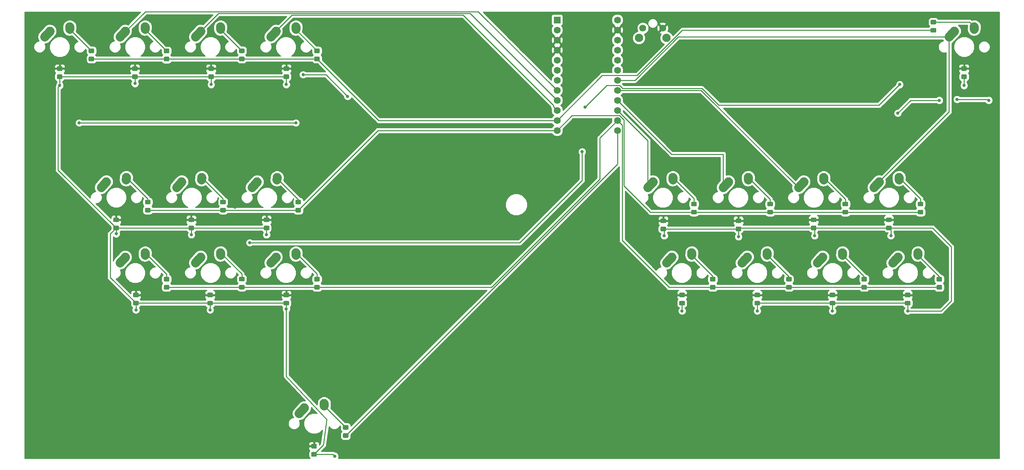
<source format=gbr>
G04 #@! TF.GenerationSoftware,KiCad,Pcbnew,5.0.1*
G04 #@! TF.CreationDate,2018-12-01T13:02:46-05:00*
G04 #@! TF.ProjectId,fightkeyb-pcb,66696768746B6579622D7063622E6B69,rev?*
G04 #@! TF.SameCoordinates,Original*
G04 #@! TF.FileFunction,Copper,L2,Bot,Signal*
G04 #@! TF.FilePolarity,Positive*
%FSLAX46Y46*%
G04 Gerber Fmt 4.6, Leading zero omitted, Abs format (unit mm)*
G04 Created by KiCad (PCBNEW 5.0.1) date Sat 01 Dec 2018 01:02:46 PM EST*
%MOMM*%
%LPD*%
G01*
G04 APERTURE LIST*
G04 #@! TA.AperFunction,ComponentPad*
%ADD10C,2.250000*%
G04 #@! TD*
G04 #@! TA.AperFunction,Conductor*
%ADD11C,2.250000*%
G04 #@! TD*
G04 #@! TA.AperFunction,ComponentPad*
%ADD12C,2.100000*%
G04 #@! TD*
G04 #@! TA.AperFunction,ComponentPad*
%ADD13C,1.750000*%
G04 #@! TD*
G04 #@! TA.AperFunction,ComponentPad*
%ADD14R,1.752600X1.752600*%
G04 #@! TD*
G04 #@! TA.AperFunction,ComponentPad*
%ADD15C,1.752600*%
G04 #@! TD*
G04 #@! TA.AperFunction,Conductor*
%ADD16C,0.100000*%
G04 #@! TD*
G04 #@! TA.AperFunction,SMDPad,CuDef*
%ADD17C,1.150000*%
G04 #@! TD*
G04 #@! TA.AperFunction,ViaPad*
%ADD18C,0.800000*%
G04 #@! TD*
G04 #@! TA.AperFunction,Conductor*
%ADD19C,0.250000*%
G04 #@! TD*
G04 #@! TA.AperFunction,Conductor*
%ADD20C,0.254000*%
G04 #@! TD*
G04 APERTURE END LIST*
D10*
G04 #@! TO.P,MX1,1*
G04 #@! TO.N,Net-(MX1-Pad1)*
X34647500Y-27527750D03*
X33992501Y-28257750D03*
D11*
G04 #@! TD*
G04 #@! TO.N,Net-(MX1-Pad1)*
G04 #@! TO.C,MX1*
X33337500Y-28987750D02*
X34647502Y-27527750D01*
D10*
G04 #@! TO.P,MX1,2*
G04 #@! TO.N,Net-(D1-Pad2)*
X39687500Y-26447750D03*
X39667500Y-26737750D03*
D11*
G04 #@! TD*
G04 #@! TO.N,Net-(D1-Pad2)*
G04 #@! TO.C,MX1*
X39647500Y-27027750D02*
X39687500Y-26447750D01*
D10*
G04 #@! TO.P,MX2,1*
G04 #@! TO.N,Net-(MX13-Pad1)*
X53697500Y-27527750D03*
X53042501Y-28257750D03*
D11*
G04 #@! TD*
G04 #@! TO.N,Net-(MX13-Pad1)*
G04 #@! TO.C,MX2*
X52387500Y-28987750D02*
X53697502Y-27527750D01*
D10*
G04 #@! TO.P,MX2,2*
G04 #@! TO.N,Net-(D2-Pad2)*
X58737500Y-26447750D03*
X58717500Y-26737750D03*
D11*
G04 #@! TD*
G04 #@! TO.N,Net-(D2-Pad2)*
G04 #@! TO.C,MX2*
X58697500Y-27027750D02*
X58737500Y-26447750D01*
D10*
G04 #@! TO.P,MX3,2*
G04 #@! TO.N,Net-(D3-Pad2)*
X77767500Y-26737750D03*
D11*
G04 #@! TD*
G04 #@! TO.N,Net-(D3-Pad2)*
G04 #@! TO.C,MX3*
X77747500Y-27027750D02*
X77787500Y-26447750D01*
D10*
G04 #@! TO.P,MX3,2*
G04 #@! TO.N,Net-(D3-Pad2)*
X77787500Y-26447750D03*
G04 #@! TO.P,MX3,1*
G04 #@! TO.N,Net-(MX14-Pad1)*
X72092501Y-28257750D03*
D11*
G04 #@! TD*
G04 #@! TO.N,Net-(MX14-Pad1)*
G04 #@! TO.C,MX3*
X71437500Y-28987750D02*
X72747502Y-27527750D01*
D10*
G04 #@! TO.P,MX3,1*
G04 #@! TO.N,Net-(MX14-Pad1)*
X72747500Y-27527750D03*
G04 #@! TD*
G04 #@! TO.P,MX4,1*
G04 #@! TO.N,Net-(MX15-Pad1)*
X91797500Y-27527750D03*
X91142501Y-28257750D03*
D11*
G04 #@! TD*
G04 #@! TO.N,Net-(MX15-Pad1)*
G04 #@! TO.C,MX4*
X90487500Y-28987750D02*
X91797502Y-27527750D01*
D10*
G04 #@! TO.P,MX4,2*
G04 #@! TO.N,Net-(D4-Pad2)*
X96837500Y-26447750D03*
X96817500Y-26737750D03*
D11*
G04 #@! TD*
G04 #@! TO.N,Net-(D4-Pad2)*
G04 #@! TO.C,MX4*
X96797500Y-27027750D02*
X96837500Y-26447750D01*
D10*
G04 #@! TO.P,MX5,2*
G04 #@! TO.N,Net-(D5-Pad2)*
X268204000Y-26706000D03*
D11*
G04 #@! TD*
G04 #@! TO.N,Net-(D5-Pad2)*
G04 #@! TO.C,MX5*
X268184000Y-26996000D02*
X268224000Y-26416000D01*
D10*
G04 #@! TO.P,MX5,2*
G04 #@! TO.N,Net-(D5-Pad2)*
X268224000Y-26416000D03*
G04 #@! TO.P,MX5,1*
G04 #@! TO.N,Net-(MX12-Pad1)*
X262529001Y-28226000D03*
D11*
G04 #@! TD*
G04 #@! TO.N,Net-(MX12-Pad1)*
G04 #@! TO.C,MX5*
X261874000Y-28956000D02*
X263184002Y-27496000D01*
D10*
G04 #@! TO.P,MX5,1*
G04 #@! TO.N,Net-(MX12-Pad1)*
X263184000Y-27496000D03*
G04 #@! TD*
G04 #@! TO.P,MX6,2*
G04 #@! TO.N,Net-(D6-Pad2)*
X53955000Y-64806000D03*
D11*
G04 #@! TD*
G04 #@! TO.N,Net-(D6-Pad2)*
G04 #@! TO.C,MX6*
X53935000Y-65096000D02*
X53975000Y-64516000D01*
D10*
G04 #@! TO.P,MX6,2*
G04 #@! TO.N,Net-(D6-Pad2)*
X53975000Y-64516000D03*
G04 #@! TO.P,MX6,1*
G04 #@! TO.N,Net-(MX13-Pad1)*
X48280001Y-66326000D03*
D11*
G04 #@! TD*
G04 #@! TO.N,Net-(MX13-Pad1)*
G04 #@! TO.C,MX6*
X47625000Y-67056000D02*
X48935002Y-65596000D01*
D10*
G04 #@! TO.P,MX6,1*
G04 #@! TO.N,Net-(MX13-Pad1)*
X48935000Y-65596000D03*
G04 #@! TD*
G04 #@! TO.P,MX7,1*
G04 #@! TO.N,Net-(MX14-Pad1)*
X67985000Y-65596000D03*
X67330001Y-66326000D03*
D11*
G04 #@! TD*
G04 #@! TO.N,Net-(MX14-Pad1)*
G04 #@! TO.C,MX7*
X66675000Y-67056000D02*
X67985002Y-65596000D01*
D10*
G04 #@! TO.P,MX7,2*
G04 #@! TO.N,Net-(D7-Pad2)*
X73025000Y-64516000D03*
X73005000Y-64806000D03*
D11*
G04 #@! TD*
G04 #@! TO.N,Net-(D7-Pad2)*
G04 #@! TO.C,MX7*
X72985000Y-65096000D02*
X73025000Y-64516000D01*
D10*
G04 #@! TO.P,MX8,2*
G04 #@! TO.N,Net-(D8-Pad2)*
X92055000Y-64837750D03*
D11*
G04 #@! TD*
G04 #@! TO.N,Net-(D8-Pad2)*
G04 #@! TO.C,MX8*
X92035000Y-65127750D02*
X92075000Y-64547750D01*
D10*
G04 #@! TO.P,MX8,2*
G04 #@! TO.N,Net-(D8-Pad2)*
X92075000Y-64547750D03*
G04 #@! TO.P,MX8,1*
G04 #@! TO.N,Net-(MX15-Pad1)*
X86380001Y-66357750D03*
D11*
G04 #@! TD*
G04 #@! TO.N,Net-(MX15-Pad1)*
G04 #@! TO.C,MX8*
X85725000Y-67087750D02*
X87035002Y-65627750D01*
D10*
G04 #@! TO.P,MX8,1*
G04 #@! TO.N,Net-(MX15-Pad1)*
X87035000Y-65627750D03*
G04 #@! TD*
G04 #@! TO.P,MX9,2*
G04 #@! TO.N,Net-(D9-Pad2)*
X192067500Y-64837750D03*
D11*
G04 #@! TD*
G04 #@! TO.N,Net-(D9-Pad2)*
G04 #@! TO.C,MX9*
X192047500Y-65127750D02*
X192087500Y-64547750D01*
D10*
G04 #@! TO.P,MX9,2*
G04 #@! TO.N,Net-(D9-Pad2)*
X192087500Y-64547750D03*
G04 #@! TO.P,MX9,1*
G04 #@! TO.N,Net-(MX16-Pad1)*
X186392501Y-66357750D03*
D11*
G04 #@! TD*
G04 #@! TO.N,Net-(MX16-Pad1)*
G04 #@! TO.C,MX9*
X185737500Y-67087750D02*
X187047502Y-65627750D01*
D10*
G04 #@! TO.P,MX9,1*
G04 #@! TO.N,Net-(MX16-Pad1)*
X187047500Y-65627750D03*
G04 #@! TD*
G04 #@! TO.P,MX10,1*
G04 #@! TO.N,Net-(MX10-Pad1)*
X206097500Y-65596000D03*
X205442501Y-66326000D03*
D11*
G04 #@! TD*
G04 #@! TO.N,Net-(MX10-Pad1)*
G04 #@! TO.C,MX10*
X204787500Y-67056000D02*
X206097502Y-65596000D01*
D10*
G04 #@! TO.P,MX10,2*
G04 #@! TO.N,Net-(D10-Pad2)*
X211137500Y-64516000D03*
X211117500Y-64806000D03*
D11*
G04 #@! TD*
G04 #@! TO.N,Net-(D10-Pad2)*
G04 #@! TO.C,MX10*
X211097500Y-65096000D02*
X211137500Y-64516000D01*
D10*
G04 #@! TO.P,MX11,2*
G04 #@! TO.N,Net-(D11-Pad2)*
X230167500Y-64837750D03*
D11*
G04 #@! TD*
G04 #@! TO.N,Net-(D11-Pad2)*
G04 #@! TO.C,MX11*
X230147500Y-65127750D02*
X230187500Y-64547750D01*
D10*
G04 #@! TO.P,MX11,2*
G04 #@! TO.N,Net-(D11-Pad2)*
X230187500Y-64547750D03*
G04 #@! TO.P,MX11,1*
G04 #@! TO.N,Net-(MX11-Pad1)*
X224492501Y-66357750D03*
D11*
G04 #@! TD*
G04 #@! TO.N,Net-(MX11-Pad1)*
G04 #@! TO.C,MX11*
X223837500Y-67087750D02*
X225147502Y-65627750D01*
D10*
G04 #@! TO.P,MX11,1*
G04 #@! TO.N,Net-(MX11-Pad1)*
X225147500Y-65627750D03*
G04 #@! TD*
G04 #@! TO.P,MX12,1*
G04 #@! TO.N,Net-(MX12-Pad1)*
X244197500Y-65596000D03*
X243542501Y-66326000D03*
D11*
G04 #@! TD*
G04 #@! TO.N,Net-(MX12-Pad1)*
G04 #@! TO.C,MX12*
X242887500Y-67056000D02*
X244197502Y-65596000D01*
D10*
G04 #@! TO.P,MX12,2*
G04 #@! TO.N,Net-(D12-Pad2)*
X249237500Y-64516000D03*
X249217500Y-64806000D03*
D11*
G04 #@! TD*
G04 #@! TO.N,Net-(D12-Pad2)*
G04 #@! TO.C,MX12*
X249197500Y-65096000D02*
X249237500Y-64516000D01*
D10*
G04 #@! TO.P,MX13,1*
G04 #@! TO.N,Net-(MX13-Pad1)*
X53697500Y-84677750D03*
X53042501Y-85407750D03*
D11*
G04 #@! TD*
G04 #@! TO.N,Net-(MX13-Pad1)*
G04 #@! TO.C,MX13*
X52387500Y-86137750D02*
X53697502Y-84677750D01*
D10*
G04 #@! TO.P,MX13,2*
G04 #@! TO.N,Net-(D13-Pad2)*
X58737500Y-83597750D03*
X58717500Y-83887750D03*
D11*
G04 #@! TD*
G04 #@! TO.N,Net-(D13-Pad2)*
G04 #@! TO.C,MX13*
X58697500Y-84177750D02*
X58737500Y-83597750D01*
D10*
G04 #@! TO.P,MX14,2*
G04 #@! TO.N,Net-(D14-Pad2)*
X77767500Y-83856000D03*
D11*
G04 #@! TD*
G04 #@! TO.N,Net-(D14-Pad2)*
G04 #@! TO.C,MX14*
X77747500Y-84146000D02*
X77787500Y-83566000D01*
D10*
G04 #@! TO.P,MX14,2*
G04 #@! TO.N,Net-(D14-Pad2)*
X77787500Y-83566000D03*
G04 #@! TO.P,MX14,1*
G04 #@! TO.N,Net-(MX14-Pad1)*
X72092501Y-85376000D03*
D11*
G04 #@! TD*
G04 #@! TO.N,Net-(MX14-Pad1)*
G04 #@! TO.C,MX14*
X71437500Y-86106000D02*
X72747502Y-84646000D01*
D10*
G04 #@! TO.P,MX14,1*
G04 #@! TO.N,Net-(MX14-Pad1)*
X72747500Y-84646000D03*
G04 #@! TD*
G04 #@! TO.P,MX15,1*
G04 #@! TO.N,Net-(MX15-Pad1)*
X91797500Y-84677750D03*
X91142501Y-85407750D03*
D11*
G04 #@! TD*
G04 #@! TO.N,Net-(MX15-Pad1)*
G04 #@! TO.C,MX15*
X90487500Y-86137750D02*
X91797502Y-84677750D01*
D10*
G04 #@! TO.P,MX15,2*
G04 #@! TO.N,Net-(D15-Pad2)*
X96837500Y-83597750D03*
X96817500Y-83887750D03*
D11*
G04 #@! TD*
G04 #@! TO.N,Net-(D15-Pad2)*
G04 #@! TO.C,MX15*
X96797500Y-84177750D02*
X96837500Y-83597750D01*
D10*
G04 #@! TO.P,MX16,2*
G04 #@! TO.N,Net-(D16-Pad2)*
X196830000Y-83856000D03*
D11*
G04 #@! TD*
G04 #@! TO.N,Net-(D16-Pad2)*
G04 #@! TO.C,MX16*
X196810000Y-84146000D02*
X196850000Y-83566000D01*
D10*
G04 #@! TO.P,MX16,2*
G04 #@! TO.N,Net-(D16-Pad2)*
X196850000Y-83566000D03*
G04 #@! TO.P,MX16,1*
G04 #@! TO.N,Net-(MX16-Pad1)*
X191155001Y-85376000D03*
D11*
G04 #@! TD*
G04 #@! TO.N,Net-(MX16-Pad1)*
G04 #@! TO.C,MX16*
X190500000Y-86106000D02*
X191810002Y-84646000D01*
D10*
G04 #@! TO.P,MX16,1*
G04 #@! TO.N,Net-(MX16-Pad1)*
X191810000Y-84646000D03*
G04 #@! TD*
G04 #@! TO.P,MX17,1*
G04 #@! TO.N,Net-(MX10-Pad1)*
X210860000Y-84646000D03*
X210205001Y-85376000D03*
D11*
G04 #@! TD*
G04 #@! TO.N,Net-(MX10-Pad1)*
G04 #@! TO.C,MX17*
X209550000Y-86106000D02*
X210860002Y-84646000D01*
D10*
G04 #@! TO.P,MX17,2*
G04 #@! TO.N,Net-(D17-Pad2)*
X215900000Y-83566000D03*
X215880000Y-83856000D03*
D11*
G04 #@! TD*
G04 #@! TO.N,Net-(D17-Pad2)*
G04 #@! TO.C,MX17*
X215860000Y-84146000D02*
X215900000Y-83566000D01*
D10*
G04 #@! TO.P,MX18,2*
G04 #@! TO.N,Net-(D18-Pad2)*
X234930000Y-83856000D03*
D11*
G04 #@! TD*
G04 #@! TO.N,Net-(D18-Pad2)*
G04 #@! TO.C,MX18*
X234910000Y-84146000D02*
X234950000Y-83566000D01*
D10*
G04 #@! TO.P,MX18,2*
G04 #@! TO.N,Net-(D18-Pad2)*
X234950000Y-83566000D03*
G04 #@! TO.P,MX18,1*
G04 #@! TO.N,Net-(MX11-Pad1)*
X229255001Y-85376000D03*
D11*
G04 #@! TD*
G04 #@! TO.N,Net-(MX11-Pad1)*
G04 #@! TO.C,MX18*
X228600000Y-86106000D02*
X229910002Y-84646000D01*
D10*
G04 #@! TO.P,MX18,1*
G04 #@! TO.N,Net-(MX11-Pad1)*
X229910000Y-84646000D03*
G04 #@! TD*
G04 #@! TO.P,MX19,1*
G04 #@! TO.N,Net-(MX12-Pad1)*
X248960000Y-84646000D03*
X248305001Y-85376000D03*
D11*
G04 #@! TD*
G04 #@! TO.N,Net-(MX12-Pad1)*
G04 #@! TO.C,MX19*
X247650000Y-86106000D02*
X248960002Y-84646000D01*
D10*
G04 #@! TO.P,MX19,2*
G04 #@! TO.N,Net-(D19-Pad2)*
X254000000Y-83566000D03*
X253980000Y-83856000D03*
D11*
G04 #@! TD*
G04 #@! TO.N,Net-(D19-Pad2)*
G04 #@! TO.C,MX19*
X253960000Y-84146000D02*
X254000000Y-83566000D01*
D10*
G04 #@! TO.P,MX20,2*
G04 #@! TO.N,Net-(D20-Pad2)*
X103961250Y-121987750D03*
D11*
G04 #@! TD*
G04 #@! TO.N,Net-(D20-Pad2)*
G04 #@! TO.C,MX20*
X103941250Y-122277750D02*
X103981250Y-121697750D01*
D10*
G04 #@! TO.P,MX20,2*
G04 #@! TO.N,Net-(D20-Pad2)*
X103981250Y-121697750D03*
G04 #@! TO.P,MX20,1*
G04 #@! TO.N,Net-(MX15-Pad1)*
X98286251Y-123507750D03*
D11*
G04 #@! TD*
G04 #@! TO.N,Net-(MX15-Pad1)*
G04 #@! TO.C,MX20*
X97631250Y-124237750D02*
X98941252Y-122777750D01*
D10*
G04 #@! TO.P,MX20,1*
G04 #@! TO.N,Net-(MX15-Pad1)*
X98941250Y-122777750D03*
G04 #@! TD*
D12*
G04 #@! TO.P,SW1,*
G04 #@! TO.N,*
X183487500Y-29255250D03*
D13*
G04 #@! TO.P,SW1,2*
G04 #@! TO.N,Net-(SW1-Pad2)*
X184497500Y-26765250D03*
G04 #@! TO.P,SW1,1*
G04 #@! TO.N,/Led Matrix/GND*
X189497500Y-26765250D03*
D12*
G04 #@! TO.P,SW1,*
G04 #@! TO.N,*
X190497500Y-29255250D03*
G04 #@! TD*
D14*
G04 #@! TO.P,U1,1*
G04 #@! TO.N,Net-(U1-Pad1)*
X162827500Y-24701500D03*
D15*
G04 #@! TO.P,U1,2*
G04 #@! TO.N,Net-(U1-Pad2)*
X162827500Y-27241500D03*
G04 #@! TO.P,U1,3*
G04 #@! TO.N,/Led Matrix/GND*
X162827500Y-29781500D03*
G04 #@! TO.P,U1,4*
X162827500Y-32321500D03*
G04 #@! TO.P,U1,5*
G04 #@! TO.N,Net-(U1-Pad5)*
X162827500Y-34861500D03*
G04 #@! TO.P,U1,6*
G04 #@! TO.N,Net-(U1-Pad6)*
X162827500Y-37401500D03*
G04 #@! TO.P,U1,7*
G04 #@! TO.N,Net-(MX1-Pad1)*
X162827500Y-39941500D03*
G04 #@! TO.P,U1,8*
G04 #@! TO.N,Net-(MX13-Pad1)*
X162827500Y-42481500D03*
G04 #@! TO.P,U1,9*
G04 #@! TO.N,Net-(MX14-Pad1)*
X162827500Y-45021500D03*
G04 #@! TO.P,U1,10*
G04 #@! TO.N,Net-(MX15-Pad1)*
X162827500Y-47561500D03*
G04 #@! TO.P,U1,11*
G04 #@! TO.N,Net-(D1-Pad1)*
X162827500Y-50101500D03*
G04 #@! TO.P,U1,13*
G04 #@! TO.N,Net-(D20-Pad1)*
X178067500Y-52641500D03*
G04 #@! TO.P,U1,14*
G04 #@! TO.N,Net-(D13-Pad1)*
X178067500Y-50101500D03*
G04 #@! TO.P,U1,15*
G04 #@! TO.N,Net-(MX16-Pad1)*
X178067500Y-47561500D03*
G04 #@! TO.P,U1,16*
G04 #@! TO.N,Net-(MX10-Pad1)*
X178067500Y-45021500D03*
G04 #@! TO.P,U1,17*
G04 #@! TO.N,Net-(MX11-Pad1)*
X178067500Y-42481500D03*
G04 #@! TO.P,U1,18*
G04 #@! TO.N,Net-(MX12-Pad1)*
X178067500Y-39941500D03*
G04 #@! TO.P,U1,19*
G04 #@! TO.N,Net-(U1-Pad19)*
X178067500Y-37401500D03*
G04 #@! TO.P,U1,20*
G04 #@! TO.N,/Led Matrix/DIN*
X178067500Y-34861500D03*
G04 #@! TO.P,U1,21*
G04 #@! TO.N,/Led Matrix/VCC*
X178067500Y-32321500D03*
G04 #@! TO.P,U1,22*
G04 #@! TO.N,Net-(SW1-Pad2)*
X178067500Y-29781500D03*
G04 #@! TO.P,U1,23*
G04 #@! TO.N,/Led Matrix/GND*
X178067500Y-27241500D03*
G04 #@! TO.P,U1,12*
G04 #@! TO.N,Net-(D10-Pad1)*
X162827500Y-52641500D03*
G04 #@! TO.P,U1,24*
G04 #@! TO.N,Net-(U1-Pad24)*
X178067500Y-24701500D03*
G04 #@! TD*
D16*
G04 #@! TO.N,/Led Matrix/GND*
G04 #@! TO.C,C1*
G36*
X37632005Y-36428954D02*
X37656273Y-36432554D01*
X37680072Y-36438515D01*
X37703171Y-36446780D01*
X37725350Y-36457270D01*
X37746393Y-36469882D01*
X37766099Y-36484497D01*
X37784277Y-36500973D01*
X37800753Y-36519151D01*
X37815368Y-36538857D01*
X37827980Y-36559900D01*
X37838470Y-36582079D01*
X37846735Y-36605178D01*
X37852696Y-36628977D01*
X37856296Y-36653245D01*
X37857500Y-36677749D01*
X37857500Y-37327751D01*
X37856296Y-37352255D01*
X37852696Y-37376523D01*
X37846735Y-37400322D01*
X37838470Y-37423421D01*
X37827980Y-37445600D01*
X37815368Y-37466643D01*
X37800753Y-37486349D01*
X37784277Y-37504527D01*
X37766099Y-37521003D01*
X37746393Y-37535618D01*
X37725350Y-37548230D01*
X37703171Y-37558720D01*
X37680072Y-37566985D01*
X37656273Y-37572946D01*
X37632005Y-37576546D01*
X37607501Y-37577750D01*
X36707499Y-37577750D01*
X36682995Y-37576546D01*
X36658727Y-37572946D01*
X36634928Y-37566985D01*
X36611829Y-37558720D01*
X36589650Y-37548230D01*
X36568607Y-37535618D01*
X36548901Y-37521003D01*
X36530723Y-37504527D01*
X36514247Y-37486349D01*
X36499632Y-37466643D01*
X36487020Y-37445600D01*
X36476530Y-37423421D01*
X36468265Y-37400322D01*
X36462304Y-37376523D01*
X36458704Y-37352255D01*
X36457500Y-37327751D01*
X36457500Y-36677749D01*
X36458704Y-36653245D01*
X36462304Y-36628977D01*
X36468265Y-36605178D01*
X36476530Y-36582079D01*
X36487020Y-36559900D01*
X36499632Y-36538857D01*
X36514247Y-36519151D01*
X36530723Y-36500973D01*
X36548901Y-36484497D01*
X36568607Y-36469882D01*
X36589650Y-36457270D01*
X36611829Y-36446780D01*
X36634928Y-36438515D01*
X36658727Y-36432554D01*
X36682995Y-36428954D01*
X36707499Y-36427750D01*
X37607501Y-36427750D01*
X37632005Y-36428954D01*
X37632005Y-36428954D01*
G37*
D17*
G04 #@! TD*
G04 #@! TO.P,C1,2*
G04 #@! TO.N,/Led Matrix/GND*
X37157500Y-37002750D03*
D16*
G04 #@! TO.N,/Led Matrix/VCC*
G04 #@! TO.C,C1*
G36*
X37632005Y-38478954D02*
X37656273Y-38482554D01*
X37680072Y-38488515D01*
X37703171Y-38496780D01*
X37725350Y-38507270D01*
X37746393Y-38519882D01*
X37766099Y-38534497D01*
X37784277Y-38550973D01*
X37800753Y-38569151D01*
X37815368Y-38588857D01*
X37827980Y-38609900D01*
X37838470Y-38632079D01*
X37846735Y-38655178D01*
X37852696Y-38678977D01*
X37856296Y-38703245D01*
X37857500Y-38727749D01*
X37857500Y-39377751D01*
X37856296Y-39402255D01*
X37852696Y-39426523D01*
X37846735Y-39450322D01*
X37838470Y-39473421D01*
X37827980Y-39495600D01*
X37815368Y-39516643D01*
X37800753Y-39536349D01*
X37784277Y-39554527D01*
X37766099Y-39571003D01*
X37746393Y-39585618D01*
X37725350Y-39598230D01*
X37703171Y-39608720D01*
X37680072Y-39616985D01*
X37656273Y-39622946D01*
X37632005Y-39626546D01*
X37607501Y-39627750D01*
X36707499Y-39627750D01*
X36682995Y-39626546D01*
X36658727Y-39622946D01*
X36634928Y-39616985D01*
X36611829Y-39608720D01*
X36589650Y-39598230D01*
X36568607Y-39585618D01*
X36548901Y-39571003D01*
X36530723Y-39554527D01*
X36514247Y-39536349D01*
X36499632Y-39516643D01*
X36487020Y-39495600D01*
X36476530Y-39473421D01*
X36468265Y-39450322D01*
X36462304Y-39426523D01*
X36458704Y-39402255D01*
X36457500Y-39377751D01*
X36457500Y-38727749D01*
X36458704Y-38703245D01*
X36462304Y-38678977D01*
X36468265Y-38655178D01*
X36476530Y-38632079D01*
X36487020Y-38609900D01*
X36499632Y-38588857D01*
X36514247Y-38569151D01*
X36530723Y-38550973D01*
X36548901Y-38534497D01*
X36568607Y-38519882D01*
X36589650Y-38507270D01*
X36611829Y-38496780D01*
X36634928Y-38488515D01*
X36658727Y-38482554D01*
X36682995Y-38478954D01*
X36707499Y-38477750D01*
X37607501Y-38477750D01*
X37632005Y-38478954D01*
X37632005Y-38478954D01*
G37*
D17*
G04 #@! TD*
G04 #@! TO.P,C1,1*
G04 #@! TO.N,/Led Matrix/VCC*
X37157500Y-39052750D03*
D16*
G04 #@! TO.N,/Led Matrix/VCC*
G04 #@! TO.C,C2*
G36*
X56632005Y-38478954D02*
X56656273Y-38482554D01*
X56680072Y-38488515D01*
X56703171Y-38496780D01*
X56725350Y-38507270D01*
X56746393Y-38519882D01*
X56766099Y-38534497D01*
X56784277Y-38550973D01*
X56800753Y-38569151D01*
X56815368Y-38588857D01*
X56827980Y-38609900D01*
X56838470Y-38632079D01*
X56846735Y-38655178D01*
X56852696Y-38678977D01*
X56856296Y-38703245D01*
X56857500Y-38727749D01*
X56857500Y-39377751D01*
X56856296Y-39402255D01*
X56852696Y-39426523D01*
X56846735Y-39450322D01*
X56838470Y-39473421D01*
X56827980Y-39495600D01*
X56815368Y-39516643D01*
X56800753Y-39536349D01*
X56784277Y-39554527D01*
X56766099Y-39571003D01*
X56746393Y-39585618D01*
X56725350Y-39598230D01*
X56703171Y-39608720D01*
X56680072Y-39616985D01*
X56656273Y-39622946D01*
X56632005Y-39626546D01*
X56607501Y-39627750D01*
X55707499Y-39627750D01*
X55682995Y-39626546D01*
X55658727Y-39622946D01*
X55634928Y-39616985D01*
X55611829Y-39608720D01*
X55589650Y-39598230D01*
X55568607Y-39585618D01*
X55548901Y-39571003D01*
X55530723Y-39554527D01*
X55514247Y-39536349D01*
X55499632Y-39516643D01*
X55487020Y-39495600D01*
X55476530Y-39473421D01*
X55468265Y-39450322D01*
X55462304Y-39426523D01*
X55458704Y-39402255D01*
X55457500Y-39377751D01*
X55457500Y-38727749D01*
X55458704Y-38703245D01*
X55462304Y-38678977D01*
X55468265Y-38655178D01*
X55476530Y-38632079D01*
X55487020Y-38609900D01*
X55499632Y-38588857D01*
X55514247Y-38569151D01*
X55530723Y-38550973D01*
X55548901Y-38534497D01*
X55568607Y-38519882D01*
X55589650Y-38507270D01*
X55611829Y-38496780D01*
X55634928Y-38488515D01*
X55658727Y-38482554D01*
X55682995Y-38478954D01*
X55707499Y-38477750D01*
X56607501Y-38477750D01*
X56632005Y-38478954D01*
X56632005Y-38478954D01*
G37*
D17*
G04 #@! TD*
G04 #@! TO.P,C2,1*
G04 #@! TO.N,/Led Matrix/VCC*
X56157500Y-39052750D03*
D16*
G04 #@! TO.N,/Led Matrix/GND*
G04 #@! TO.C,C2*
G36*
X56632005Y-36428954D02*
X56656273Y-36432554D01*
X56680072Y-36438515D01*
X56703171Y-36446780D01*
X56725350Y-36457270D01*
X56746393Y-36469882D01*
X56766099Y-36484497D01*
X56784277Y-36500973D01*
X56800753Y-36519151D01*
X56815368Y-36538857D01*
X56827980Y-36559900D01*
X56838470Y-36582079D01*
X56846735Y-36605178D01*
X56852696Y-36628977D01*
X56856296Y-36653245D01*
X56857500Y-36677749D01*
X56857500Y-37327751D01*
X56856296Y-37352255D01*
X56852696Y-37376523D01*
X56846735Y-37400322D01*
X56838470Y-37423421D01*
X56827980Y-37445600D01*
X56815368Y-37466643D01*
X56800753Y-37486349D01*
X56784277Y-37504527D01*
X56766099Y-37521003D01*
X56746393Y-37535618D01*
X56725350Y-37548230D01*
X56703171Y-37558720D01*
X56680072Y-37566985D01*
X56656273Y-37572946D01*
X56632005Y-37576546D01*
X56607501Y-37577750D01*
X55707499Y-37577750D01*
X55682995Y-37576546D01*
X55658727Y-37572946D01*
X55634928Y-37566985D01*
X55611829Y-37558720D01*
X55589650Y-37548230D01*
X55568607Y-37535618D01*
X55548901Y-37521003D01*
X55530723Y-37504527D01*
X55514247Y-37486349D01*
X55499632Y-37466643D01*
X55487020Y-37445600D01*
X55476530Y-37423421D01*
X55468265Y-37400322D01*
X55462304Y-37376523D01*
X55458704Y-37352255D01*
X55457500Y-37327751D01*
X55457500Y-36677749D01*
X55458704Y-36653245D01*
X55462304Y-36628977D01*
X55468265Y-36605178D01*
X55476530Y-36582079D01*
X55487020Y-36559900D01*
X55499632Y-36538857D01*
X55514247Y-36519151D01*
X55530723Y-36500973D01*
X55548901Y-36484497D01*
X55568607Y-36469882D01*
X55589650Y-36457270D01*
X55611829Y-36446780D01*
X55634928Y-36438515D01*
X55658727Y-36432554D01*
X55682995Y-36428954D01*
X55707499Y-36427750D01*
X56607501Y-36427750D01*
X56632005Y-36428954D01*
X56632005Y-36428954D01*
G37*
D17*
G04 #@! TD*
G04 #@! TO.P,C2,2*
G04 #@! TO.N,/Led Matrix/GND*
X56157500Y-37002750D03*
D16*
G04 #@! TO.N,/Led Matrix/GND*
G04 #@! TO.C,C3*
G36*
X75882005Y-36428954D02*
X75906273Y-36432554D01*
X75930072Y-36438515D01*
X75953171Y-36446780D01*
X75975350Y-36457270D01*
X75996393Y-36469882D01*
X76016099Y-36484497D01*
X76034277Y-36500973D01*
X76050753Y-36519151D01*
X76065368Y-36538857D01*
X76077980Y-36559900D01*
X76088470Y-36582079D01*
X76096735Y-36605178D01*
X76102696Y-36628977D01*
X76106296Y-36653245D01*
X76107500Y-36677749D01*
X76107500Y-37327751D01*
X76106296Y-37352255D01*
X76102696Y-37376523D01*
X76096735Y-37400322D01*
X76088470Y-37423421D01*
X76077980Y-37445600D01*
X76065368Y-37466643D01*
X76050753Y-37486349D01*
X76034277Y-37504527D01*
X76016099Y-37521003D01*
X75996393Y-37535618D01*
X75975350Y-37548230D01*
X75953171Y-37558720D01*
X75930072Y-37566985D01*
X75906273Y-37572946D01*
X75882005Y-37576546D01*
X75857501Y-37577750D01*
X74957499Y-37577750D01*
X74932995Y-37576546D01*
X74908727Y-37572946D01*
X74884928Y-37566985D01*
X74861829Y-37558720D01*
X74839650Y-37548230D01*
X74818607Y-37535618D01*
X74798901Y-37521003D01*
X74780723Y-37504527D01*
X74764247Y-37486349D01*
X74749632Y-37466643D01*
X74737020Y-37445600D01*
X74726530Y-37423421D01*
X74718265Y-37400322D01*
X74712304Y-37376523D01*
X74708704Y-37352255D01*
X74707500Y-37327751D01*
X74707500Y-36677749D01*
X74708704Y-36653245D01*
X74712304Y-36628977D01*
X74718265Y-36605178D01*
X74726530Y-36582079D01*
X74737020Y-36559900D01*
X74749632Y-36538857D01*
X74764247Y-36519151D01*
X74780723Y-36500973D01*
X74798901Y-36484497D01*
X74818607Y-36469882D01*
X74839650Y-36457270D01*
X74861829Y-36446780D01*
X74884928Y-36438515D01*
X74908727Y-36432554D01*
X74932995Y-36428954D01*
X74957499Y-36427750D01*
X75857501Y-36427750D01*
X75882005Y-36428954D01*
X75882005Y-36428954D01*
G37*
D17*
G04 #@! TD*
G04 #@! TO.P,C3,2*
G04 #@! TO.N,/Led Matrix/GND*
X75407500Y-37002750D03*
D16*
G04 #@! TO.N,/Led Matrix/VCC*
G04 #@! TO.C,C3*
G36*
X75882005Y-38478954D02*
X75906273Y-38482554D01*
X75930072Y-38488515D01*
X75953171Y-38496780D01*
X75975350Y-38507270D01*
X75996393Y-38519882D01*
X76016099Y-38534497D01*
X76034277Y-38550973D01*
X76050753Y-38569151D01*
X76065368Y-38588857D01*
X76077980Y-38609900D01*
X76088470Y-38632079D01*
X76096735Y-38655178D01*
X76102696Y-38678977D01*
X76106296Y-38703245D01*
X76107500Y-38727749D01*
X76107500Y-39377751D01*
X76106296Y-39402255D01*
X76102696Y-39426523D01*
X76096735Y-39450322D01*
X76088470Y-39473421D01*
X76077980Y-39495600D01*
X76065368Y-39516643D01*
X76050753Y-39536349D01*
X76034277Y-39554527D01*
X76016099Y-39571003D01*
X75996393Y-39585618D01*
X75975350Y-39598230D01*
X75953171Y-39608720D01*
X75930072Y-39616985D01*
X75906273Y-39622946D01*
X75882005Y-39626546D01*
X75857501Y-39627750D01*
X74957499Y-39627750D01*
X74932995Y-39626546D01*
X74908727Y-39622946D01*
X74884928Y-39616985D01*
X74861829Y-39608720D01*
X74839650Y-39598230D01*
X74818607Y-39585618D01*
X74798901Y-39571003D01*
X74780723Y-39554527D01*
X74764247Y-39536349D01*
X74749632Y-39516643D01*
X74737020Y-39495600D01*
X74726530Y-39473421D01*
X74718265Y-39450322D01*
X74712304Y-39426523D01*
X74708704Y-39402255D01*
X74707500Y-39377751D01*
X74707500Y-38727749D01*
X74708704Y-38703245D01*
X74712304Y-38678977D01*
X74718265Y-38655178D01*
X74726530Y-38632079D01*
X74737020Y-38609900D01*
X74749632Y-38588857D01*
X74764247Y-38569151D01*
X74780723Y-38550973D01*
X74798901Y-38534497D01*
X74818607Y-38519882D01*
X74839650Y-38507270D01*
X74861829Y-38496780D01*
X74884928Y-38488515D01*
X74908727Y-38482554D01*
X74932995Y-38478954D01*
X74957499Y-38477750D01*
X75857501Y-38477750D01*
X75882005Y-38478954D01*
X75882005Y-38478954D01*
G37*
D17*
G04 #@! TD*
G04 #@! TO.P,C3,1*
G04 #@! TO.N,/Led Matrix/VCC*
X75407500Y-39052750D03*
D16*
G04 #@! TO.N,/Led Matrix/VCC*
G04 #@! TO.C,C4*
G36*
X94882005Y-38478954D02*
X94906273Y-38482554D01*
X94930072Y-38488515D01*
X94953171Y-38496780D01*
X94975350Y-38507270D01*
X94996393Y-38519882D01*
X95016099Y-38534497D01*
X95034277Y-38550973D01*
X95050753Y-38569151D01*
X95065368Y-38588857D01*
X95077980Y-38609900D01*
X95088470Y-38632079D01*
X95096735Y-38655178D01*
X95102696Y-38678977D01*
X95106296Y-38703245D01*
X95107500Y-38727749D01*
X95107500Y-39377751D01*
X95106296Y-39402255D01*
X95102696Y-39426523D01*
X95096735Y-39450322D01*
X95088470Y-39473421D01*
X95077980Y-39495600D01*
X95065368Y-39516643D01*
X95050753Y-39536349D01*
X95034277Y-39554527D01*
X95016099Y-39571003D01*
X94996393Y-39585618D01*
X94975350Y-39598230D01*
X94953171Y-39608720D01*
X94930072Y-39616985D01*
X94906273Y-39622946D01*
X94882005Y-39626546D01*
X94857501Y-39627750D01*
X93957499Y-39627750D01*
X93932995Y-39626546D01*
X93908727Y-39622946D01*
X93884928Y-39616985D01*
X93861829Y-39608720D01*
X93839650Y-39598230D01*
X93818607Y-39585618D01*
X93798901Y-39571003D01*
X93780723Y-39554527D01*
X93764247Y-39536349D01*
X93749632Y-39516643D01*
X93737020Y-39495600D01*
X93726530Y-39473421D01*
X93718265Y-39450322D01*
X93712304Y-39426523D01*
X93708704Y-39402255D01*
X93707500Y-39377751D01*
X93707500Y-38727749D01*
X93708704Y-38703245D01*
X93712304Y-38678977D01*
X93718265Y-38655178D01*
X93726530Y-38632079D01*
X93737020Y-38609900D01*
X93749632Y-38588857D01*
X93764247Y-38569151D01*
X93780723Y-38550973D01*
X93798901Y-38534497D01*
X93818607Y-38519882D01*
X93839650Y-38507270D01*
X93861829Y-38496780D01*
X93884928Y-38488515D01*
X93908727Y-38482554D01*
X93932995Y-38478954D01*
X93957499Y-38477750D01*
X94857501Y-38477750D01*
X94882005Y-38478954D01*
X94882005Y-38478954D01*
G37*
D17*
G04 #@! TD*
G04 #@! TO.P,C4,1*
G04 #@! TO.N,/Led Matrix/VCC*
X94407500Y-39052750D03*
D16*
G04 #@! TO.N,/Led Matrix/GND*
G04 #@! TO.C,C4*
G36*
X94882005Y-36428954D02*
X94906273Y-36432554D01*
X94930072Y-36438515D01*
X94953171Y-36446780D01*
X94975350Y-36457270D01*
X94996393Y-36469882D01*
X95016099Y-36484497D01*
X95034277Y-36500973D01*
X95050753Y-36519151D01*
X95065368Y-36538857D01*
X95077980Y-36559900D01*
X95088470Y-36582079D01*
X95096735Y-36605178D01*
X95102696Y-36628977D01*
X95106296Y-36653245D01*
X95107500Y-36677749D01*
X95107500Y-37327751D01*
X95106296Y-37352255D01*
X95102696Y-37376523D01*
X95096735Y-37400322D01*
X95088470Y-37423421D01*
X95077980Y-37445600D01*
X95065368Y-37466643D01*
X95050753Y-37486349D01*
X95034277Y-37504527D01*
X95016099Y-37521003D01*
X94996393Y-37535618D01*
X94975350Y-37548230D01*
X94953171Y-37558720D01*
X94930072Y-37566985D01*
X94906273Y-37572946D01*
X94882005Y-37576546D01*
X94857501Y-37577750D01*
X93957499Y-37577750D01*
X93932995Y-37576546D01*
X93908727Y-37572946D01*
X93884928Y-37566985D01*
X93861829Y-37558720D01*
X93839650Y-37548230D01*
X93818607Y-37535618D01*
X93798901Y-37521003D01*
X93780723Y-37504527D01*
X93764247Y-37486349D01*
X93749632Y-37466643D01*
X93737020Y-37445600D01*
X93726530Y-37423421D01*
X93718265Y-37400322D01*
X93712304Y-37376523D01*
X93708704Y-37352255D01*
X93707500Y-37327751D01*
X93707500Y-36677749D01*
X93708704Y-36653245D01*
X93712304Y-36628977D01*
X93718265Y-36605178D01*
X93726530Y-36582079D01*
X93737020Y-36559900D01*
X93749632Y-36538857D01*
X93764247Y-36519151D01*
X93780723Y-36500973D01*
X93798901Y-36484497D01*
X93818607Y-36469882D01*
X93839650Y-36457270D01*
X93861829Y-36446780D01*
X93884928Y-36438515D01*
X93908727Y-36432554D01*
X93932995Y-36428954D01*
X93957499Y-36427750D01*
X94857501Y-36427750D01*
X94882005Y-36428954D01*
X94882005Y-36428954D01*
G37*
D17*
G04 #@! TD*
G04 #@! TO.P,C4,2*
G04 #@! TO.N,/Led Matrix/GND*
X94407500Y-37002750D03*
D16*
G04 #@! TO.N,/Led Matrix/GND*
G04 #@! TO.C,C5*
G36*
X266132005Y-36428954D02*
X266156273Y-36432554D01*
X266180072Y-36438515D01*
X266203171Y-36446780D01*
X266225350Y-36457270D01*
X266246393Y-36469882D01*
X266266099Y-36484497D01*
X266284277Y-36500973D01*
X266300753Y-36519151D01*
X266315368Y-36538857D01*
X266327980Y-36559900D01*
X266338470Y-36582079D01*
X266346735Y-36605178D01*
X266352696Y-36628977D01*
X266356296Y-36653245D01*
X266357500Y-36677749D01*
X266357500Y-37327751D01*
X266356296Y-37352255D01*
X266352696Y-37376523D01*
X266346735Y-37400322D01*
X266338470Y-37423421D01*
X266327980Y-37445600D01*
X266315368Y-37466643D01*
X266300753Y-37486349D01*
X266284277Y-37504527D01*
X266266099Y-37521003D01*
X266246393Y-37535618D01*
X266225350Y-37548230D01*
X266203171Y-37558720D01*
X266180072Y-37566985D01*
X266156273Y-37572946D01*
X266132005Y-37576546D01*
X266107501Y-37577750D01*
X265207499Y-37577750D01*
X265182995Y-37576546D01*
X265158727Y-37572946D01*
X265134928Y-37566985D01*
X265111829Y-37558720D01*
X265089650Y-37548230D01*
X265068607Y-37535618D01*
X265048901Y-37521003D01*
X265030723Y-37504527D01*
X265014247Y-37486349D01*
X264999632Y-37466643D01*
X264987020Y-37445600D01*
X264976530Y-37423421D01*
X264968265Y-37400322D01*
X264962304Y-37376523D01*
X264958704Y-37352255D01*
X264957500Y-37327751D01*
X264957500Y-36677749D01*
X264958704Y-36653245D01*
X264962304Y-36628977D01*
X264968265Y-36605178D01*
X264976530Y-36582079D01*
X264987020Y-36559900D01*
X264999632Y-36538857D01*
X265014247Y-36519151D01*
X265030723Y-36500973D01*
X265048901Y-36484497D01*
X265068607Y-36469882D01*
X265089650Y-36457270D01*
X265111829Y-36446780D01*
X265134928Y-36438515D01*
X265158727Y-36432554D01*
X265182995Y-36428954D01*
X265207499Y-36427750D01*
X266107501Y-36427750D01*
X266132005Y-36428954D01*
X266132005Y-36428954D01*
G37*
D17*
G04 #@! TD*
G04 #@! TO.P,C5,2*
G04 #@! TO.N,/Led Matrix/GND*
X265657500Y-37002750D03*
D16*
G04 #@! TO.N,/Led Matrix/VCC*
G04 #@! TO.C,C5*
G36*
X266132005Y-38478954D02*
X266156273Y-38482554D01*
X266180072Y-38488515D01*
X266203171Y-38496780D01*
X266225350Y-38507270D01*
X266246393Y-38519882D01*
X266266099Y-38534497D01*
X266284277Y-38550973D01*
X266300753Y-38569151D01*
X266315368Y-38588857D01*
X266327980Y-38609900D01*
X266338470Y-38632079D01*
X266346735Y-38655178D01*
X266352696Y-38678977D01*
X266356296Y-38703245D01*
X266357500Y-38727749D01*
X266357500Y-39377751D01*
X266356296Y-39402255D01*
X266352696Y-39426523D01*
X266346735Y-39450322D01*
X266338470Y-39473421D01*
X266327980Y-39495600D01*
X266315368Y-39516643D01*
X266300753Y-39536349D01*
X266284277Y-39554527D01*
X266266099Y-39571003D01*
X266246393Y-39585618D01*
X266225350Y-39598230D01*
X266203171Y-39608720D01*
X266180072Y-39616985D01*
X266156273Y-39622946D01*
X266132005Y-39626546D01*
X266107501Y-39627750D01*
X265207499Y-39627750D01*
X265182995Y-39626546D01*
X265158727Y-39622946D01*
X265134928Y-39616985D01*
X265111829Y-39608720D01*
X265089650Y-39598230D01*
X265068607Y-39585618D01*
X265048901Y-39571003D01*
X265030723Y-39554527D01*
X265014247Y-39536349D01*
X264999632Y-39516643D01*
X264987020Y-39495600D01*
X264976530Y-39473421D01*
X264968265Y-39450322D01*
X264962304Y-39426523D01*
X264958704Y-39402255D01*
X264957500Y-39377751D01*
X264957500Y-38727749D01*
X264958704Y-38703245D01*
X264962304Y-38678977D01*
X264968265Y-38655178D01*
X264976530Y-38632079D01*
X264987020Y-38609900D01*
X264999632Y-38588857D01*
X265014247Y-38569151D01*
X265030723Y-38550973D01*
X265048901Y-38534497D01*
X265068607Y-38519882D01*
X265089650Y-38507270D01*
X265111829Y-38496780D01*
X265134928Y-38488515D01*
X265158727Y-38482554D01*
X265182995Y-38478954D01*
X265207499Y-38477750D01*
X266107501Y-38477750D01*
X266132005Y-38478954D01*
X266132005Y-38478954D01*
G37*
D17*
G04 #@! TD*
G04 #@! TO.P,C5,1*
G04 #@! TO.N,/Led Matrix/VCC*
X265657500Y-39052750D03*
D16*
G04 #@! TO.N,/Led Matrix/GND*
G04 #@! TO.C,C6*
G36*
X51882005Y-74678954D02*
X51906273Y-74682554D01*
X51930072Y-74688515D01*
X51953171Y-74696780D01*
X51975350Y-74707270D01*
X51996393Y-74719882D01*
X52016099Y-74734497D01*
X52034277Y-74750973D01*
X52050753Y-74769151D01*
X52065368Y-74788857D01*
X52077980Y-74809900D01*
X52088470Y-74832079D01*
X52096735Y-74855178D01*
X52102696Y-74878977D01*
X52106296Y-74903245D01*
X52107500Y-74927749D01*
X52107500Y-75577751D01*
X52106296Y-75602255D01*
X52102696Y-75626523D01*
X52096735Y-75650322D01*
X52088470Y-75673421D01*
X52077980Y-75695600D01*
X52065368Y-75716643D01*
X52050753Y-75736349D01*
X52034277Y-75754527D01*
X52016099Y-75771003D01*
X51996393Y-75785618D01*
X51975350Y-75798230D01*
X51953171Y-75808720D01*
X51930072Y-75816985D01*
X51906273Y-75822946D01*
X51882005Y-75826546D01*
X51857501Y-75827750D01*
X50957499Y-75827750D01*
X50932995Y-75826546D01*
X50908727Y-75822946D01*
X50884928Y-75816985D01*
X50861829Y-75808720D01*
X50839650Y-75798230D01*
X50818607Y-75785618D01*
X50798901Y-75771003D01*
X50780723Y-75754527D01*
X50764247Y-75736349D01*
X50749632Y-75716643D01*
X50737020Y-75695600D01*
X50726530Y-75673421D01*
X50718265Y-75650322D01*
X50712304Y-75626523D01*
X50708704Y-75602255D01*
X50707500Y-75577751D01*
X50707500Y-74927749D01*
X50708704Y-74903245D01*
X50712304Y-74878977D01*
X50718265Y-74855178D01*
X50726530Y-74832079D01*
X50737020Y-74809900D01*
X50749632Y-74788857D01*
X50764247Y-74769151D01*
X50780723Y-74750973D01*
X50798901Y-74734497D01*
X50818607Y-74719882D01*
X50839650Y-74707270D01*
X50861829Y-74696780D01*
X50884928Y-74688515D01*
X50908727Y-74682554D01*
X50932995Y-74678954D01*
X50957499Y-74677750D01*
X51857501Y-74677750D01*
X51882005Y-74678954D01*
X51882005Y-74678954D01*
G37*
D17*
G04 #@! TD*
G04 #@! TO.P,C6,2*
G04 #@! TO.N,/Led Matrix/GND*
X51407500Y-75252750D03*
D16*
G04 #@! TO.N,/Led Matrix/VCC*
G04 #@! TO.C,C6*
G36*
X51882005Y-76728954D02*
X51906273Y-76732554D01*
X51930072Y-76738515D01*
X51953171Y-76746780D01*
X51975350Y-76757270D01*
X51996393Y-76769882D01*
X52016099Y-76784497D01*
X52034277Y-76800973D01*
X52050753Y-76819151D01*
X52065368Y-76838857D01*
X52077980Y-76859900D01*
X52088470Y-76882079D01*
X52096735Y-76905178D01*
X52102696Y-76928977D01*
X52106296Y-76953245D01*
X52107500Y-76977749D01*
X52107500Y-77627751D01*
X52106296Y-77652255D01*
X52102696Y-77676523D01*
X52096735Y-77700322D01*
X52088470Y-77723421D01*
X52077980Y-77745600D01*
X52065368Y-77766643D01*
X52050753Y-77786349D01*
X52034277Y-77804527D01*
X52016099Y-77821003D01*
X51996393Y-77835618D01*
X51975350Y-77848230D01*
X51953171Y-77858720D01*
X51930072Y-77866985D01*
X51906273Y-77872946D01*
X51882005Y-77876546D01*
X51857501Y-77877750D01*
X50957499Y-77877750D01*
X50932995Y-77876546D01*
X50908727Y-77872946D01*
X50884928Y-77866985D01*
X50861829Y-77858720D01*
X50839650Y-77848230D01*
X50818607Y-77835618D01*
X50798901Y-77821003D01*
X50780723Y-77804527D01*
X50764247Y-77786349D01*
X50749632Y-77766643D01*
X50737020Y-77745600D01*
X50726530Y-77723421D01*
X50718265Y-77700322D01*
X50712304Y-77676523D01*
X50708704Y-77652255D01*
X50707500Y-77627751D01*
X50707500Y-76977749D01*
X50708704Y-76953245D01*
X50712304Y-76928977D01*
X50718265Y-76905178D01*
X50726530Y-76882079D01*
X50737020Y-76859900D01*
X50749632Y-76838857D01*
X50764247Y-76819151D01*
X50780723Y-76800973D01*
X50798901Y-76784497D01*
X50818607Y-76769882D01*
X50839650Y-76757270D01*
X50861829Y-76746780D01*
X50884928Y-76738515D01*
X50908727Y-76732554D01*
X50932995Y-76728954D01*
X50957499Y-76727750D01*
X51857501Y-76727750D01*
X51882005Y-76728954D01*
X51882005Y-76728954D01*
G37*
D17*
G04 #@! TD*
G04 #@! TO.P,C6,1*
G04 #@! TO.N,/Led Matrix/VCC*
X51407500Y-77302750D03*
D16*
G04 #@! TO.N,/Led Matrix/GND*
G04 #@! TO.C,C7*
G36*
X70882005Y-74678954D02*
X70906273Y-74682554D01*
X70930072Y-74688515D01*
X70953171Y-74696780D01*
X70975350Y-74707270D01*
X70996393Y-74719882D01*
X71016099Y-74734497D01*
X71034277Y-74750973D01*
X71050753Y-74769151D01*
X71065368Y-74788857D01*
X71077980Y-74809900D01*
X71088470Y-74832079D01*
X71096735Y-74855178D01*
X71102696Y-74878977D01*
X71106296Y-74903245D01*
X71107500Y-74927749D01*
X71107500Y-75577751D01*
X71106296Y-75602255D01*
X71102696Y-75626523D01*
X71096735Y-75650322D01*
X71088470Y-75673421D01*
X71077980Y-75695600D01*
X71065368Y-75716643D01*
X71050753Y-75736349D01*
X71034277Y-75754527D01*
X71016099Y-75771003D01*
X70996393Y-75785618D01*
X70975350Y-75798230D01*
X70953171Y-75808720D01*
X70930072Y-75816985D01*
X70906273Y-75822946D01*
X70882005Y-75826546D01*
X70857501Y-75827750D01*
X69957499Y-75827750D01*
X69932995Y-75826546D01*
X69908727Y-75822946D01*
X69884928Y-75816985D01*
X69861829Y-75808720D01*
X69839650Y-75798230D01*
X69818607Y-75785618D01*
X69798901Y-75771003D01*
X69780723Y-75754527D01*
X69764247Y-75736349D01*
X69749632Y-75716643D01*
X69737020Y-75695600D01*
X69726530Y-75673421D01*
X69718265Y-75650322D01*
X69712304Y-75626523D01*
X69708704Y-75602255D01*
X69707500Y-75577751D01*
X69707500Y-74927749D01*
X69708704Y-74903245D01*
X69712304Y-74878977D01*
X69718265Y-74855178D01*
X69726530Y-74832079D01*
X69737020Y-74809900D01*
X69749632Y-74788857D01*
X69764247Y-74769151D01*
X69780723Y-74750973D01*
X69798901Y-74734497D01*
X69818607Y-74719882D01*
X69839650Y-74707270D01*
X69861829Y-74696780D01*
X69884928Y-74688515D01*
X69908727Y-74682554D01*
X69932995Y-74678954D01*
X69957499Y-74677750D01*
X70857501Y-74677750D01*
X70882005Y-74678954D01*
X70882005Y-74678954D01*
G37*
D17*
G04 #@! TD*
G04 #@! TO.P,C7,2*
G04 #@! TO.N,/Led Matrix/GND*
X70407500Y-75252750D03*
D16*
G04 #@! TO.N,/Led Matrix/VCC*
G04 #@! TO.C,C7*
G36*
X70882005Y-76728954D02*
X70906273Y-76732554D01*
X70930072Y-76738515D01*
X70953171Y-76746780D01*
X70975350Y-76757270D01*
X70996393Y-76769882D01*
X71016099Y-76784497D01*
X71034277Y-76800973D01*
X71050753Y-76819151D01*
X71065368Y-76838857D01*
X71077980Y-76859900D01*
X71088470Y-76882079D01*
X71096735Y-76905178D01*
X71102696Y-76928977D01*
X71106296Y-76953245D01*
X71107500Y-76977749D01*
X71107500Y-77627751D01*
X71106296Y-77652255D01*
X71102696Y-77676523D01*
X71096735Y-77700322D01*
X71088470Y-77723421D01*
X71077980Y-77745600D01*
X71065368Y-77766643D01*
X71050753Y-77786349D01*
X71034277Y-77804527D01*
X71016099Y-77821003D01*
X70996393Y-77835618D01*
X70975350Y-77848230D01*
X70953171Y-77858720D01*
X70930072Y-77866985D01*
X70906273Y-77872946D01*
X70882005Y-77876546D01*
X70857501Y-77877750D01*
X69957499Y-77877750D01*
X69932995Y-77876546D01*
X69908727Y-77872946D01*
X69884928Y-77866985D01*
X69861829Y-77858720D01*
X69839650Y-77848230D01*
X69818607Y-77835618D01*
X69798901Y-77821003D01*
X69780723Y-77804527D01*
X69764247Y-77786349D01*
X69749632Y-77766643D01*
X69737020Y-77745600D01*
X69726530Y-77723421D01*
X69718265Y-77700322D01*
X69712304Y-77676523D01*
X69708704Y-77652255D01*
X69707500Y-77627751D01*
X69707500Y-76977749D01*
X69708704Y-76953245D01*
X69712304Y-76928977D01*
X69718265Y-76905178D01*
X69726530Y-76882079D01*
X69737020Y-76859900D01*
X69749632Y-76838857D01*
X69764247Y-76819151D01*
X69780723Y-76800973D01*
X69798901Y-76784497D01*
X69818607Y-76769882D01*
X69839650Y-76757270D01*
X69861829Y-76746780D01*
X69884928Y-76738515D01*
X69908727Y-76732554D01*
X69932995Y-76728954D01*
X69957499Y-76727750D01*
X70857501Y-76727750D01*
X70882005Y-76728954D01*
X70882005Y-76728954D01*
G37*
D17*
G04 #@! TD*
G04 #@! TO.P,C7,1*
G04 #@! TO.N,/Led Matrix/VCC*
X70407500Y-77302750D03*
D16*
G04 #@! TO.N,/Led Matrix/VCC*
G04 #@! TO.C,C8*
G36*
X89882005Y-76728954D02*
X89906273Y-76732554D01*
X89930072Y-76738515D01*
X89953171Y-76746780D01*
X89975350Y-76757270D01*
X89996393Y-76769882D01*
X90016099Y-76784497D01*
X90034277Y-76800973D01*
X90050753Y-76819151D01*
X90065368Y-76838857D01*
X90077980Y-76859900D01*
X90088470Y-76882079D01*
X90096735Y-76905178D01*
X90102696Y-76928977D01*
X90106296Y-76953245D01*
X90107500Y-76977749D01*
X90107500Y-77627751D01*
X90106296Y-77652255D01*
X90102696Y-77676523D01*
X90096735Y-77700322D01*
X90088470Y-77723421D01*
X90077980Y-77745600D01*
X90065368Y-77766643D01*
X90050753Y-77786349D01*
X90034277Y-77804527D01*
X90016099Y-77821003D01*
X89996393Y-77835618D01*
X89975350Y-77848230D01*
X89953171Y-77858720D01*
X89930072Y-77866985D01*
X89906273Y-77872946D01*
X89882005Y-77876546D01*
X89857501Y-77877750D01*
X88957499Y-77877750D01*
X88932995Y-77876546D01*
X88908727Y-77872946D01*
X88884928Y-77866985D01*
X88861829Y-77858720D01*
X88839650Y-77848230D01*
X88818607Y-77835618D01*
X88798901Y-77821003D01*
X88780723Y-77804527D01*
X88764247Y-77786349D01*
X88749632Y-77766643D01*
X88737020Y-77745600D01*
X88726530Y-77723421D01*
X88718265Y-77700322D01*
X88712304Y-77676523D01*
X88708704Y-77652255D01*
X88707500Y-77627751D01*
X88707500Y-76977749D01*
X88708704Y-76953245D01*
X88712304Y-76928977D01*
X88718265Y-76905178D01*
X88726530Y-76882079D01*
X88737020Y-76859900D01*
X88749632Y-76838857D01*
X88764247Y-76819151D01*
X88780723Y-76800973D01*
X88798901Y-76784497D01*
X88818607Y-76769882D01*
X88839650Y-76757270D01*
X88861829Y-76746780D01*
X88884928Y-76738515D01*
X88908727Y-76732554D01*
X88932995Y-76728954D01*
X88957499Y-76727750D01*
X89857501Y-76727750D01*
X89882005Y-76728954D01*
X89882005Y-76728954D01*
G37*
D17*
G04 #@! TD*
G04 #@! TO.P,C8,1*
G04 #@! TO.N,/Led Matrix/VCC*
X89407500Y-77302750D03*
D16*
G04 #@! TO.N,/Led Matrix/GND*
G04 #@! TO.C,C8*
G36*
X89882005Y-74678954D02*
X89906273Y-74682554D01*
X89930072Y-74688515D01*
X89953171Y-74696780D01*
X89975350Y-74707270D01*
X89996393Y-74719882D01*
X90016099Y-74734497D01*
X90034277Y-74750973D01*
X90050753Y-74769151D01*
X90065368Y-74788857D01*
X90077980Y-74809900D01*
X90088470Y-74832079D01*
X90096735Y-74855178D01*
X90102696Y-74878977D01*
X90106296Y-74903245D01*
X90107500Y-74927749D01*
X90107500Y-75577751D01*
X90106296Y-75602255D01*
X90102696Y-75626523D01*
X90096735Y-75650322D01*
X90088470Y-75673421D01*
X90077980Y-75695600D01*
X90065368Y-75716643D01*
X90050753Y-75736349D01*
X90034277Y-75754527D01*
X90016099Y-75771003D01*
X89996393Y-75785618D01*
X89975350Y-75798230D01*
X89953171Y-75808720D01*
X89930072Y-75816985D01*
X89906273Y-75822946D01*
X89882005Y-75826546D01*
X89857501Y-75827750D01*
X88957499Y-75827750D01*
X88932995Y-75826546D01*
X88908727Y-75822946D01*
X88884928Y-75816985D01*
X88861829Y-75808720D01*
X88839650Y-75798230D01*
X88818607Y-75785618D01*
X88798901Y-75771003D01*
X88780723Y-75754527D01*
X88764247Y-75736349D01*
X88749632Y-75716643D01*
X88737020Y-75695600D01*
X88726530Y-75673421D01*
X88718265Y-75650322D01*
X88712304Y-75626523D01*
X88708704Y-75602255D01*
X88707500Y-75577751D01*
X88707500Y-74927749D01*
X88708704Y-74903245D01*
X88712304Y-74878977D01*
X88718265Y-74855178D01*
X88726530Y-74832079D01*
X88737020Y-74809900D01*
X88749632Y-74788857D01*
X88764247Y-74769151D01*
X88780723Y-74750973D01*
X88798901Y-74734497D01*
X88818607Y-74719882D01*
X88839650Y-74707270D01*
X88861829Y-74696780D01*
X88884928Y-74688515D01*
X88908727Y-74682554D01*
X88932995Y-74678954D01*
X88957499Y-74677750D01*
X89857501Y-74677750D01*
X89882005Y-74678954D01*
X89882005Y-74678954D01*
G37*
D17*
G04 #@! TD*
G04 #@! TO.P,C8,2*
G04 #@! TO.N,/Led Matrix/GND*
X89407500Y-75252750D03*
D16*
G04 #@! TO.N,/Led Matrix/GND*
G04 #@! TO.C,C9*
G36*
X190132005Y-74928954D02*
X190156273Y-74932554D01*
X190180072Y-74938515D01*
X190203171Y-74946780D01*
X190225350Y-74957270D01*
X190246393Y-74969882D01*
X190266099Y-74984497D01*
X190284277Y-75000973D01*
X190300753Y-75019151D01*
X190315368Y-75038857D01*
X190327980Y-75059900D01*
X190338470Y-75082079D01*
X190346735Y-75105178D01*
X190352696Y-75128977D01*
X190356296Y-75153245D01*
X190357500Y-75177749D01*
X190357500Y-75827751D01*
X190356296Y-75852255D01*
X190352696Y-75876523D01*
X190346735Y-75900322D01*
X190338470Y-75923421D01*
X190327980Y-75945600D01*
X190315368Y-75966643D01*
X190300753Y-75986349D01*
X190284277Y-76004527D01*
X190266099Y-76021003D01*
X190246393Y-76035618D01*
X190225350Y-76048230D01*
X190203171Y-76058720D01*
X190180072Y-76066985D01*
X190156273Y-76072946D01*
X190132005Y-76076546D01*
X190107501Y-76077750D01*
X189207499Y-76077750D01*
X189182995Y-76076546D01*
X189158727Y-76072946D01*
X189134928Y-76066985D01*
X189111829Y-76058720D01*
X189089650Y-76048230D01*
X189068607Y-76035618D01*
X189048901Y-76021003D01*
X189030723Y-76004527D01*
X189014247Y-75986349D01*
X188999632Y-75966643D01*
X188987020Y-75945600D01*
X188976530Y-75923421D01*
X188968265Y-75900322D01*
X188962304Y-75876523D01*
X188958704Y-75852255D01*
X188957500Y-75827751D01*
X188957500Y-75177749D01*
X188958704Y-75153245D01*
X188962304Y-75128977D01*
X188968265Y-75105178D01*
X188976530Y-75082079D01*
X188987020Y-75059900D01*
X188999632Y-75038857D01*
X189014247Y-75019151D01*
X189030723Y-75000973D01*
X189048901Y-74984497D01*
X189068607Y-74969882D01*
X189089650Y-74957270D01*
X189111829Y-74946780D01*
X189134928Y-74938515D01*
X189158727Y-74932554D01*
X189182995Y-74928954D01*
X189207499Y-74927750D01*
X190107501Y-74927750D01*
X190132005Y-74928954D01*
X190132005Y-74928954D01*
G37*
D17*
G04 #@! TD*
G04 #@! TO.P,C9,2*
G04 #@! TO.N,/Led Matrix/GND*
X189657500Y-75502750D03*
D16*
G04 #@! TO.N,/Led Matrix/VCC*
G04 #@! TO.C,C9*
G36*
X190132005Y-76978954D02*
X190156273Y-76982554D01*
X190180072Y-76988515D01*
X190203171Y-76996780D01*
X190225350Y-77007270D01*
X190246393Y-77019882D01*
X190266099Y-77034497D01*
X190284277Y-77050973D01*
X190300753Y-77069151D01*
X190315368Y-77088857D01*
X190327980Y-77109900D01*
X190338470Y-77132079D01*
X190346735Y-77155178D01*
X190352696Y-77178977D01*
X190356296Y-77203245D01*
X190357500Y-77227749D01*
X190357500Y-77877751D01*
X190356296Y-77902255D01*
X190352696Y-77926523D01*
X190346735Y-77950322D01*
X190338470Y-77973421D01*
X190327980Y-77995600D01*
X190315368Y-78016643D01*
X190300753Y-78036349D01*
X190284277Y-78054527D01*
X190266099Y-78071003D01*
X190246393Y-78085618D01*
X190225350Y-78098230D01*
X190203171Y-78108720D01*
X190180072Y-78116985D01*
X190156273Y-78122946D01*
X190132005Y-78126546D01*
X190107501Y-78127750D01*
X189207499Y-78127750D01*
X189182995Y-78126546D01*
X189158727Y-78122946D01*
X189134928Y-78116985D01*
X189111829Y-78108720D01*
X189089650Y-78098230D01*
X189068607Y-78085618D01*
X189048901Y-78071003D01*
X189030723Y-78054527D01*
X189014247Y-78036349D01*
X188999632Y-78016643D01*
X188987020Y-77995600D01*
X188976530Y-77973421D01*
X188968265Y-77950322D01*
X188962304Y-77926523D01*
X188958704Y-77902255D01*
X188957500Y-77877751D01*
X188957500Y-77227749D01*
X188958704Y-77203245D01*
X188962304Y-77178977D01*
X188968265Y-77155178D01*
X188976530Y-77132079D01*
X188987020Y-77109900D01*
X188999632Y-77088857D01*
X189014247Y-77069151D01*
X189030723Y-77050973D01*
X189048901Y-77034497D01*
X189068607Y-77019882D01*
X189089650Y-77007270D01*
X189111829Y-76996780D01*
X189134928Y-76988515D01*
X189158727Y-76982554D01*
X189182995Y-76978954D01*
X189207499Y-76977750D01*
X190107501Y-76977750D01*
X190132005Y-76978954D01*
X190132005Y-76978954D01*
G37*
D17*
G04 #@! TD*
G04 #@! TO.P,C9,1*
G04 #@! TO.N,/Led Matrix/VCC*
X189657500Y-77552750D03*
D16*
G04 #@! TO.N,/Led Matrix/VCC*
G04 #@! TO.C,C10*
G36*
X209132005Y-76978954D02*
X209156273Y-76982554D01*
X209180072Y-76988515D01*
X209203171Y-76996780D01*
X209225350Y-77007270D01*
X209246393Y-77019882D01*
X209266099Y-77034497D01*
X209284277Y-77050973D01*
X209300753Y-77069151D01*
X209315368Y-77088857D01*
X209327980Y-77109900D01*
X209338470Y-77132079D01*
X209346735Y-77155178D01*
X209352696Y-77178977D01*
X209356296Y-77203245D01*
X209357500Y-77227749D01*
X209357500Y-77877751D01*
X209356296Y-77902255D01*
X209352696Y-77926523D01*
X209346735Y-77950322D01*
X209338470Y-77973421D01*
X209327980Y-77995600D01*
X209315368Y-78016643D01*
X209300753Y-78036349D01*
X209284277Y-78054527D01*
X209266099Y-78071003D01*
X209246393Y-78085618D01*
X209225350Y-78098230D01*
X209203171Y-78108720D01*
X209180072Y-78116985D01*
X209156273Y-78122946D01*
X209132005Y-78126546D01*
X209107501Y-78127750D01*
X208207499Y-78127750D01*
X208182995Y-78126546D01*
X208158727Y-78122946D01*
X208134928Y-78116985D01*
X208111829Y-78108720D01*
X208089650Y-78098230D01*
X208068607Y-78085618D01*
X208048901Y-78071003D01*
X208030723Y-78054527D01*
X208014247Y-78036349D01*
X207999632Y-78016643D01*
X207987020Y-77995600D01*
X207976530Y-77973421D01*
X207968265Y-77950322D01*
X207962304Y-77926523D01*
X207958704Y-77902255D01*
X207957500Y-77877751D01*
X207957500Y-77227749D01*
X207958704Y-77203245D01*
X207962304Y-77178977D01*
X207968265Y-77155178D01*
X207976530Y-77132079D01*
X207987020Y-77109900D01*
X207999632Y-77088857D01*
X208014247Y-77069151D01*
X208030723Y-77050973D01*
X208048901Y-77034497D01*
X208068607Y-77019882D01*
X208089650Y-77007270D01*
X208111829Y-76996780D01*
X208134928Y-76988515D01*
X208158727Y-76982554D01*
X208182995Y-76978954D01*
X208207499Y-76977750D01*
X209107501Y-76977750D01*
X209132005Y-76978954D01*
X209132005Y-76978954D01*
G37*
D17*
G04 #@! TD*
G04 #@! TO.P,C10,1*
G04 #@! TO.N,/Led Matrix/VCC*
X208657500Y-77552750D03*
D16*
G04 #@! TO.N,/Led Matrix/GND*
G04 #@! TO.C,C10*
G36*
X209132005Y-74928954D02*
X209156273Y-74932554D01*
X209180072Y-74938515D01*
X209203171Y-74946780D01*
X209225350Y-74957270D01*
X209246393Y-74969882D01*
X209266099Y-74984497D01*
X209284277Y-75000973D01*
X209300753Y-75019151D01*
X209315368Y-75038857D01*
X209327980Y-75059900D01*
X209338470Y-75082079D01*
X209346735Y-75105178D01*
X209352696Y-75128977D01*
X209356296Y-75153245D01*
X209357500Y-75177749D01*
X209357500Y-75827751D01*
X209356296Y-75852255D01*
X209352696Y-75876523D01*
X209346735Y-75900322D01*
X209338470Y-75923421D01*
X209327980Y-75945600D01*
X209315368Y-75966643D01*
X209300753Y-75986349D01*
X209284277Y-76004527D01*
X209266099Y-76021003D01*
X209246393Y-76035618D01*
X209225350Y-76048230D01*
X209203171Y-76058720D01*
X209180072Y-76066985D01*
X209156273Y-76072946D01*
X209132005Y-76076546D01*
X209107501Y-76077750D01*
X208207499Y-76077750D01*
X208182995Y-76076546D01*
X208158727Y-76072946D01*
X208134928Y-76066985D01*
X208111829Y-76058720D01*
X208089650Y-76048230D01*
X208068607Y-76035618D01*
X208048901Y-76021003D01*
X208030723Y-76004527D01*
X208014247Y-75986349D01*
X207999632Y-75966643D01*
X207987020Y-75945600D01*
X207976530Y-75923421D01*
X207968265Y-75900322D01*
X207962304Y-75876523D01*
X207958704Y-75852255D01*
X207957500Y-75827751D01*
X207957500Y-75177749D01*
X207958704Y-75153245D01*
X207962304Y-75128977D01*
X207968265Y-75105178D01*
X207976530Y-75082079D01*
X207987020Y-75059900D01*
X207999632Y-75038857D01*
X208014247Y-75019151D01*
X208030723Y-75000973D01*
X208048901Y-74984497D01*
X208068607Y-74969882D01*
X208089650Y-74957270D01*
X208111829Y-74946780D01*
X208134928Y-74938515D01*
X208158727Y-74932554D01*
X208182995Y-74928954D01*
X208207499Y-74927750D01*
X209107501Y-74927750D01*
X209132005Y-74928954D01*
X209132005Y-74928954D01*
G37*
D17*
G04 #@! TD*
G04 #@! TO.P,C10,2*
G04 #@! TO.N,/Led Matrix/GND*
X208657500Y-75502750D03*
D16*
G04 #@! TO.N,/Led Matrix/GND*
G04 #@! TO.C,C11*
G36*
X228132005Y-74678954D02*
X228156273Y-74682554D01*
X228180072Y-74688515D01*
X228203171Y-74696780D01*
X228225350Y-74707270D01*
X228246393Y-74719882D01*
X228266099Y-74734497D01*
X228284277Y-74750973D01*
X228300753Y-74769151D01*
X228315368Y-74788857D01*
X228327980Y-74809900D01*
X228338470Y-74832079D01*
X228346735Y-74855178D01*
X228352696Y-74878977D01*
X228356296Y-74903245D01*
X228357500Y-74927749D01*
X228357500Y-75577751D01*
X228356296Y-75602255D01*
X228352696Y-75626523D01*
X228346735Y-75650322D01*
X228338470Y-75673421D01*
X228327980Y-75695600D01*
X228315368Y-75716643D01*
X228300753Y-75736349D01*
X228284277Y-75754527D01*
X228266099Y-75771003D01*
X228246393Y-75785618D01*
X228225350Y-75798230D01*
X228203171Y-75808720D01*
X228180072Y-75816985D01*
X228156273Y-75822946D01*
X228132005Y-75826546D01*
X228107501Y-75827750D01*
X227207499Y-75827750D01*
X227182995Y-75826546D01*
X227158727Y-75822946D01*
X227134928Y-75816985D01*
X227111829Y-75808720D01*
X227089650Y-75798230D01*
X227068607Y-75785618D01*
X227048901Y-75771003D01*
X227030723Y-75754527D01*
X227014247Y-75736349D01*
X226999632Y-75716643D01*
X226987020Y-75695600D01*
X226976530Y-75673421D01*
X226968265Y-75650322D01*
X226962304Y-75626523D01*
X226958704Y-75602255D01*
X226957500Y-75577751D01*
X226957500Y-74927749D01*
X226958704Y-74903245D01*
X226962304Y-74878977D01*
X226968265Y-74855178D01*
X226976530Y-74832079D01*
X226987020Y-74809900D01*
X226999632Y-74788857D01*
X227014247Y-74769151D01*
X227030723Y-74750973D01*
X227048901Y-74734497D01*
X227068607Y-74719882D01*
X227089650Y-74707270D01*
X227111829Y-74696780D01*
X227134928Y-74688515D01*
X227158727Y-74682554D01*
X227182995Y-74678954D01*
X227207499Y-74677750D01*
X228107501Y-74677750D01*
X228132005Y-74678954D01*
X228132005Y-74678954D01*
G37*
D17*
G04 #@! TD*
G04 #@! TO.P,C11,2*
G04 #@! TO.N,/Led Matrix/GND*
X227657500Y-75252750D03*
D16*
G04 #@! TO.N,/Led Matrix/VCC*
G04 #@! TO.C,C11*
G36*
X228132005Y-76728954D02*
X228156273Y-76732554D01*
X228180072Y-76738515D01*
X228203171Y-76746780D01*
X228225350Y-76757270D01*
X228246393Y-76769882D01*
X228266099Y-76784497D01*
X228284277Y-76800973D01*
X228300753Y-76819151D01*
X228315368Y-76838857D01*
X228327980Y-76859900D01*
X228338470Y-76882079D01*
X228346735Y-76905178D01*
X228352696Y-76928977D01*
X228356296Y-76953245D01*
X228357500Y-76977749D01*
X228357500Y-77627751D01*
X228356296Y-77652255D01*
X228352696Y-77676523D01*
X228346735Y-77700322D01*
X228338470Y-77723421D01*
X228327980Y-77745600D01*
X228315368Y-77766643D01*
X228300753Y-77786349D01*
X228284277Y-77804527D01*
X228266099Y-77821003D01*
X228246393Y-77835618D01*
X228225350Y-77848230D01*
X228203171Y-77858720D01*
X228180072Y-77866985D01*
X228156273Y-77872946D01*
X228132005Y-77876546D01*
X228107501Y-77877750D01*
X227207499Y-77877750D01*
X227182995Y-77876546D01*
X227158727Y-77872946D01*
X227134928Y-77866985D01*
X227111829Y-77858720D01*
X227089650Y-77848230D01*
X227068607Y-77835618D01*
X227048901Y-77821003D01*
X227030723Y-77804527D01*
X227014247Y-77786349D01*
X226999632Y-77766643D01*
X226987020Y-77745600D01*
X226976530Y-77723421D01*
X226968265Y-77700322D01*
X226962304Y-77676523D01*
X226958704Y-77652255D01*
X226957500Y-77627751D01*
X226957500Y-76977749D01*
X226958704Y-76953245D01*
X226962304Y-76928977D01*
X226968265Y-76905178D01*
X226976530Y-76882079D01*
X226987020Y-76859900D01*
X226999632Y-76838857D01*
X227014247Y-76819151D01*
X227030723Y-76800973D01*
X227048901Y-76784497D01*
X227068607Y-76769882D01*
X227089650Y-76757270D01*
X227111829Y-76746780D01*
X227134928Y-76738515D01*
X227158727Y-76732554D01*
X227182995Y-76728954D01*
X227207499Y-76727750D01*
X228107501Y-76727750D01*
X228132005Y-76728954D01*
X228132005Y-76728954D01*
G37*
D17*
G04 #@! TD*
G04 #@! TO.P,C11,1*
G04 #@! TO.N,/Led Matrix/VCC*
X227657500Y-77302750D03*
D16*
G04 #@! TO.N,/Led Matrix/VCC*
G04 #@! TO.C,C12*
G36*
X247132005Y-76728954D02*
X247156273Y-76732554D01*
X247180072Y-76738515D01*
X247203171Y-76746780D01*
X247225350Y-76757270D01*
X247246393Y-76769882D01*
X247266099Y-76784497D01*
X247284277Y-76800973D01*
X247300753Y-76819151D01*
X247315368Y-76838857D01*
X247327980Y-76859900D01*
X247338470Y-76882079D01*
X247346735Y-76905178D01*
X247352696Y-76928977D01*
X247356296Y-76953245D01*
X247357500Y-76977749D01*
X247357500Y-77627751D01*
X247356296Y-77652255D01*
X247352696Y-77676523D01*
X247346735Y-77700322D01*
X247338470Y-77723421D01*
X247327980Y-77745600D01*
X247315368Y-77766643D01*
X247300753Y-77786349D01*
X247284277Y-77804527D01*
X247266099Y-77821003D01*
X247246393Y-77835618D01*
X247225350Y-77848230D01*
X247203171Y-77858720D01*
X247180072Y-77866985D01*
X247156273Y-77872946D01*
X247132005Y-77876546D01*
X247107501Y-77877750D01*
X246207499Y-77877750D01*
X246182995Y-77876546D01*
X246158727Y-77872946D01*
X246134928Y-77866985D01*
X246111829Y-77858720D01*
X246089650Y-77848230D01*
X246068607Y-77835618D01*
X246048901Y-77821003D01*
X246030723Y-77804527D01*
X246014247Y-77786349D01*
X245999632Y-77766643D01*
X245987020Y-77745600D01*
X245976530Y-77723421D01*
X245968265Y-77700322D01*
X245962304Y-77676523D01*
X245958704Y-77652255D01*
X245957500Y-77627751D01*
X245957500Y-76977749D01*
X245958704Y-76953245D01*
X245962304Y-76928977D01*
X245968265Y-76905178D01*
X245976530Y-76882079D01*
X245987020Y-76859900D01*
X245999632Y-76838857D01*
X246014247Y-76819151D01*
X246030723Y-76800973D01*
X246048901Y-76784497D01*
X246068607Y-76769882D01*
X246089650Y-76757270D01*
X246111829Y-76746780D01*
X246134928Y-76738515D01*
X246158727Y-76732554D01*
X246182995Y-76728954D01*
X246207499Y-76727750D01*
X247107501Y-76727750D01*
X247132005Y-76728954D01*
X247132005Y-76728954D01*
G37*
D17*
G04 #@! TD*
G04 #@! TO.P,C12,1*
G04 #@! TO.N,/Led Matrix/VCC*
X246657500Y-77302750D03*
D16*
G04 #@! TO.N,/Led Matrix/GND*
G04 #@! TO.C,C12*
G36*
X247132005Y-74678954D02*
X247156273Y-74682554D01*
X247180072Y-74688515D01*
X247203171Y-74696780D01*
X247225350Y-74707270D01*
X247246393Y-74719882D01*
X247266099Y-74734497D01*
X247284277Y-74750973D01*
X247300753Y-74769151D01*
X247315368Y-74788857D01*
X247327980Y-74809900D01*
X247338470Y-74832079D01*
X247346735Y-74855178D01*
X247352696Y-74878977D01*
X247356296Y-74903245D01*
X247357500Y-74927749D01*
X247357500Y-75577751D01*
X247356296Y-75602255D01*
X247352696Y-75626523D01*
X247346735Y-75650322D01*
X247338470Y-75673421D01*
X247327980Y-75695600D01*
X247315368Y-75716643D01*
X247300753Y-75736349D01*
X247284277Y-75754527D01*
X247266099Y-75771003D01*
X247246393Y-75785618D01*
X247225350Y-75798230D01*
X247203171Y-75808720D01*
X247180072Y-75816985D01*
X247156273Y-75822946D01*
X247132005Y-75826546D01*
X247107501Y-75827750D01*
X246207499Y-75827750D01*
X246182995Y-75826546D01*
X246158727Y-75822946D01*
X246134928Y-75816985D01*
X246111829Y-75808720D01*
X246089650Y-75798230D01*
X246068607Y-75785618D01*
X246048901Y-75771003D01*
X246030723Y-75754527D01*
X246014247Y-75736349D01*
X245999632Y-75716643D01*
X245987020Y-75695600D01*
X245976530Y-75673421D01*
X245968265Y-75650322D01*
X245962304Y-75626523D01*
X245958704Y-75602255D01*
X245957500Y-75577751D01*
X245957500Y-74927749D01*
X245958704Y-74903245D01*
X245962304Y-74878977D01*
X245968265Y-74855178D01*
X245976530Y-74832079D01*
X245987020Y-74809900D01*
X245999632Y-74788857D01*
X246014247Y-74769151D01*
X246030723Y-74750973D01*
X246048901Y-74734497D01*
X246068607Y-74719882D01*
X246089650Y-74707270D01*
X246111829Y-74696780D01*
X246134928Y-74688515D01*
X246158727Y-74682554D01*
X246182995Y-74678954D01*
X246207499Y-74677750D01*
X247107501Y-74677750D01*
X247132005Y-74678954D01*
X247132005Y-74678954D01*
G37*
D17*
G04 #@! TD*
G04 #@! TO.P,C12,2*
G04 #@! TO.N,/Led Matrix/GND*
X246657500Y-75252750D03*
D16*
G04 #@! TO.N,/Led Matrix/VCC*
G04 #@! TO.C,C13*
G36*
X56882005Y-95728954D02*
X56906273Y-95732554D01*
X56930072Y-95738515D01*
X56953171Y-95746780D01*
X56975350Y-95757270D01*
X56996393Y-95769882D01*
X57016099Y-95784497D01*
X57034277Y-95800973D01*
X57050753Y-95819151D01*
X57065368Y-95838857D01*
X57077980Y-95859900D01*
X57088470Y-95882079D01*
X57096735Y-95905178D01*
X57102696Y-95928977D01*
X57106296Y-95953245D01*
X57107500Y-95977749D01*
X57107500Y-96627751D01*
X57106296Y-96652255D01*
X57102696Y-96676523D01*
X57096735Y-96700322D01*
X57088470Y-96723421D01*
X57077980Y-96745600D01*
X57065368Y-96766643D01*
X57050753Y-96786349D01*
X57034277Y-96804527D01*
X57016099Y-96821003D01*
X56996393Y-96835618D01*
X56975350Y-96848230D01*
X56953171Y-96858720D01*
X56930072Y-96866985D01*
X56906273Y-96872946D01*
X56882005Y-96876546D01*
X56857501Y-96877750D01*
X55957499Y-96877750D01*
X55932995Y-96876546D01*
X55908727Y-96872946D01*
X55884928Y-96866985D01*
X55861829Y-96858720D01*
X55839650Y-96848230D01*
X55818607Y-96835618D01*
X55798901Y-96821003D01*
X55780723Y-96804527D01*
X55764247Y-96786349D01*
X55749632Y-96766643D01*
X55737020Y-96745600D01*
X55726530Y-96723421D01*
X55718265Y-96700322D01*
X55712304Y-96676523D01*
X55708704Y-96652255D01*
X55707500Y-96627751D01*
X55707500Y-95977749D01*
X55708704Y-95953245D01*
X55712304Y-95928977D01*
X55718265Y-95905178D01*
X55726530Y-95882079D01*
X55737020Y-95859900D01*
X55749632Y-95838857D01*
X55764247Y-95819151D01*
X55780723Y-95800973D01*
X55798901Y-95784497D01*
X55818607Y-95769882D01*
X55839650Y-95757270D01*
X55861829Y-95746780D01*
X55884928Y-95738515D01*
X55908727Y-95732554D01*
X55932995Y-95728954D01*
X55957499Y-95727750D01*
X56857501Y-95727750D01*
X56882005Y-95728954D01*
X56882005Y-95728954D01*
G37*
D17*
G04 #@! TD*
G04 #@! TO.P,C13,1*
G04 #@! TO.N,/Led Matrix/VCC*
X56407500Y-96302750D03*
D16*
G04 #@! TO.N,/Led Matrix/GND*
G04 #@! TO.C,C13*
G36*
X56882005Y-93678954D02*
X56906273Y-93682554D01*
X56930072Y-93688515D01*
X56953171Y-93696780D01*
X56975350Y-93707270D01*
X56996393Y-93719882D01*
X57016099Y-93734497D01*
X57034277Y-93750973D01*
X57050753Y-93769151D01*
X57065368Y-93788857D01*
X57077980Y-93809900D01*
X57088470Y-93832079D01*
X57096735Y-93855178D01*
X57102696Y-93878977D01*
X57106296Y-93903245D01*
X57107500Y-93927749D01*
X57107500Y-94577751D01*
X57106296Y-94602255D01*
X57102696Y-94626523D01*
X57096735Y-94650322D01*
X57088470Y-94673421D01*
X57077980Y-94695600D01*
X57065368Y-94716643D01*
X57050753Y-94736349D01*
X57034277Y-94754527D01*
X57016099Y-94771003D01*
X56996393Y-94785618D01*
X56975350Y-94798230D01*
X56953171Y-94808720D01*
X56930072Y-94816985D01*
X56906273Y-94822946D01*
X56882005Y-94826546D01*
X56857501Y-94827750D01*
X55957499Y-94827750D01*
X55932995Y-94826546D01*
X55908727Y-94822946D01*
X55884928Y-94816985D01*
X55861829Y-94808720D01*
X55839650Y-94798230D01*
X55818607Y-94785618D01*
X55798901Y-94771003D01*
X55780723Y-94754527D01*
X55764247Y-94736349D01*
X55749632Y-94716643D01*
X55737020Y-94695600D01*
X55726530Y-94673421D01*
X55718265Y-94650322D01*
X55712304Y-94626523D01*
X55708704Y-94602255D01*
X55707500Y-94577751D01*
X55707500Y-93927749D01*
X55708704Y-93903245D01*
X55712304Y-93878977D01*
X55718265Y-93855178D01*
X55726530Y-93832079D01*
X55737020Y-93809900D01*
X55749632Y-93788857D01*
X55764247Y-93769151D01*
X55780723Y-93750973D01*
X55798901Y-93734497D01*
X55818607Y-93719882D01*
X55839650Y-93707270D01*
X55861829Y-93696780D01*
X55884928Y-93688515D01*
X55908727Y-93682554D01*
X55932995Y-93678954D01*
X55957499Y-93677750D01*
X56857501Y-93677750D01*
X56882005Y-93678954D01*
X56882005Y-93678954D01*
G37*
D17*
G04 #@! TD*
G04 #@! TO.P,C13,2*
G04 #@! TO.N,/Led Matrix/GND*
X56407500Y-94252750D03*
D16*
G04 #@! TO.N,/Led Matrix/VCC*
G04 #@! TO.C,C14*
G36*
X75632005Y-95728954D02*
X75656273Y-95732554D01*
X75680072Y-95738515D01*
X75703171Y-95746780D01*
X75725350Y-95757270D01*
X75746393Y-95769882D01*
X75766099Y-95784497D01*
X75784277Y-95800973D01*
X75800753Y-95819151D01*
X75815368Y-95838857D01*
X75827980Y-95859900D01*
X75838470Y-95882079D01*
X75846735Y-95905178D01*
X75852696Y-95928977D01*
X75856296Y-95953245D01*
X75857500Y-95977749D01*
X75857500Y-96627751D01*
X75856296Y-96652255D01*
X75852696Y-96676523D01*
X75846735Y-96700322D01*
X75838470Y-96723421D01*
X75827980Y-96745600D01*
X75815368Y-96766643D01*
X75800753Y-96786349D01*
X75784277Y-96804527D01*
X75766099Y-96821003D01*
X75746393Y-96835618D01*
X75725350Y-96848230D01*
X75703171Y-96858720D01*
X75680072Y-96866985D01*
X75656273Y-96872946D01*
X75632005Y-96876546D01*
X75607501Y-96877750D01*
X74707499Y-96877750D01*
X74682995Y-96876546D01*
X74658727Y-96872946D01*
X74634928Y-96866985D01*
X74611829Y-96858720D01*
X74589650Y-96848230D01*
X74568607Y-96835618D01*
X74548901Y-96821003D01*
X74530723Y-96804527D01*
X74514247Y-96786349D01*
X74499632Y-96766643D01*
X74487020Y-96745600D01*
X74476530Y-96723421D01*
X74468265Y-96700322D01*
X74462304Y-96676523D01*
X74458704Y-96652255D01*
X74457500Y-96627751D01*
X74457500Y-95977749D01*
X74458704Y-95953245D01*
X74462304Y-95928977D01*
X74468265Y-95905178D01*
X74476530Y-95882079D01*
X74487020Y-95859900D01*
X74499632Y-95838857D01*
X74514247Y-95819151D01*
X74530723Y-95800973D01*
X74548901Y-95784497D01*
X74568607Y-95769882D01*
X74589650Y-95757270D01*
X74611829Y-95746780D01*
X74634928Y-95738515D01*
X74658727Y-95732554D01*
X74682995Y-95728954D01*
X74707499Y-95727750D01*
X75607501Y-95727750D01*
X75632005Y-95728954D01*
X75632005Y-95728954D01*
G37*
D17*
G04 #@! TD*
G04 #@! TO.P,C14,1*
G04 #@! TO.N,/Led Matrix/VCC*
X75157500Y-96302750D03*
D16*
G04 #@! TO.N,/Led Matrix/GND*
G04 #@! TO.C,C14*
G36*
X75632005Y-93678954D02*
X75656273Y-93682554D01*
X75680072Y-93688515D01*
X75703171Y-93696780D01*
X75725350Y-93707270D01*
X75746393Y-93719882D01*
X75766099Y-93734497D01*
X75784277Y-93750973D01*
X75800753Y-93769151D01*
X75815368Y-93788857D01*
X75827980Y-93809900D01*
X75838470Y-93832079D01*
X75846735Y-93855178D01*
X75852696Y-93878977D01*
X75856296Y-93903245D01*
X75857500Y-93927749D01*
X75857500Y-94577751D01*
X75856296Y-94602255D01*
X75852696Y-94626523D01*
X75846735Y-94650322D01*
X75838470Y-94673421D01*
X75827980Y-94695600D01*
X75815368Y-94716643D01*
X75800753Y-94736349D01*
X75784277Y-94754527D01*
X75766099Y-94771003D01*
X75746393Y-94785618D01*
X75725350Y-94798230D01*
X75703171Y-94808720D01*
X75680072Y-94816985D01*
X75656273Y-94822946D01*
X75632005Y-94826546D01*
X75607501Y-94827750D01*
X74707499Y-94827750D01*
X74682995Y-94826546D01*
X74658727Y-94822946D01*
X74634928Y-94816985D01*
X74611829Y-94808720D01*
X74589650Y-94798230D01*
X74568607Y-94785618D01*
X74548901Y-94771003D01*
X74530723Y-94754527D01*
X74514247Y-94736349D01*
X74499632Y-94716643D01*
X74487020Y-94695600D01*
X74476530Y-94673421D01*
X74468265Y-94650322D01*
X74462304Y-94626523D01*
X74458704Y-94602255D01*
X74457500Y-94577751D01*
X74457500Y-93927749D01*
X74458704Y-93903245D01*
X74462304Y-93878977D01*
X74468265Y-93855178D01*
X74476530Y-93832079D01*
X74487020Y-93809900D01*
X74499632Y-93788857D01*
X74514247Y-93769151D01*
X74530723Y-93750973D01*
X74548901Y-93734497D01*
X74568607Y-93719882D01*
X74589650Y-93707270D01*
X74611829Y-93696780D01*
X74634928Y-93688515D01*
X74658727Y-93682554D01*
X74682995Y-93678954D01*
X74707499Y-93677750D01*
X75607501Y-93677750D01*
X75632005Y-93678954D01*
X75632005Y-93678954D01*
G37*
D17*
G04 #@! TD*
G04 #@! TO.P,C14,2*
G04 #@! TO.N,/Led Matrix/GND*
X75157500Y-94252750D03*
D16*
G04 #@! TO.N,/Led Matrix/GND*
G04 #@! TO.C,C15*
G36*
X94882005Y-93678954D02*
X94906273Y-93682554D01*
X94930072Y-93688515D01*
X94953171Y-93696780D01*
X94975350Y-93707270D01*
X94996393Y-93719882D01*
X95016099Y-93734497D01*
X95034277Y-93750973D01*
X95050753Y-93769151D01*
X95065368Y-93788857D01*
X95077980Y-93809900D01*
X95088470Y-93832079D01*
X95096735Y-93855178D01*
X95102696Y-93878977D01*
X95106296Y-93903245D01*
X95107500Y-93927749D01*
X95107500Y-94577751D01*
X95106296Y-94602255D01*
X95102696Y-94626523D01*
X95096735Y-94650322D01*
X95088470Y-94673421D01*
X95077980Y-94695600D01*
X95065368Y-94716643D01*
X95050753Y-94736349D01*
X95034277Y-94754527D01*
X95016099Y-94771003D01*
X94996393Y-94785618D01*
X94975350Y-94798230D01*
X94953171Y-94808720D01*
X94930072Y-94816985D01*
X94906273Y-94822946D01*
X94882005Y-94826546D01*
X94857501Y-94827750D01*
X93957499Y-94827750D01*
X93932995Y-94826546D01*
X93908727Y-94822946D01*
X93884928Y-94816985D01*
X93861829Y-94808720D01*
X93839650Y-94798230D01*
X93818607Y-94785618D01*
X93798901Y-94771003D01*
X93780723Y-94754527D01*
X93764247Y-94736349D01*
X93749632Y-94716643D01*
X93737020Y-94695600D01*
X93726530Y-94673421D01*
X93718265Y-94650322D01*
X93712304Y-94626523D01*
X93708704Y-94602255D01*
X93707500Y-94577751D01*
X93707500Y-93927749D01*
X93708704Y-93903245D01*
X93712304Y-93878977D01*
X93718265Y-93855178D01*
X93726530Y-93832079D01*
X93737020Y-93809900D01*
X93749632Y-93788857D01*
X93764247Y-93769151D01*
X93780723Y-93750973D01*
X93798901Y-93734497D01*
X93818607Y-93719882D01*
X93839650Y-93707270D01*
X93861829Y-93696780D01*
X93884928Y-93688515D01*
X93908727Y-93682554D01*
X93932995Y-93678954D01*
X93957499Y-93677750D01*
X94857501Y-93677750D01*
X94882005Y-93678954D01*
X94882005Y-93678954D01*
G37*
D17*
G04 #@! TD*
G04 #@! TO.P,C15,2*
G04 #@! TO.N,/Led Matrix/GND*
X94407500Y-94252750D03*
D16*
G04 #@! TO.N,/Led Matrix/VCC*
G04 #@! TO.C,C15*
G36*
X94882005Y-95728954D02*
X94906273Y-95732554D01*
X94930072Y-95738515D01*
X94953171Y-95746780D01*
X94975350Y-95757270D01*
X94996393Y-95769882D01*
X95016099Y-95784497D01*
X95034277Y-95800973D01*
X95050753Y-95819151D01*
X95065368Y-95838857D01*
X95077980Y-95859900D01*
X95088470Y-95882079D01*
X95096735Y-95905178D01*
X95102696Y-95928977D01*
X95106296Y-95953245D01*
X95107500Y-95977749D01*
X95107500Y-96627751D01*
X95106296Y-96652255D01*
X95102696Y-96676523D01*
X95096735Y-96700322D01*
X95088470Y-96723421D01*
X95077980Y-96745600D01*
X95065368Y-96766643D01*
X95050753Y-96786349D01*
X95034277Y-96804527D01*
X95016099Y-96821003D01*
X94996393Y-96835618D01*
X94975350Y-96848230D01*
X94953171Y-96858720D01*
X94930072Y-96866985D01*
X94906273Y-96872946D01*
X94882005Y-96876546D01*
X94857501Y-96877750D01*
X93957499Y-96877750D01*
X93932995Y-96876546D01*
X93908727Y-96872946D01*
X93884928Y-96866985D01*
X93861829Y-96858720D01*
X93839650Y-96848230D01*
X93818607Y-96835618D01*
X93798901Y-96821003D01*
X93780723Y-96804527D01*
X93764247Y-96786349D01*
X93749632Y-96766643D01*
X93737020Y-96745600D01*
X93726530Y-96723421D01*
X93718265Y-96700322D01*
X93712304Y-96676523D01*
X93708704Y-96652255D01*
X93707500Y-96627751D01*
X93707500Y-95977749D01*
X93708704Y-95953245D01*
X93712304Y-95928977D01*
X93718265Y-95905178D01*
X93726530Y-95882079D01*
X93737020Y-95859900D01*
X93749632Y-95838857D01*
X93764247Y-95819151D01*
X93780723Y-95800973D01*
X93798901Y-95784497D01*
X93818607Y-95769882D01*
X93839650Y-95757270D01*
X93861829Y-95746780D01*
X93884928Y-95738515D01*
X93908727Y-95732554D01*
X93932995Y-95728954D01*
X93957499Y-95727750D01*
X94857501Y-95727750D01*
X94882005Y-95728954D01*
X94882005Y-95728954D01*
G37*
D17*
G04 #@! TD*
G04 #@! TO.P,C15,1*
G04 #@! TO.N,/Led Matrix/VCC*
X94407500Y-96302750D03*
D16*
G04 #@! TO.N,/Led Matrix/VCC*
G04 #@! TO.C,C16*
G36*
X194882005Y-95728954D02*
X194906273Y-95732554D01*
X194930072Y-95738515D01*
X194953171Y-95746780D01*
X194975350Y-95757270D01*
X194996393Y-95769882D01*
X195016099Y-95784497D01*
X195034277Y-95800973D01*
X195050753Y-95819151D01*
X195065368Y-95838857D01*
X195077980Y-95859900D01*
X195088470Y-95882079D01*
X195096735Y-95905178D01*
X195102696Y-95928977D01*
X195106296Y-95953245D01*
X195107500Y-95977749D01*
X195107500Y-96627751D01*
X195106296Y-96652255D01*
X195102696Y-96676523D01*
X195096735Y-96700322D01*
X195088470Y-96723421D01*
X195077980Y-96745600D01*
X195065368Y-96766643D01*
X195050753Y-96786349D01*
X195034277Y-96804527D01*
X195016099Y-96821003D01*
X194996393Y-96835618D01*
X194975350Y-96848230D01*
X194953171Y-96858720D01*
X194930072Y-96866985D01*
X194906273Y-96872946D01*
X194882005Y-96876546D01*
X194857501Y-96877750D01*
X193957499Y-96877750D01*
X193932995Y-96876546D01*
X193908727Y-96872946D01*
X193884928Y-96866985D01*
X193861829Y-96858720D01*
X193839650Y-96848230D01*
X193818607Y-96835618D01*
X193798901Y-96821003D01*
X193780723Y-96804527D01*
X193764247Y-96786349D01*
X193749632Y-96766643D01*
X193737020Y-96745600D01*
X193726530Y-96723421D01*
X193718265Y-96700322D01*
X193712304Y-96676523D01*
X193708704Y-96652255D01*
X193707500Y-96627751D01*
X193707500Y-95977749D01*
X193708704Y-95953245D01*
X193712304Y-95928977D01*
X193718265Y-95905178D01*
X193726530Y-95882079D01*
X193737020Y-95859900D01*
X193749632Y-95838857D01*
X193764247Y-95819151D01*
X193780723Y-95800973D01*
X193798901Y-95784497D01*
X193818607Y-95769882D01*
X193839650Y-95757270D01*
X193861829Y-95746780D01*
X193884928Y-95738515D01*
X193908727Y-95732554D01*
X193932995Y-95728954D01*
X193957499Y-95727750D01*
X194857501Y-95727750D01*
X194882005Y-95728954D01*
X194882005Y-95728954D01*
G37*
D17*
G04 #@! TD*
G04 #@! TO.P,C16,1*
G04 #@! TO.N,/Led Matrix/VCC*
X194407500Y-96302750D03*
D16*
G04 #@! TO.N,/Led Matrix/GND*
G04 #@! TO.C,C16*
G36*
X194882005Y-93678954D02*
X194906273Y-93682554D01*
X194930072Y-93688515D01*
X194953171Y-93696780D01*
X194975350Y-93707270D01*
X194996393Y-93719882D01*
X195016099Y-93734497D01*
X195034277Y-93750973D01*
X195050753Y-93769151D01*
X195065368Y-93788857D01*
X195077980Y-93809900D01*
X195088470Y-93832079D01*
X195096735Y-93855178D01*
X195102696Y-93878977D01*
X195106296Y-93903245D01*
X195107500Y-93927749D01*
X195107500Y-94577751D01*
X195106296Y-94602255D01*
X195102696Y-94626523D01*
X195096735Y-94650322D01*
X195088470Y-94673421D01*
X195077980Y-94695600D01*
X195065368Y-94716643D01*
X195050753Y-94736349D01*
X195034277Y-94754527D01*
X195016099Y-94771003D01*
X194996393Y-94785618D01*
X194975350Y-94798230D01*
X194953171Y-94808720D01*
X194930072Y-94816985D01*
X194906273Y-94822946D01*
X194882005Y-94826546D01*
X194857501Y-94827750D01*
X193957499Y-94827750D01*
X193932995Y-94826546D01*
X193908727Y-94822946D01*
X193884928Y-94816985D01*
X193861829Y-94808720D01*
X193839650Y-94798230D01*
X193818607Y-94785618D01*
X193798901Y-94771003D01*
X193780723Y-94754527D01*
X193764247Y-94736349D01*
X193749632Y-94716643D01*
X193737020Y-94695600D01*
X193726530Y-94673421D01*
X193718265Y-94650322D01*
X193712304Y-94626523D01*
X193708704Y-94602255D01*
X193707500Y-94577751D01*
X193707500Y-93927749D01*
X193708704Y-93903245D01*
X193712304Y-93878977D01*
X193718265Y-93855178D01*
X193726530Y-93832079D01*
X193737020Y-93809900D01*
X193749632Y-93788857D01*
X193764247Y-93769151D01*
X193780723Y-93750973D01*
X193798901Y-93734497D01*
X193818607Y-93719882D01*
X193839650Y-93707270D01*
X193861829Y-93696780D01*
X193884928Y-93688515D01*
X193908727Y-93682554D01*
X193932995Y-93678954D01*
X193957499Y-93677750D01*
X194857501Y-93677750D01*
X194882005Y-93678954D01*
X194882005Y-93678954D01*
G37*
D17*
G04 #@! TD*
G04 #@! TO.P,C16,2*
G04 #@! TO.N,/Led Matrix/GND*
X194407500Y-94252750D03*
D16*
G04 #@! TO.N,/Led Matrix/GND*
G04 #@! TO.C,C17*
G36*
X213882005Y-93678954D02*
X213906273Y-93682554D01*
X213930072Y-93688515D01*
X213953171Y-93696780D01*
X213975350Y-93707270D01*
X213996393Y-93719882D01*
X214016099Y-93734497D01*
X214034277Y-93750973D01*
X214050753Y-93769151D01*
X214065368Y-93788857D01*
X214077980Y-93809900D01*
X214088470Y-93832079D01*
X214096735Y-93855178D01*
X214102696Y-93878977D01*
X214106296Y-93903245D01*
X214107500Y-93927749D01*
X214107500Y-94577751D01*
X214106296Y-94602255D01*
X214102696Y-94626523D01*
X214096735Y-94650322D01*
X214088470Y-94673421D01*
X214077980Y-94695600D01*
X214065368Y-94716643D01*
X214050753Y-94736349D01*
X214034277Y-94754527D01*
X214016099Y-94771003D01*
X213996393Y-94785618D01*
X213975350Y-94798230D01*
X213953171Y-94808720D01*
X213930072Y-94816985D01*
X213906273Y-94822946D01*
X213882005Y-94826546D01*
X213857501Y-94827750D01*
X212957499Y-94827750D01*
X212932995Y-94826546D01*
X212908727Y-94822946D01*
X212884928Y-94816985D01*
X212861829Y-94808720D01*
X212839650Y-94798230D01*
X212818607Y-94785618D01*
X212798901Y-94771003D01*
X212780723Y-94754527D01*
X212764247Y-94736349D01*
X212749632Y-94716643D01*
X212737020Y-94695600D01*
X212726530Y-94673421D01*
X212718265Y-94650322D01*
X212712304Y-94626523D01*
X212708704Y-94602255D01*
X212707500Y-94577751D01*
X212707500Y-93927749D01*
X212708704Y-93903245D01*
X212712304Y-93878977D01*
X212718265Y-93855178D01*
X212726530Y-93832079D01*
X212737020Y-93809900D01*
X212749632Y-93788857D01*
X212764247Y-93769151D01*
X212780723Y-93750973D01*
X212798901Y-93734497D01*
X212818607Y-93719882D01*
X212839650Y-93707270D01*
X212861829Y-93696780D01*
X212884928Y-93688515D01*
X212908727Y-93682554D01*
X212932995Y-93678954D01*
X212957499Y-93677750D01*
X213857501Y-93677750D01*
X213882005Y-93678954D01*
X213882005Y-93678954D01*
G37*
D17*
G04 #@! TD*
G04 #@! TO.P,C17,2*
G04 #@! TO.N,/Led Matrix/GND*
X213407500Y-94252750D03*
D16*
G04 #@! TO.N,/Led Matrix/VCC*
G04 #@! TO.C,C17*
G36*
X213882005Y-95728954D02*
X213906273Y-95732554D01*
X213930072Y-95738515D01*
X213953171Y-95746780D01*
X213975350Y-95757270D01*
X213996393Y-95769882D01*
X214016099Y-95784497D01*
X214034277Y-95800973D01*
X214050753Y-95819151D01*
X214065368Y-95838857D01*
X214077980Y-95859900D01*
X214088470Y-95882079D01*
X214096735Y-95905178D01*
X214102696Y-95928977D01*
X214106296Y-95953245D01*
X214107500Y-95977749D01*
X214107500Y-96627751D01*
X214106296Y-96652255D01*
X214102696Y-96676523D01*
X214096735Y-96700322D01*
X214088470Y-96723421D01*
X214077980Y-96745600D01*
X214065368Y-96766643D01*
X214050753Y-96786349D01*
X214034277Y-96804527D01*
X214016099Y-96821003D01*
X213996393Y-96835618D01*
X213975350Y-96848230D01*
X213953171Y-96858720D01*
X213930072Y-96866985D01*
X213906273Y-96872946D01*
X213882005Y-96876546D01*
X213857501Y-96877750D01*
X212957499Y-96877750D01*
X212932995Y-96876546D01*
X212908727Y-96872946D01*
X212884928Y-96866985D01*
X212861829Y-96858720D01*
X212839650Y-96848230D01*
X212818607Y-96835618D01*
X212798901Y-96821003D01*
X212780723Y-96804527D01*
X212764247Y-96786349D01*
X212749632Y-96766643D01*
X212737020Y-96745600D01*
X212726530Y-96723421D01*
X212718265Y-96700322D01*
X212712304Y-96676523D01*
X212708704Y-96652255D01*
X212707500Y-96627751D01*
X212707500Y-95977749D01*
X212708704Y-95953245D01*
X212712304Y-95928977D01*
X212718265Y-95905178D01*
X212726530Y-95882079D01*
X212737020Y-95859900D01*
X212749632Y-95838857D01*
X212764247Y-95819151D01*
X212780723Y-95800973D01*
X212798901Y-95784497D01*
X212818607Y-95769882D01*
X212839650Y-95757270D01*
X212861829Y-95746780D01*
X212884928Y-95738515D01*
X212908727Y-95732554D01*
X212932995Y-95728954D01*
X212957499Y-95727750D01*
X213857501Y-95727750D01*
X213882005Y-95728954D01*
X213882005Y-95728954D01*
G37*
D17*
G04 #@! TD*
G04 #@! TO.P,C17,1*
G04 #@! TO.N,/Led Matrix/VCC*
X213407500Y-96302750D03*
D16*
G04 #@! TO.N,/Led Matrix/VCC*
G04 #@! TO.C,C18*
G36*
X232882005Y-95728954D02*
X232906273Y-95732554D01*
X232930072Y-95738515D01*
X232953171Y-95746780D01*
X232975350Y-95757270D01*
X232996393Y-95769882D01*
X233016099Y-95784497D01*
X233034277Y-95800973D01*
X233050753Y-95819151D01*
X233065368Y-95838857D01*
X233077980Y-95859900D01*
X233088470Y-95882079D01*
X233096735Y-95905178D01*
X233102696Y-95928977D01*
X233106296Y-95953245D01*
X233107500Y-95977749D01*
X233107500Y-96627751D01*
X233106296Y-96652255D01*
X233102696Y-96676523D01*
X233096735Y-96700322D01*
X233088470Y-96723421D01*
X233077980Y-96745600D01*
X233065368Y-96766643D01*
X233050753Y-96786349D01*
X233034277Y-96804527D01*
X233016099Y-96821003D01*
X232996393Y-96835618D01*
X232975350Y-96848230D01*
X232953171Y-96858720D01*
X232930072Y-96866985D01*
X232906273Y-96872946D01*
X232882005Y-96876546D01*
X232857501Y-96877750D01*
X231957499Y-96877750D01*
X231932995Y-96876546D01*
X231908727Y-96872946D01*
X231884928Y-96866985D01*
X231861829Y-96858720D01*
X231839650Y-96848230D01*
X231818607Y-96835618D01*
X231798901Y-96821003D01*
X231780723Y-96804527D01*
X231764247Y-96786349D01*
X231749632Y-96766643D01*
X231737020Y-96745600D01*
X231726530Y-96723421D01*
X231718265Y-96700322D01*
X231712304Y-96676523D01*
X231708704Y-96652255D01*
X231707500Y-96627751D01*
X231707500Y-95977749D01*
X231708704Y-95953245D01*
X231712304Y-95928977D01*
X231718265Y-95905178D01*
X231726530Y-95882079D01*
X231737020Y-95859900D01*
X231749632Y-95838857D01*
X231764247Y-95819151D01*
X231780723Y-95800973D01*
X231798901Y-95784497D01*
X231818607Y-95769882D01*
X231839650Y-95757270D01*
X231861829Y-95746780D01*
X231884928Y-95738515D01*
X231908727Y-95732554D01*
X231932995Y-95728954D01*
X231957499Y-95727750D01*
X232857501Y-95727750D01*
X232882005Y-95728954D01*
X232882005Y-95728954D01*
G37*
D17*
G04 #@! TD*
G04 #@! TO.P,C18,1*
G04 #@! TO.N,/Led Matrix/VCC*
X232407500Y-96302750D03*
D16*
G04 #@! TO.N,/Led Matrix/GND*
G04 #@! TO.C,C18*
G36*
X232882005Y-93678954D02*
X232906273Y-93682554D01*
X232930072Y-93688515D01*
X232953171Y-93696780D01*
X232975350Y-93707270D01*
X232996393Y-93719882D01*
X233016099Y-93734497D01*
X233034277Y-93750973D01*
X233050753Y-93769151D01*
X233065368Y-93788857D01*
X233077980Y-93809900D01*
X233088470Y-93832079D01*
X233096735Y-93855178D01*
X233102696Y-93878977D01*
X233106296Y-93903245D01*
X233107500Y-93927749D01*
X233107500Y-94577751D01*
X233106296Y-94602255D01*
X233102696Y-94626523D01*
X233096735Y-94650322D01*
X233088470Y-94673421D01*
X233077980Y-94695600D01*
X233065368Y-94716643D01*
X233050753Y-94736349D01*
X233034277Y-94754527D01*
X233016099Y-94771003D01*
X232996393Y-94785618D01*
X232975350Y-94798230D01*
X232953171Y-94808720D01*
X232930072Y-94816985D01*
X232906273Y-94822946D01*
X232882005Y-94826546D01*
X232857501Y-94827750D01*
X231957499Y-94827750D01*
X231932995Y-94826546D01*
X231908727Y-94822946D01*
X231884928Y-94816985D01*
X231861829Y-94808720D01*
X231839650Y-94798230D01*
X231818607Y-94785618D01*
X231798901Y-94771003D01*
X231780723Y-94754527D01*
X231764247Y-94736349D01*
X231749632Y-94716643D01*
X231737020Y-94695600D01*
X231726530Y-94673421D01*
X231718265Y-94650322D01*
X231712304Y-94626523D01*
X231708704Y-94602255D01*
X231707500Y-94577751D01*
X231707500Y-93927749D01*
X231708704Y-93903245D01*
X231712304Y-93878977D01*
X231718265Y-93855178D01*
X231726530Y-93832079D01*
X231737020Y-93809900D01*
X231749632Y-93788857D01*
X231764247Y-93769151D01*
X231780723Y-93750973D01*
X231798901Y-93734497D01*
X231818607Y-93719882D01*
X231839650Y-93707270D01*
X231861829Y-93696780D01*
X231884928Y-93688515D01*
X231908727Y-93682554D01*
X231932995Y-93678954D01*
X231957499Y-93677750D01*
X232857501Y-93677750D01*
X232882005Y-93678954D01*
X232882005Y-93678954D01*
G37*
D17*
G04 #@! TD*
G04 #@! TO.P,C18,2*
G04 #@! TO.N,/Led Matrix/GND*
X232407500Y-94252750D03*
D16*
G04 #@! TO.N,/Led Matrix/GND*
G04 #@! TO.C,C19*
G36*
X251882005Y-93678954D02*
X251906273Y-93682554D01*
X251930072Y-93688515D01*
X251953171Y-93696780D01*
X251975350Y-93707270D01*
X251996393Y-93719882D01*
X252016099Y-93734497D01*
X252034277Y-93750973D01*
X252050753Y-93769151D01*
X252065368Y-93788857D01*
X252077980Y-93809900D01*
X252088470Y-93832079D01*
X252096735Y-93855178D01*
X252102696Y-93878977D01*
X252106296Y-93903245D01*
X252107500Y-93927749D01*
X252107500Y-94577751D01*
X252106296Y-94602255D01*
X252102696Y-94626523D01*
X252096735Y-94650322D01*
X252088470Y-94673421D01*
X252077980Y-94695600D01*
X252065368Y-94716643D01*
X252050753Y-94736349D01*
X252034277Y-94754527D01*
X252016099Y-94771003D01*
X251996393Y-94785618D01*
X251975350Y-94798230D01*
X251953171Y-94808720D01*
X251930072Y-94816985D01*
X251906273Y-94822946D01*
X251882005Y-94826546D01*
X251857501Y-94827750D01*
X250957499Y-94827750D01*
X250932995Y-94826546D01*
X250908727Y-94822946D01*
X250884928Y-94816985D01*
X250861829Y-94808720D01*
X250839650Y-94798230D01*
X250818607Y-94785618D01*
X250798901Y-94771003D01*
X250780723Y-94754527D01*
X250764247Y-94736349D01*
X250749632Y-94716643D01*
X250737020Y-94695600D01*
X250726530Y-94673421D01*
X250718265Y-94650322D01*
X250712304Y-94626523D01*
X250708704Y-94602255D01*
X250707500Y-94577751D01*
X250707500Y-93927749D01*
X250708704Y-93903245D01*
X250712304Y-93878977D01*
X250718265Y-93855178D01*
X250726530Y-93832079D01*
X250737020Y-93809900D01*
X250749632Y-93788857D01*
X250764247Y-93769151D01*
X250780723Y-93750973D01*
X250798901Y-93734497D01*
X250818607Y-93719882D01*
X250839650Y-93707270D01*
X250861829Y-93696780D01*
X250884928Y-93688515D01*
X250908727Y-93682554D01*
X250932995Y-93678954D01*
X250957499Y-93677750D01*
X251857501Y-93677750D01*
X251882005Y-93678954D01*
X251882005Y-93678954D01*
G37*
D17*
G04 #@! TD*
G04 #@! TO.P,C19,2*
G04 #@! TO.N,/Led Matrix/GND*
X251407500Y-94252750D03*
D16*
G04 #@! TO.N,/Led Matrix/VCC*
G04 #@! TO.C,C19*
G36*
X251882005Y-95728954D02*
X251906273Y-95732554D01*
X251930072Y-95738515D01*
X251953171Y-95746780D01*
X251975350Y-95757270D01*
X251996393Y-95769882D01*
X252016099Y-95784497D01*
X252034277Y-95800973D01*
X252050753Y-95819151D01*
X252065368Y-95838857D01*
X252077980Y-95859900D01*
X252088470Y-95882079D01*
X252096735Y-95905178D01*
X252102696Y-95928977D01*
X252106296Y-95953245D01*
X252107500Y-95977749D01*
X252107500Y-96627751D01*
X252106296Y-96652255D01*
X252102696Y-96676523D01*
X252096735Y-96700322D01*
X252088470Y-96723421D01*
X252077980Y-96745600D01*
X252065368Y-96766643D01*
X252050753Y-96786349D01*
X252034277Y-96804527D01*
X252016099Y-96821003D01*
X251996393Y-96835618D01*
X251975350Y-96848230D01*
X251953171Y-96858720D01*
X251930072Y-96866985D01*
X251906273Y-96872946D01*
X251882005Y-96876546D01*
X251857501Y-96877750D01*
X250957499Y-96877750D01*
X250932995Y-96876546D01*
X250908727Y-96872946D01*
X250884928Y-96866985D01*
X250861829Y-96858720D01*
X250839650Y-96848230D01*
X250818607Y-96835618D01*
X250798901Y-96821003D01*
X250780723Y-96804527D01*
X250764247Y-96786349D01*
X250749632Y-96766643D01*
X250737020Y-96745600D01*
X250726530Y-96723421D01*
X250718265Y-96700322D01*
X250712304Y-96676523D01*
X250708704Y-96652255D01*
X250707500Y-96627751D01*
X250707500Y-95977749D01*
X250708704Y-95953245D01*
X250712304Y-95928977D01*
X250718265Y-95905178D01*
X250726530Y-95882079D01*
X250737020Y-95859900D01*
X250749632Y-95838857D01*
X250764247Y-95819151D01*
X250780723Y-95800973D01*
X250798901Y-95784497D01*
X250818607Y-95769882D01*
X250839650Y-95757270D01*
X250861829Y-95746780D01*
X250884928Y-95738515D01*
X250908727Y-95732554D01*
X250932995Y-95728954D01*
X250957499Y-95727750D01*
X251857501Y-95727750D01*
X251882005Y-95728954D01*
X251882005Y-95728954D01*
G37*
D17*
G04 #@! TD*
G04 #@! TO.P,C19,1*
G04 #@! TO.N,/Led Matrix/VCC*
X251407500Y-96302750D03*
D16*
G04 #@! TO.N,/Led Matrix/VCC*
G04 #@! TO.C,C20*
G36*
X101882005Y-133978954D02*
X101906273Y-133982554D01*
X101930072Y-133988515D01*
X101953171Y-133996780D01*
X101975350Y-134007270D01*
X101996393Y-134019882D01*
X102016099Y-134034497D01*
X102034277Y-134050973D01*
X102050753Y-134069151D01*
X102065368Y-134088857D01*
X102077980Y-134109900D01*
X102088470Y-134132079D01*
X102096735Y-134155178D01*
X102102696Y-134178977D01*
X102106296Y-134203245D01*
X102107500Y-134227749D01*
X102107500Y-134877751D01*
X102106296Y-134902255D01*
X102102696Y-134926523D01*
X102096735Y-134950322D01*
X102088470Y-134973421D01*
X102077980Y-134995600D01*
X102065368Y-135016643D01*
X102050753Y-135036349D01*
X102034277Y-135054527D01*
X102016099Y-135071003D01*
X101996393Y-135085618D01*
X101975350Y-135098230D01*
X101953171Y-135108720D01*
X101930072Y-135116985D01*
X101906273Y-135122946D01*
X101882005Y-135126546D01*
X101857501Y-135127750D01*
X100957499Y-135127750D01*
X100932995Y-135126546D01*
X100908727Y-135122946D01*
X100884928Y-135116985D01*
X100861829Y-135108720D01*
X100839650Y-135098230D01*
X100818607Y-135085618D01*
X100798901Y-135071003D01*
X100780723Y-135054527D01*
X100764247Y-135036349D01*
X100749632Y-135016643D01*
X100737020Y-134995600D01*
X100726530Y-134973421D01*
X100718265Y-134950322D01*
X100712304Y-134926523D01*
X100708704Y-134902255D01*
X100707500Y-134877751D01*
X100707500Y-134227749D01*
X100708704Y-134203245D01*
X100712304Y-134178977D01*
X100718265Y-134155178D01*
X100726530Y-134132079D01*
X100737020Y-134109900D01*
X100749632Y-134088857D01*
X100764247Y-134069151D01*
X100780723Y-134050973D01*
X100798901Y-134034497D01*
X100818607Y-134019882D01*
X100839650Y-134007270D01*
X100861829Y-133996780D01*
X100884928Y-133988515D01*
X100908727Y-133982554D01*
X100932995Y-133978954D01*
X100957499Y-133977750D01*
X101857501Y-133977750D01*
X101882005Y-133978954D01*
X101882005Y-133978954D01*
G37*
D17*
G04 #@! TD*
G04 #@! TO.P,C20,1*
G04 #@! TO.N,/Led Matrix/VCC*
X101407500Y-134552750D03*
D16*
G04 #@! TO.N,/Led Matrix/GND*
G04 #@! TO.C,C20*
G36*
X101882005Y-131928954D02*
X101906273Y-131932554D01*
X101930072Y-131938515D01*
X101953171Y-131946780D01*
X101975350Y-131957270D01*
X101996393Y-131969882D01*
X102016099Y-131984497D01*
X102034277Y-132000973D01*
X102050753Y-132019151D01*
X102065368Y-132038857D01*
X102077980Y-132059900D01*
X102088470Y-132082079D01*
X102096735Y-132105178D01*
X102102696Y-132128977D01*
X102106296Y-132153245D01*
X102107500Y-132177749D01*
X102107500Y-132827751D01*
X102106296Y-132852255D01*
X102102696Y-132876523D01*
X102096735Y-132900322D01*
X102088470Y-132923421D01*
X102077980Y-132945600D01*
X102065368Y-132966643D01*
X102050753Y-132986349D01*
X102034277Y-133004527D01*
X102016099Y-133021003D01*
X101996393Y-133035618D01*
X101975350Y-133048230D01*
X101953171Y-133058720D01*
X101930072Y-133066985D01*
X101906273Y-133072946D01*
X101882005Y-133076546D01*
X101857501Y-133077750D01*
X100957499Y-133077750D01*
X100932995Y-133076546D01*
X100908727Y-133072946D01*
X100884928Y-133066985D01*
X100861829Y-133058720D01*
X100839650Y-133048230D01*
X100818607Y-133035618D01*
X100798901Y-133021003D01*
X100780723Y-133004527D01*
X100764247Y-132986349D01*
X100749632Y-132966643D01*
X100737020Y-132945600D01*
X100726530Y-132923421D01*
X100718265Y-132900322D01*
X100712304Y-132876523D01*
X100708704Y-132852255D01*
X100707500Y-132827751D01*
X100707500Y-132177749D01*
X100708704Y-132153245D01*
X100712304Y-132128977D01*
X100718265Y-132105178D01*
X100726530Y-132082079D01*
X100737020Y-132059900D01*
X100749632Y-132038857D01*
X100764247Y-132019151D01*
X100780723Y-132000973D01*
X100798901Y-131984497D01*
X100818607Y-131969882D01*
X100839650Y-131957270D01*
X100861829Y-131946780D01*
X100884928Y-131938515D01*
X100908727Y-131932554D01*
X100932995Y-131928954D01*
X100957499Y-131927750D01*
X101857501Y-131927750D01*
X101882005Y-131928954D01*
X101882005Y-131928954D01*
G37*
D17*
G04 #@! TD*
G04 #@! TO.P,C20,2*
G04 #@! TO.N,/Led Matrix/GND*
X101407500Y-132502750D03*
D16*
G04 #@! TO.N,Net-(D1-Pad1)*
G04 #@! TO.C,D1*
G36*
X45632005Y-33978954D02*
X45656273Y-33982554D01*
X45680072Y-33988515D01*
X45703171Y-33996780D01*
X45725350Y-34007270D01*
X45746393Y-34019882D01*
X45766099Y-34034497D01*
X45784277Y-34050973D01*
X45800753Y-34069151D01*
X45815368Y-34088857D01*
X45827980Y-34109900D01*
X45838470Y-34132079D01*
X45846735Y-34155178D01*
X45852696Y-34178977D01*
X45856296Y-34203245D01*
X45857500Y-34227749D01*
X45857500Y-34877751D01*
X45856296Y-34902255D01*
X45852696Y-34926523D01*
X45846735Y-34950322D01*
X45838470Y-34973421D01*
X45827980Y-34995600D01*
X45815368Y-35016643D01*
X45800753Y-35036349D01*
X45784277Y-35054527D01*
X45766099Y-35071003D01*
X45746393Y-35085618D01*
X45725350Y-35098230D01*
X45703171Y-35108720D01*
X45680072Y-35116985D01*
X45656273Y-35122946D01*
X45632005Y-35126546D01*
X45607501Y-35127750D01*
X44707499Y-35127750D01*
X44682995Y-35126546D01*
X44658727Y-35122946D01*
X44634928Y-35116985D01*
X44611829Y-35108720D01*
X44589650Y-35098230D01*
X44568607Y-35085618D01*
X44548901Y-35071003D01*
X44530723Y-35054527D01*
X44514247Y-35036349D01*
X44499632Y-35016643D01*
X44487020Y-34995600D01*
X44476530Y-34973421D01*
X44468265Y-34950322D01*
X44462304Y-34926523D01*
X44458704Y-34902255D01*
X44457500Y-34877751D01*
X44457500Y-34227749D01*
X44458704Y-34203245D01*
X44462304Y-34178977D01*
X44468265Y-34155178D01*
X44476530Y-34132079D01*
X44487020Y-34109900D01*
X44499632Y-34088857D01*
X44514247Y-34069151D01*
X44530723Y-34050973D01*
X44548901Y-34034497D01*
X44568607Y-34019882D01*
X44589650Y-34007270D01*
X44611829Y-33996780D01*
X44634928Y-33988515D01*
X44658727Y-33982554D01*
X44682995Y-33978954D01*
X44707499Y-33977750D01*
X45607501Y-33977750D01*
X45632005Y-33978954D01*
X45632005Y-33978954D01*
G37*
D17*
G04 #@! TD*
G04 #@! TO.P,D1,1*
G04 #@! TO.N,Net-(D1-Pad1)*
X45157500Y-34552750D03*
D16*
G04 #@! TO.N,Net-(D1-Pad2)*
G04 #@! TO.C,D1*
G36*
X45632005Y-31928954D02*
X45656273Y-31932554D01*
X45680072Y-31938515D01*
X45703171Y-31946780D01*
X45725350Y-31957270D01*
X45746393Y-31969882D01*
X45766099Y-31984497D01*
X45784277Y-32000973D01*
X45800753Y-32019151D01*
X45815368Y-32038857D01*
X45827980Y-32059900D01*
X45838470Y-32082079D01*
X45846735Y-32105178D01*
X45852696Y-32128977D01*
X45856296Y-32153245D01*
X45857500Y-32177749D01*
X45857500Y-32827751D01*
X45856296Y-32852255D01*
X45852696Y-32876523D01*
X45846735Y-32900322D01*
X45838470Y-32923421D01*
X45827980Y-32945600D01*
X45815368Y-32966643D01*
X45800753Y-32986349D01*
X45784277Y-33004527D01*
X45766099Y-33021003D01*
X45746393Y-33035618D01*
X45725350Y-33048230D01*
X45703171Y-33058720D01*
X45680072Y-33066985D01*
X45656273Y-33072946D01*
X45632005Y-33076546D01*
X45607501Y-33077750D01*
X44707499Y-33077750D01*
X44682995Y-33076546D01*
X44658727Y-33072946D01*
X44634928Y-33066985D01*
X44611829Y-33058720D01*
X44589650Y-33048230D01*
X44568607Y-33035618D01*
X44548901Y-33021003D01*
X44530723Y-33004527D01*
X44514247Y-32986349D01*
X44499632Y-32966643D01*
X44487020Y-32945600D01*
X44476530Y-32923421D01*
X44468265Y-32900322D01*
X44462304Y-32876523D01*
X44458704Y-32852255D01*
X44457500Y-32827751D01*
X44457500Y-32177749D01*
X44458704Y-32153245D01*
X44462304Y-32128977D01*
X44468265Y-32105178D01*
X44476530Y-32082079D01*
X44487020Y-32059900D01*
X44499632Y-32038857D01*
X44514247Y-32019151D01*
X44530723Y-32000973D01*
X44548901Y-31984497D01*
X44568607Y-31969882D01*
X44589650Y-31957270D01*
X44611829Y-31946780D01*
X44634928Y-31938515D01*
X44658727Y-31932554D01*
X44682995Y-31928954D01*
X44707499Y-31927750D01*
X45607501Y-31927750D01*
X45632005Y-31928954D01*
X45632005Y-31928954D01*
G37*
D17*
G04 #@! TD*
G04 #@! TO.P,D1,2*
G04 #@! TO.N,Net-(D1-Pad2)*
X45157500Y-32502750D03*
D16*
G04 #@! TO.N,Net-(D2-Pad2)*
G04 #@! TO.C,D2*
G36*
X64632005Y-31953954D02*
X64656273Y-31957554D01*
X64680072Y-31963515D01*
X64703171Y-31971780D01*
X64725350Y-31982270D01*
X64746393Y-31994882D01*
X64766099Y-32009497D01*
X64784277Y-32025973D01*
X64800753Y-32044151D01*
X64815368Y-32063857D01*
X64827980Y-32084900D01*
X64838470Y-32107079D01*
X64846735Y-32130178D01*
X64852696Y-32153977D01*
X64856296Y-32178245D01*
X64857500Y-32202749D01*
X64857500Y-32852751D01*
X64856296Y-32877255D01*
X64852696Y-32901523D01*
X64846735Y-32925322D01*
X64838470Y-32948421D01*
X64827980Y-32970600D01*
X64815368Y-32991643D01*
X64800753Y-33011349D01*
X64784277Y-33029527D01*
X64766099Y-33046003D01*
X64746393Y-33060618D01*
X64725350Y-33073230D01*
X64703171Y-33083720D01*
X64680072Y-33091985D01*
X64656273Y-33097946D01*
X64632005Y-33101546D01*
X64607501Y-33102750D01*
X63707499Y-33102750D01*
X63682995Y-33101546D01*
X63658727Y-33097946D01*
X63634928Y-33091985D01*
X63611829Y-33083720D01*
X63589650Y-33073230D01*
X63568607Y-33060618D01*
X63548901Y-33046003D01*
X63530723Y-33029527D01*
X63514247Y-33011349D01*
X63499632Y-32991643D01*
X63487020Y-32970600D01*
X63476530Y-32948421D01*
X63468265Y-32925322D01*
X63462304Y-32901523D01*
X63458704Y-32877255D01*
X63457500Y-32852751D01*
X63457500Y-32202749D01*
X63458704Y-32178245D01*
X63462304Y-32153977D01*
X63468265Y-32130178D01*
X63476530Y-32107079D01*
X63487020Y-32084900D01*
X63499632Y-32063857D01*
X63514247Y-32044151D01*
X63530723Y-32025973D01*
X63548901Y-32009497D01*
X63568607Y-31994882D01*
X63589650Y-31982270D01*
X63611829Y-31971780D01*
X63634928Y-31963515D01*
X63658727Y-31957554D01*
X63682995Y-31953954D01*
X63707499Y-31952750D01*
X64607501Y-31952750D01*
X64632005Y-31953954D01*
X64632005Y-31953954D01*
G37*
D17*
G04 #@! TD*
G04 #@! TO.P,D2,2*
G04 #@! TO.N,Net-(D2-Pad2)*
X64157500Y-32527750D03*
D16*
G04 #@! TO.N,Net-(D1-Pad1)*
G04 #@! TO.C,D2*
G36*
X64632005Y-34003954D02*
X64656273Y-34007554D01*
X64680072Y-34013515D01*
X64703171Y-34021780D01*
X64725350Y-34032270D01*
X64746393Y-34044882D01*
X64766099Y-34059497D01*
X64784277Y-34075973D01*
X64800753Y-34094151D01*
X64815368Y-34113857D01*
X64827980Y-34134900D01*
X64838470Y-34157079D01*
X64846735Y-34180178D01*
X64852696Y-34203977D01*
X64856296Y-34228245D01*
X64857500Y-34252749D01*
X64857500Y-34902751D01*
X64856296Y-34927255D01*
X64852696Y-34951523D01*
X64846735Y-34975322D01*
X64838470Y-34998421D01*
X64827980Y-35020600D01*
X64815368Y-35041643D01*
X64800753Y-35061349D01*
X64784277Y-35079527D01*
X64766099Y-35096003D01*
X64746393Y-35110618D01*
X64725350Y-35123230D01*
X64703171Y-35133720D01*
X64680072Y-35141985D01*
X64656273Y-35147946D01*
X64632005Y-35151546D01*
X64607501Y-35152750D01*
X63707499Y-35152750D01*
X63682995Y-35151546D01*
X63658727Y-35147946D01*
X63634928Y-35141985D01*
X63611829Y-35133720D01*
X63589650Y-35123230D01*
X63568607Y-35110618D01*
X63548901Y-35096003D01*
X63530723Y-35079527D01*
X63514247Y-35061349D01*
X63499632Y-35041643D01*
X63487020Y-35020600D01*
X63476530Y-34998421D01*
X63468265Y-34975322D01*
X63462304Y-34951523D01*
X63458704Y-34927255D01*
X63457500Y-34902751D01*
X63457500Y-34252749D01*
X63458704Y-34228245D01*
X63462304Y-34203977D01*
X63468265Y-34180178D01*
X63476530Y-34157079D01*
X63487020Y-34134900D01*
X63499632Y-34113857D01*
X63514247Y-34094151D01*
X63530723Y-34075973D01*
X63548901Y-34059497D01*
X63568607Y-34044882D01*
X63589650Y-34032270D01*
X63611829Y-34021780D01*
X63634928Y-34013515D01*
X63658727Y-34007554D01*
X63682995Y-34003954D01*
X63707499Y-34002750D01*
X64607501Y-34002750D01*
X64632005Y-34003954D01*
X64632005Y-34003954D01*
G37*
D17*
G04 #@! TD*
G04 #@! TO.P,D2,1*
G04 #@! TO.N,Net-(D1-Pad1)*
X64157500Y-34577750D03*
D16*
G04 #@! TO.N,Net-(D1-Pad1)*
G04 #@! TO.C,D3*
G36*
X83632005Y-33978954D02*
X83656273Y-33982554D01*
X83680072Y-33988515D01*
X83703171Y-33996780D01*
X83725350Y-34007270D01*
X83746393Y-34019882D01*
X83766099Y-34034497D01*
X83784277Y-34050973D01*
X83800753Y-34069151D01*
X83815368Y-34088857D01*
X83827980Y-34109900D01*
X83838470Y-34132079D01*
X83846735Y-34155178D01*
X83852696Y-34178977D01*
X83856296Y-34203245D01*
X83857500Y-34227749D01*
X83857500Y-34877751D01*
X83856296Y-34902255D01*
X83852696Y-34926523D01*
X83846735Y-34950322D01*
X83838470Y-34973421D01*
X83827980Y-34995600D01*
X83815368Y-35016643D01*
X83800753Y-35036349D01*
X83784277Y-35054527D01*
X83766099Y-35071003D01*
X83746393Y-35085618D01*
X83725350Y-35098230D01*
X83703171Y-35108720D01*
X83680072Y-35116985D01*
X83656273Y-35122946D01*
X83632005Y-35126546D01*
X83607501Y-35127750D01*
X82707499Y-35127750D01*
X82682995Y-35126546D01*
X82658727Y-35122946D01*
X82634928Y-35116985D01*
X82611829Y-35108720D01*
X82589650Y-35098230D01*
X82568607Y-35085618D01*
X82548901Y-35071003D01*
X82530723Y-35054527D01*
X82514247Y-35036349D01*
X82499632Y-35016643D01*
X82487020Y-34995600D01*
X82476530Y-34973421D01*
X82468265Y-34950322D01*
X82462304Y-34926523D01*
X82458704Y-34902255D01*
X82457500Y-34877751D01*
X82457500Y-34227749D01*
X82458704Y-34203245D01*
X82462304Y-34178977D01*
X82468265Y-34155178D01*
X82476530Y-34132079D01*
X82487020Y-34109900D01*
X82499632Y-34088857D01*
X82514247Y-34069151D01*
X82530723Y-34050973D01*
X82548901Y-34034497D01*
X82568607Y-34019882D01*
X82589650Y-34007270D01*
X82611829Y-33996780D01*
X82634928Y-33988515D01*
X82658727Y-33982554D01*
X82682995Y-33978954D01*
X82707499Y-33977750D01*
X83607501Y-33977750D01*
X83632005Y-33978954D01*
X83632005Y-33978954D01*
G37*
D17*
G04 #@! TD*
G04 #@! TO.P,D3,1*
G04 #@! TO.N,Net-(D1-Pad1)*
X83157500Y-34552750D03*
D16*
G04 #@! TO.N,Net-(D3-Pad2)*
G04 #@! TO.C,D3*
G36*
X83632005Y-31928954D02*
X83656273Y-31932554D01*
X83680072Y-31938515D01*
X83703171Y-31946780D01*
X83725350Y-31957270D01*
X83746393Y-31969882D01*
X83766099Y-31984497D01*
X83784277Y-32000973D01*
X83800753Y-32019151D01*
X83815368Y-32038857D01*
X83827980Y-32059900D01*
X83838470Y-32082079D01*
X83846735Y-32105178D01*
X83852696Y-32128977D01*
X83856296Y-32153245D01*
X83857500Y-32177749D01*
X83857500Y-32827751D01*
X83856296Y-32852255D01*
X83852696Y-32876523D01*
X83846735Y-32900322D01*
X83838470Y-32923421D01*
X83827980Y-32945600D01*
X83815368Y-32966643D01*
X83800753Y-32986349D01*
X83784277Y-33004527D01*
X83766099Y-33021003D01*
X83746393Y-33035618D01*
X83725350Y-33048230D01*
X83703171Y-33058720D01*
X83680072Y-33066985D01*
X83656273Y-33072946D01*
X83632005Y-33076546D01*
X83607501Y-33077750D01*
X82707499Y-33077750D01*
X82682995Y-33076546D01*
X82658727Y-33072946D01*
X82634928Y-33066985D01*
X82611829Y-33058720D01*
X82589650Y-33048230D01*
X82568607Y-33035618D01*
X82548901Y-33021003D01*
X82530723Y-33004527D01*
X82514247Y-32986349D01*
X82499632Y-32966643D01*
X82487020Y-32945600D01*
X82476530Y-32923421D01*
X82468265Y-32900322D01*
X82462304Y-32876523D01*
X82458704Y-32852255D01*
X82457500Y-32827751D01*
X82457500Y-32177749D01*
X82458704Y-32153245D01*
X82462304Y-32128977D01*
X82468265Y-32105178D01*
X82476530Y-32082079D01*
X82487020Y-32059900D01*
X82499632Y-32038857D01*
X82514247Y-32019151D01*
X82530723Y-32000973D01*
X82548901Y-31984497D01*
X82568607Y-31969882D01*
X82589650Y-31957270D01*
X82611829Y-31946780D01*
X82634928Y-31938515D01*
X82658727Y-31932554D01*
X82682995Y-31928954D01*
X82707499Y-31927750D01*
X83607501Y-31927750D01*
X83632005Y-31928954D01*
X83632005Y-31928954D01*
G37*
D17*
G04 #@! TD*
G04 #@! TO.P,D3,2*
G04 #@! TO.N,Net-(D3-Pad2)*
X83157500Y-32502750D03*
D16*
G04 #@! TO.N,Net-(D4-Pad2)*
G04 #@! TO.C,D4*
G36*
X102632005Y-31928954D02*
X102656273Y-31932554D01*
X102680072Y-31938515D01*
X102703171Y-31946780D01*
X102725350Y-31957270D01*
X102746393Y-31969882D01*
X102766099Y-31984497D01*
X102784277Y-32000973D01*
X102800753Y-32019151D01*
X102815368Y-32038857D01*
X102827980Y-32059900D01*
X102838470Y-32082079D01*
X102846735Y-32105178D01*
X102852696Y-32128977D01*
X102856296Y-32153245D01*
X102857500Y-32177749D01*
X102857500Y-32827751D01*
X102856296Y-32852255D01*
X102852696Y-32876523D01*
X102846735Y-32900322D01*
X102838470Y-32923421D01*
X102827980Y-32945600D01*
X102815368Y-32966643D01*
X102800753Y-32986349D01*
X102784277Y-33004527D01*
X102766099Y-33021003D01*
X102746393Y-33035618D01*
X102725350Y-33048230D01*
X102703171Y-33058720D01*
X102680072Y-33066985D01*
X102656273Y-33072946D01*
X102632005Y-33076546D01*
X102607501Y-33077750D01*
X101707499Y-33077750D01*
X101682995Y-33076546D01*
X101658727Y-33072946D01*
X101634928Y-33066985D01*
X101611829Y-33058720D01*
X101589650Y-33048230D01*
X101568607Y-33035618D01*
X101548901Y-33021003D01*
X101530723Y-33004527D01*
X101514247Y-32986349D01*
X101499632Y-32966643D01*
X101487020Y-32945600D01*
X101476530Y-32923421D01*
X101468265Y-32900322D01*
X101462304Y-32876523D01*
X101458704Y-32852255D01*
X101457500Y-32827751D01*
X101457500Y-32177749D01*
X101458704Y-32153245D01*
X101462304Y-32128977D01*
X101468265Y-32105178D01*
X101476530Y-32082079D01*
X101487020Y-32059900D01*
X101499632Y-32038857D01*
X101514247Y-32019151D01*
X101530723Y-32000973D01*
X101548901Y-31984497D01*
X101568607Y-31969882D01*
X101589650Y-31957270D01*
X101611829Y-31946780D01*
X101634928Y-31938515D01*
X101658727Y-31932554D01*
X101682995Y-31928954D01*
X101707499Y-31927750D01*
X102607501Y-31927750D01*
X102632005Y-31928954D01*
X102632005Y-31928954D01*
G37*
D17*
G04 #@! TD*
G04 #@! TO.P,D4,2*
G04 #@! TO.N,Net-(D4-Pad2)*
X102157500Y-32502750D03*
D16*
G04 #@! TO.N,Net-(D1-Pad1)*
G04 #@! TO.C,D4*
G36*
X102632005Y-33978954D02*
X102656273Y-33982554D01*
X102680072Y-33988515D01*
X102703171Y-33996780D01*
X102725350Y-34007270D01*
X102746393Y-34019882D01*
X102766099Y-34034497D01*
X102784277Y-34050973D01*
X102800753Y-34069151D01*
X102815368Y-34088857D01*
X102827980Y-34109900D01*
X102838470Y-34132079D01*
X102846735Y-34155178D01*
X102852696Y-34178977D01*
X102856296Y-34203245D01*
X102857500Y-34227749D01*
X102857500Y-34877751D01*
X102856296Y-34902255D01*
X102852696Y-34926523D01*
X102846735Y-34950322D01*
X102838470Y-34973421D01*
X102827980Y-34995600D01*
X102815368Y-35016643D01*
X102800753Y-35036349D01*
X102784277Y-35054527D01*
X102766099Y-35071003D01*
X102746393Y-35085618D01*
X102725350Y-35098230D01*
X102703171Y-35108720D01*
X102680072Y-35116985D01*
X102656273Y-35122946D01*
X102632005Y-35126546D01*
X102607501Y-35127750D01*
X101707499Y-35127750D01*
X101682995Y-35126546D01*
X101658727Y-35122946D01*
X101634928Y-35116985D01*
X101611829Y-35108720D01*
X101589650Y-35098230D01*
X101568607Y-35085618D01*
X101548901Y-35071003D01*
X101530723Y-35054527D01*
X101514247Y-35036349D01*
X101499632Y-35016643D01*
X101487020Y-34995600D01*
X101476530Y-34973421D01*
X101468265Y-34950322D01*
X101462304Y-34926523D01*
X101458704Y-34902255D01*
X101457500Y-34877751D01*
X101457500Y-34227749D01*
X101458704Y-34203245D01*
X101462304Y-34178977D01*
X101468265Y-34155178D01*
X101476530Y-34132079D01*
X101487020Y-34109900D01*
X101499632Y-34088857D01*
X101514247Y-34069151D01*
X101530723Y-34050973D01*
X101548901Y-34034497D01*
X101568607Y-34019882D01*
X101589650Y-34007270D01*
X101611829Y-33996780D01*
X101634928Y-33988515D01*
X101658727Y-33982554D01*
X101682995Y-33978954D01*
X101707499Y-33977750D01*
X102607501Y-33977750D01*
X102632005Y-33978954D01*
X102632005Y-33978954D01*
G37*
D17*
G04 #@! TD*
G04 #@! TO.P,D4,1*
G04 #@! TO.N,Net-(D1-Pad1)*
X102157500Y-34552750D03*
D16*
G04 #@! TO.N,Net-(D1-Pad1)*
G04 #@! TO.C,D5*
G36*
X258382005Y-26728954D02*
X258406273Y-26732554D01*
X258430072Y-26738515D01*
X258453171Y-26746780D01*
X258475350Y-26757270D01*
X258496393Y-26769882D01*
X258516099Y-26784497D01*
X258534277Y-26800973D01*
X258550753Y-26819151D01*
X258565368Y-26838857D01*
X258577980Y-26859900D01*
X258588470Y-26882079D01*
X258596735Y-26905178D01*
X258602696Y-26928977D01*
X258606296Y-26953245D01*
X258607500Y-26977749D01*
X258607500Y-27627751D01*
X258606296Y-27652255D01*
X258602696Y-27676523D01*
X258596735Y-27700322D01*
X258588470Y-27723421D01*
X258577980Y-27745600D01*
X258565368Y-27766643D01*
X258550753Y-27786349D01*
X258534277Y-27804527D01*
X258516099Y-27821003D01*
X258496393Y-27835618D01*
X258475350Y-27848230D01*
X258453171Y-27858720D01*
X258430072Y-27866985D01*
X258406273Y-27872946D01*
X258382005Y-27876546D01*
X258357501Y-27877750D01*
X257457499Y-27877750D01*
X257432995Y-27876546D01*
X257408727Y-27872946D01*
X257384928Y-27866985D01*
X257361829Y-27858720D01*
X257339650Y-27848230D01*
X257318607Y-27835618D01*
X257298901Y-27821003D01*
X257280723Y-27804527D01*
X257264247Y-27786349D01*
X257249632Y-27766643D01*
X257237020Y-27745600D01*
X257226530Y-27723421D01*
X257218265Y-27700322D01*
X257212304Y-27676523D01*
X257208704Y-27652255D01*
X257207500Y-27627751D01*
X257207500Y-26977749D01*
X257208704Y-26953245D01*
X257212304Y-26928977D01*
X257218265Y-26905178D01*
X257226530Y-26882079D01*
X257237020Y-26859900D01*
X257249632Y-26838857D01*
X257264247Y-26819151D01*
X257280723Y-26800973D01*
X257298901Y-26784497D01*
X257318607Y-26769882D01*
X257339650Y-26757270D01*
X257361829Y-26746780D01*
X257384928Y-26738515D01*
X257408727Y-26732554D01*
X257432995Y-26728954D01*
X257457499Y-26727750D01*
X258357501Y-26727750D01*
X258382005Y-26728954D01*
X258382005Y-26728954D01*
G37*
D17*
G04 #@! TD*
G04 #@! TO.P,D5,1*
G04 #@! TO.N,Net-(D1-Pad1)*
X257907500Y-27302750D03*
D16*
G04 #@! TO.N,Net-(D5-Pad2)*
G04 #@! TO.C,D5*
G36*
X258382005Y-24678954D02*
X258406273Y-24682554D01*
X258430072Y-24688515D01*
X258453171Y-24696780D01*
X258475350Y-24707270D01*
X258496393Y-24719882D01*
X258516099Y-24734497D01*
X258534277Y-24750973D01*
X258550753Y-24769151D01*
X258565368Y-24788857D01*
X258577980Y-24809900D01*
X258588470Y-24832079D01*
X258596735Y-24855178D01*
X258602696Y-24878977D01*
X258606296Y-24903245D01*
X258607500Y-24927749D01*
X258607500Y-25577751D01*
X258606296Y-25602255D01*
X258602696Y-25626523D01*
X258596735Y-25650322D01*
X258588470Y-25673421D01*
X258577980Y-25695600D01*
X258565368Y-25716643D01*
X258550753Y-25736349D01*
X258534277Y-25754527D01*
X258516099Y-25771003D01*
X258496393Y-25785618D01*
X258475350Y-25798230D01*
X258453171Y-25808720D01*
X258430072Y-25816985D01*
X258406273Y-25822946D01*
X258382005Y-25826546D01*
X258357501Y-25827750D01*
X257457499Y-25827750D01*
X257432995Y-25826546D01*
X257408727Y-25822946D01*
X257384928Y-25816985D01*
X257361829Y-25808720D01*
X257339650Y-25798230D01*
X257318607Y-25785618D01*
X257298901Y-25771003D01*
X257280723Y-25754527D01*
X257264247Y-25736349D01*
X257249632Y-25716643D01*
X257237020Y-25695600D01*
X257226530Y-25673421D01*
X257218265Y-25650322D01*
X257212304Y-25626523D01*
X257208704Y-25602255D01*
X257207500Y-25577751D01*
X257207500Y-24927749D01*
X257208704Y-24903245D01*
X257212304Y-24878977D01*
X257218265Y-24855178D01*
X257226530Y-24832079D01*
X257237020Y-24809900D01*
X257249632Y-24788857D01*
X257264247Y-24769151D01*
X257280723Y-24750973D01*
X257298901Y-24734497D01*
X257318607Y-24719882D01*
X257339650Y-24707270D01*
X257361829Y-24696780D01*
X257384928Y-24688515D01*
X257408727Y-24682554D01*
X257432995Y-24678954D01*
X257457499Y-24677750D01*
X258357501Y-24677750D01*
X258382005Y-24678954D01*
X258382005Y-24678954D01*
G37*
D17*
G04 #@! TD*
G04 #@! TO.P,D5,2*
G04 #@! TO.N,Net-(D5-Pad2)*
X257907500Y-25252750D03*
D16*
G04 #@! TO.N,Net-(D6-Pad2)*
G04 #@! TO.C,D6*
G36*
X59882005Y-70178954D02*
X59906273Y-70182554D01*
X59930072Y-70188515D01*
X59953171Y-70196780D01*
X59975350Y-70207270D01*
X59996393Y-70219882D01*
X60016099Y-70234497D01*
X60034277Y-70250973D01*
X60050753Y-70269151D01*
X60065368Y-70288857D01*
X60077980Y-70309900D01*
X60088470Y-70332079D01*
X60096735Y-70355178D01*
X60102696Y-70378977D01*
X60106296Y-70403245D01*
X60107500Y-70427749D01*
X60107500Y-71077751D01*
X60106296Y-71102255D01*
X60102696Y-71126523D01*
X60096735Y-71150322D01*
X60088470Y-71173421D01*
X60077980Y-71195600D01*
X60065368Y-71216643D01*
X60050753Y-71236349D01*
X60034277Y-71254527D01*
X60016099Y-71271003D01*
X59996393Y-71285618D01*
X59975350Y-71298230D01*
X59953171Y-71308720D01*
X59930072Y-71316985D01*
X59906273Y-71322946D01*
X59882005Y-71326546D01*
X59857501Y-71327750D01*
X58957499Y-71327750D01*
X58932995Y-71326546D01*
X58908727Y-71322946D01*
X58884928Y-71316985D01*
X58861829Y-71308720D01*
X58839650Y-71298230D01*
X58818607Y-71285618D01*
X58798901Y-71271003D01*
X58780723Y-71254527D01*
X58764247Y-71236349D01*
X58749632Y-71216643D01*
X58737020Y-71195600D01*
X58726530Y-71173421D01*
X58718265Y-71150322D01*
X58712304Y-71126523D01*
X58708704Y-71102255D01*
X58707500Y-71077751D01*
X58707500Y-70427749D01*
X58708704Y-70403245D01*
X58712304Y-70378977D01*
X58718265Y-70355178D01*
X58726530Y-70332079D01*
X58737020Y-70309900D01*
X58749632Y-70288857D01*
X58764247Y-70269151D01*
X58780723Y-70250973D01*
X58798901Y-70234497D01*
X58818607Y-70219882D01*
X58839650Y-70207270D01*
X58861829Y-70196780D01*
X58884928Y-70188515D01*
X58908727Y-70182554D01*
X58932995Y-70178954D01*
X58957499Y-70177750D01*
X59857501Y-70177750D01*
X59882005Y-70178954D01*
X59882005Y-70178954D01*
G37*
D17*
G04 #@! TD*
G04 #@! TO.P,D6,2*
G04 #@! TO.N,Net-(D6-Pad2)*
X59407500Y-70752750D03*
D16*
G04 #@! TO.N,Net-(D10-Pad1)*
G04 #@! TO.C,D6*
G36*
X59882005Y-72228954D02*
X59906273Y-72232554D01*
X59930072Y-72238515D01*
X59953171Y-72246780D01*
X59975350Y-72257270D01*
X59996393Y-72269882D01*
X60016099Y-72284497D01*
X60034277Y-72300973D01*
X60050753Y-72319151D01*
X60065368Y-72338857D01*
X60077980Y-72359900D01*
X60088470Y-72382079D01*
X60096735Y-72405178D01*
X60102696Y-72428977D01*
X60106296Y-72453245D01*
X60107500Y-72477749D01*
X60107500Y-73127751D01*
X60106296Y-73152255D01*
X60102696Y-73176523D01*
X60096735Y-73200322D01*
X60088470Y-73223421D01*
X60077980Y-73245600D01*
X60065368Y-73266643D01*
X60050753Y-73286349D01*
X60034277Y-73304527D01*
X60016099Y-73321003D01*
X59996393Y-73335618D01*
X59975350Y-73348230D01*
X59953171Y-73358720D01*
X59930072Y-73366985D01*
X59906273Y-73372946D01*
X59882005Y-73376546D01*
X59857501Y-73377750D01*
X58957499Y-73377750D01*
X58932995Y-73376546D01*
X58908727Y-73372946D01*
X58884928Y-73366985D01*
X58861829Y-73358720D01*
X58839650Y-73348230D01*
X58818607Y-73335618D01*
X58798901Y-73321003D01*
X58780723Y-73304527D01*
X58764247Y-73286349D01*
X58749632Y-73266643D01*
X58737020Y-73245600D01*
X58726530Y-73223421D01*
X58718265Y-73200322D01*
X58712304Y-73176523D01*
X58708704Y-73152255D01*
X58707500Y-73127751D01*
X58707500Y-72477749D01*
X58708704Y-72453245D01*
X58712304Y-72428977D01*
X58718265Y-72405178D01*
X58726530Y-72382079D01*
X58737020Y-72359900D01*
X58749632Y-72338857D01*
X58764247Y-72319151D01*
X58780723Y-72300973D01*
X58798901Y-72284497D01*
X58818607Y-72269882D01*
X58839650Y-72257270D01*
X58861829Y-72246780D01*
X58884928Y-72238515D01*
X58908727Y-72232554D01*
X58932995Y-72228954D01*
X58957499Y-72227750D01*
X59857501Y-72227750D01*
X59882005Y-72228954D01*
X59882005Y-72228954D01*
G37*
D17*
G04 #@! TD*
G04 #@! TO.P,D6,1*
G04 #@! TO.N,Net-(D10-Pad1)*
X59407500Y-72802750D03*
D16*
G04 #@! TO.N,Net-(D10-Pad1)*
G04 #@! TO.C,D7*
G36*
X78882005Y-72228954D02*
X78906273Y-72232554D01*
X78930072Y-72238515D01*
X78953171Y-72246780D01*
X78975350Y-72257270D01*
X78996393Y-72269882D01*
X79016099Y-72284497D01*
X79034277Y-72300973D01*
X79050753Y-72319151D01*
X79065368Y-72338857D01*
X79077980Y-72359900D01*
X79088470Y-72382079D01*
X79096735Y-72405178D01*
X79102696Y-72428977D01*
X79106296Y-72453245D01*
X79107500Y-72477749D01*
X79107500Y-73127751D01*
X79106296Y-73152255D01*
X79102696Y-73176523D01*
X79096735Y-73200322D01*
X79088470Y-73223421D01*
X79077980Y-73245600D01*
X79065368Y-73266643D01*
X79050753Y-73286349D01*
X79034277Y-73304527D01*
X79016099Y-73321003D01*
X78996393Y-73335618D01*
X78975350Y-73348230D01*
X78953171Y-73358720D01*
X78930072Y-73366985D01*
X78906273Y-73372946D01*
X78882005Y-73376546D01*
X78857501Y-73377750D01*
X77957499Y-73377750D01*
X77932995Y-73376546D01*
X77908727Y-73372946D01*
X77884928Y-73366985D01*
X77861829Y-73358720D01*
X77839650Y-73348230D01*
X77818607Y-73335618D01*
X77798901Y-73321003D01*
X77780723Y-73304527D01*
X77764247Y-73286349D01*
X77749632Y-73266643D01*
X77737020Y-73245600D01*
X77726530Y-73223421D01*
X77718265Y-73200322D01*
X77712304Y-73176523D01*
X77708704Y-73152255D01*
X77707500Y-73127751D01*
X77707500Y-72477749D01*
X77708704Y-72453245D01*
X77712304Y-72428977D01*
X77718265Y-72405178D01*
X77726530Y-72382079D01*
X77737020Y-72359900D01*
X77749632Y-72338857D01*
X77764247Y-72319151D01*
X77780723Y-72300973D01*
X77798901Y-72284497D01*
X77818607Y-72269882D01*
X77839650Y-72257270D01*
X77861829Y-72246780D01*
X77884928Y-72238515D01*
X77908727Y-72232554D01*
X77932995Y-72228954D01*
X77957499Y-72227750D01*
X78857501Y-72227750D01*
X78882005Y-72228954D01*
X78882005Y-72228954D01*
G37*
D17*
G04 #@! TD*
G04 #@! TO.P,D7,1*
G04 #@! TO.N,Net-(D10-Pad1)*
X78407500Y-72802750D03*
D16*
G04 #@! TO.N,Net-(D7-Pad2)*
G04 #@! TO.C,D7*
G36*
X78882005Y-70178954D02*
X78906273Y-70182554D01*
X78930072Y-70188515D01*
X78953171Y-70196780D01*
X78975350Y-70207270D01*
X78996393Y-70219882D01*
X79016099Y-70234497D01*
X79034277Y-70250973D01*
X79050753Y-70269151D01*
X79065368Y-70288857D01*
X79077980Y-70309900D01*
X79088470Y-70332079D01*
X79096735Y-70355178D01*
X79102696Y-70378977D01*
X79106296Y-70403245D01*
X79107500Y-70427749D01*
X79107500Y-71077751D01*
X79106296Y-71102255D01*
X79102696Y-71126523D01*
X79096735Y-71150322D01*
X79088470Y-71173421D01*
X79077980Y-71195600D01*
X79065368Y-71216643D01*
X79050753Y-71236349D01*
X79034277Y-71254527D01*
X79016099Y-71271003D01*
X78996393Y-71285618D01*
X78975350Y-71298230D01*
X78953171Y-71308720D01*
X78930072Y-71316985D01*
X78906273Y-71322946D01*
X78882005Y-71326546D01*
X78857501Y-71327750D01*
X77957499Y-71327750D01*
X77932995Y-71326546D01*
X77908727Y-71322946D01*
X77884928Y-71316985D01*
X77861829Y-71308720D01*
X77839650Y-71298230D01*
X77818607Y-71285618D01*
X77798901Y-71271003D01*
X77780723Y-71254527D01*
X77764247Y-71236349D01*
X77749632Y-71216643D01*
X77737020Y-71195600D01*
X77726530Y-71173421D01*
X77718265Y-71150322D01*
X77712304Y-71126523D01*
X77708704Y-71102255D01*
X77707500Y-71077751D01*
X77707500Y-70427749D01*
X77708704Y-70403245D01*
X77712304Y-70378977D01*
X77718265Y-70355178D01*
X77726530Y-70332079D01*
X77737020Y-70309900D01*
X77749632Y-70288857D01*
X77764247Y-70269151D01*
X77780723Y-70250973D01*
X77798901Y-70234497D01*
X77818607Y-70219882D01*
X77839650Y-70207270D01*
X77861829Y-70196780D01*
X77884928Y-70188515D01*
X77908727Y-70182554D01*
X77932995Y-70178954D01*
X77957499Y-70177750D01*
X78857501Y-70177750D01*
X78882005Y-70178954D01*
X78882005Y-70178954D01*
G37*
D17*
G04 #@! TD*
G04 #@! TO.P,D7,2*
G04 #@! TO.N,Net-(D7-Pad2)*
X78407500Y-70752750D03*
D16*
G04 #@! TO.N,Net-(D8-Pad2)*
G04 #@! TO.C,D8*
G36*
X97882005Y-70178954D02*
X97906273Y-70182554D01*
X97930072Y-70188515D01*
X97953171Y-70196780D01*
X97975350Y-70207270D01*
X97996393Y-70219882D01*
X98016099Y-70234497D01*
X98034277Y-70250973D01*
X98050753Y-70269151D01*
X98065368Y-70288857D01*
X98077980Y-70309900D01*
X98088470Y-70332079D01*
X98096735Y-70355178D01*
X98102696Y-70378977D01*
X98106296Y-70403245D01*
X98107500Y-70427749D01*
X98107500Y-71077751D01*
X98106296Y-71102255D01*
X98102696Y-71126523D01*
X98096735Y-71150322D01*
X98088470Y-71173421D01*
X98077980Y-71195600D01*
X98065368Y-71216643D01*
X98050753Y-71236349D01*
X98034277Y-71254527D01*
X98016099Y-71271003D01*
X97996393Y-71285618D01*
X97975350Y-71298230D01*
X97953171Y-71308720D01*
X97930072Y-71316985D01*
X97906273Y-71322946D01*
X97882005Y-71326546D01*
X97857501Y-71327750D01*
X96957499Y-71327750D01*
X96932995Y-71326546D01*
X96908727Y-71322946D01*
X96884928Y-71316985D01*
X96861829Y-71308720D01*
X96839650Y-71298230D01*
X96818607Y-71285618D01*
X96798901Y-71271003D01*
X96780723Y-71254527D01*
X96764247Y-71236349D01*
X96749632Y-71216643D01*
X96737020Y-71195600D01*
X96726530Y-71173421D01*
X96718265Y-71150322D01*
X96712304Y-71126523D01*
X96708704Y-71102255D01*
X96707500Y-71077751D01*
X96707500Y-70427749D01*
X96708704Y-70403245D01*
X96712304Y-70378977D01*
X96718265Y-70355178D01*
X96726530Y-70332079D01*
X96737020Y-70309900D01*
X96749632Y-70288857D01*
X96764247Y-70269151D01*
X96780723Y-70250973D01*
X96798901Y-70234497D01*
X96818607Y-70219882D01*
X96839650Y-70207270D01*
X96861829Y-70196780D01*
X96884928Y-70188515D01*
X96908727Y-70182554D01*
X96932995Y-70178954D01*
X96957499Y-70177750D01*
X97857501Y-70177750D01*
X97882005Y-70178954D01*
X97882005Y-70178954D01*
G37*
D17*
G04 #@! TD*
G04 #@! TO.P,D8,2*
G04 #@! TO.N,Net-(D8-Pad2)*
X97407500Y-70752750D03*
D16*
G04 #@! TO.N,Net-(D10-Pad1)*
G04 #@! TO.C,D8*
G36*
X97882005Y-72228954D02*
X97906273Y-72232554D01*
X97930072Y-72238515D01*
X97953171Y-72246780D01*
X97975350Y-72257270D01*
X97996393Y-72269882D01*
X98016099Y-72284497D01*
X98034277Y-72300973D01*
X98050753Y-72319151D01*
X98065368Y-72338857D01*
X98077980Y-72359900D01*
X98088470Y-72382079D01*
X98096735Y-72405178D01*
X98102696Y-72428977D01*
X98106296Y-72453245D01*
X98107500Y-72477749D01*
X98107500Y-73127751D01*
X98106296Y-73152255D01*
X98102696Y-73176523D01*
X98096735Y-73200322D01*
X98088470Y-73223421D01*
X98077980Y-73245600D01*
X98065368Y-73266643D01*
X98050753Y-73286349D01*
X98034277Y-73304527D01*
X98016099Y-73321003D01*
X97996393Y-73335618D01*
X97975350Y-73348230D01*
X97953171Y-73358720D01*
X97930072Y-73366985D01*
X97906273Y-73372946D01*
X97882005Y-73376546D01*
X97857501Y-73377750D01*
X96957499Y-73377750D01*
X96932995Y-73376546D01*
X96908727Y-73372946D01*
X96884928Y-73366985D01*
X96861829Y-73358720D01*
X96839650Y-73348230D01*
X96818607Y-73335618D01*
X96798901Y-73321003D01*
X96780723Y-73304527D01*
X96764247Y-73286349D01*
X96749632Y-73266643D01*
X96737020Y-73245600D01*
X96726530Y-73223421D01*
X96718265Y-73200322D01*
X96712304Y-73176523D01*
X96708704Y-73152255D01*
X96707500Y-73127751D01*
X96707500Y-72477749D01*
X96708704Y-72453245D01*
X96712304Y-72428977D01*
X96718265Y-72405178D01*
X96726530Y-72382079D01*
X96737020Y-72359900D01*
X96749632Y-72338857D01*
X96764247Y-72319151D01*
X96780723Y-72300973D01*
X96798901Y-72284497D01*
X96818607Y-72269882D01*
X96839650Y-72257270D01*
X96861829Y-72246780D01*
X96884928Y-72238515D01*
X96908727Y-72232554D01*
X96932995Y-72228954D01*
X96957499Y-72227750D01*
X97857501Y-72227750D01*
X97882005Y-72228954D01*
X97882005Y-72228954D01*
G37*
D17*
G04 #@! TD*
G04 #@! TO.P,D8,1*
G04 #@! TO.N,Net-(D10-Pad1)*
X97407500Y-72802750D03*
D16*
G04 #@! TO.N,Net-(D9-Pad2)*
G04 #@! TO.C,D9*
G36*
X197882005Y-70678954D02*
X197906273Y-70682554D01*
X197930072Y-70688515D01*
X197953171Y-70696780D01*
X197975350Y-70707270D01*
X197996393Y-70719882D01*
X198016099Y-70734497D01*
X198034277Y-70750973D01*
X198050753Y-70769151D01*
X198065368Y-70788857D01*
X198077980Y-70809900D01*
X198088470Y-70832079D01*
X198096735Y-70855178D01*
X198102696Y-70878977D01*
X198106296Y-70903245D01*
X198107500Y-70927749D01*
X198107500Y-71577751D01*
X198106296Y-71602255D01*
X198102696Y-71626523D01*
X198096735Y-71650322D01*
X198088470Y-71673421D01*
X198077980Y-71695600D01*
X198065368Y-71716643D01*
X198050753Y-71736349D01*
X198034277Y-71754527D01*
X198016099Y-71771003D01*
X197996393Y-71785618D01*
X197975350Y-71798230D01*
X197953171Y-71808720D01*
X197930072Y-71816985D01*
X197906273Y-71822946D01*
X197882005Y-71826546D01*
X197857501Y-71827750D01*
X196957499Y-71827750D01*
X196932995Y-71826546D01*
X196908727Y-71822946D01*
X196884928Y-71816985D01*
X196861829Y-71808720D01*
X196839650Y-71798230D01*
X196818607Y-71785618D01*
X196798901Y-71771003D01*
X196780723Y-71754527D01*
X196764247Y-71736349D01*
X196749632Y-71716643D01*
X196737020Y-71695600D01*
X196726530Y-71673421D01*
X196718265Y-71650322D01*
X196712304Y-71626523D01*
X196708704Y-71602255D01*
X196707500Y-71577751D01*
X196707500Y-70927749D01*
X196708704Y-70903245D01*
X196712304Y-70878977D01*
X196718265Y-70855178D01*
X196726530Y-70832079D01*
X196737020Y-70809900D01*
X196749632Y-70788857D01*
X196764247Y-70769151D01*
X196780723Y-70750973D01*
X196798901Y-70734497D01*
X196818607Y-70719882D01*
X196839650Y-70707270D01*
X196861829Y-70696780D01*
X196884928Y-70688515D01*
X196908727Y-70682554D01*
X196932995Y-70678954D01*
X196957499Y-70677750D01*
X197857501Y-70677750D01*
X197882005Y-70678954D01*
X197882005Y-70678954D01*
G37*
D17*
G04 #@! TD*
G04 #@! TO.P,D9,2*
G04 #@! TO.N,Net-(D9-Pad2)*
X197407500Y-71252750D03*
D16*
G04 #@! TO.N,Net-(D10-Pad1)*
G04 #@! TO.C,D9*
G36*
X197882005Y-72728954D02*
X197906273Y-72732554D01*
X197930072Y-72738515D01*
X197953171Y-72746780D01*
X197975350Y-72757270D01*
X197996393Y-72769882D01*
X198016099Y-72784497D01*
X198034277Y-72800973D01*
X198050753Y-72819151D01*
X198065368Y-72838857D01*
X198077980Y-72859900D01*
X198088470Y-72882079D01*
X198096735Y-72905178D01*
X198102696Y-72928977D01*
X198106296Y-72953245D01*
X198107500Y-72977749D01*
X198107500Y-73627751D01*
X198106296Y-73652255D01*
X198102696Y-73676523D01*
X198096735Y-73700322D01*
X198088470Y-73723421D01*
X198077980Y-73745600D01*
X198065368Y-73766643D01*
X198050753Y-73786349D01*
X198034277Y-73804527D01*
X198016099Y-73821003D01*
X197996393Y-73835618D01*
X197975350Y-73848230D01*
X197953171Y-73858720D01*
X197930072Y-73866985D01*
X197906273Y-73872946D01*
X197882005Y-73876546D01*
X197857501Y-73877750D01*
X196957499Y-73877750D01*
X196932995Y-73876546D01*
X196908727Y-73872946D01*
X196884928Y-73866985D01*
X196861829Y-73858720D01*
X196839650Y-73848230D01*
X196818607Y-73835618D01*
X196798901Y-73821003D01*
X196780723Y-73804527D01*
X196764247Y-73786349D01*
X196749632Y-73766643D01*
X196737020Y-73745600D01*
X196726530Y-73723421D01*
X196718265Y-73700322D01*
X196712304Y-73676523D01*
X196708704Y-73652255D01*
X196707500Y-73627751D01*
X196707500Y-72977749D01*
X196708704Y-72953245D01*
X196712304Y-72928977D01*
X196718265Y-72905178D01*
X196726530Y-72882079D01*
X196737020Y-72859900D01*
X196749632Y-72838857D01*
X196764247Y-72819151D01*
X196780723Y-72800973D01*
X196798901Y-72784497D01*
X196818607Y-72769882D01*
X196839650Y-72757270D01*
X196861829Y-72746780D01*
X196884928Y-72738515D01*
X196908727Y-72732554D01*
X196932995Y-72728954D01*
X196957499Y-72727750D01*
X197857501Y-72727750D01*
X197882005Y-72728954D01*
X197882005Y-72728954D01*
G37*
D17*
G04 #@! TD*
G04 #@! TO.P,D9,1*
G04 #@! TO.N,Net-(D10-Pad1)*
X197407500Y-73302750D03*
D16*
G04 #@! TO.N,Net-(D10-Pad1)*
G04 #@! TO.C,D10*
G36*
X217132005Y-72728954D02*
X217156273Y-72732554D01*
X217180072Y-72738515D01*
X217203171Y-72746780D01*
X217225350Y-72757270D01*
X217246393Y-72769882D01*
X217266099Y-72784497D01*
X217284277Y-72800973D01*
X217300753Y-72819151D01*
X217315368Y-72838857D01*
X217327980Y-72859900D01*
X217338470Y-72882079D01*
X217346735Y-72905178D01*
X217352696Y-72928977D01*
X217356296Y-72953245D01*
X217357500Y-72977749D01*
X217357500Y-73627751D01*
X217356296Y-73652255D01*
X217352696Y-73676523D01*
X217346735Y-73700322D01*
X217338470Y-73723421D01*
X217327980Y-73745600D01*
X217315368Y-73766643D01*
X217300753Y-73786349D01*
X217284277Y-73804527D01*
X217266099Y-73821003D01*
X217246393Y-73835618D01*
X217225350Y-73848230D01*
X217203171Y-73858720D01*
X217180072Y-73866985D01*
X217156273Y-73872946D01*
X217132005Y-73876546D01*
X217107501Y-73877750D01*
X216207499Y-73877750D01*
X216182995Y-73876546D01*
X216158727Y-73872946D01*
X216134928Y-73866985D01*
X216111829Y-73858720D01*
X216089650Y-73848230D01*
X216068607Y-73835618D01*
X216048901Y-73821003D01*
X216030723Y-73804527D01*
X216014247Y-73786349D01*
X215999632Y-73766643D01*
X215987020Y-73745600D01*
X215976530Y-73723421D01*
X215968265Y-73700322D01*
X215962304Y-73676523D01*
X215958704Y-73652255D01*
X215957500Y-73627751D01*
X215957500Y-72977749D01*
X215958704Y-72953245D01*
X215962304Y-72928977D01*
X215968265Y-72905178D01*
X215976530Y-72882079D01*
X215987020Y-72859900D01*
X215999632Y-72838857D01*
X216014247Y-72819151D01*
X216030723Y-72800973D01*
X216048901Y-72784497D01*
X216068607Y-72769882D01*
X216089650Y-72757270D01*
X216111829Y-72746780D01*
X216134928Y-72738515D01*
X216158727Y-72732554D01*
X216182995Y-72728954D01*
X216207499Y-72727750D01*
X217107501Y-72727750D01*
X217132005Y-72728954D01*
X217132005Y-72728954D01*
G37*
D17*
G04 #@! TD*
G04 #@! TO.P,D10,1*
G04 #@! TO.N,Net-(D10-Pad1)*
X216657500Y-73302750D03*
D16*
G04 #@! TO.N,Net-(D10-Pad2)*
G04 #@! TO.C,D10*
G36*
X217132005Y-70678954D02*
X217156273Y-70682554D01*
X217180072Y-70688515D01*
X217203171Y-70696780D01*
X217225350Y-70707270D01*
X217246393Y-70719882D01*
X217266099Y-70734497D01*
X217284277Y-70750973D01*
X217300753Y-70769151D01*
X217315368Y-70788857D01*
X217327980Y-70809900D01*
X217338470Y-70832079D01*
X217346735Y-70855178D01*
X217352696Y-70878977D01*
X217356296Y-70903245D01*
X217357500Y-70927749D01*
X217357500Y-71577751D01*
X217356296Y-71602255D01*
X217352696Y-71626523D01*
X217346735Y-71650322D01*
X217338470Y-71673421D01*
X217327980Y-71695600D01*
X217315368Y-71716643D01*
X217300753Y-71736349D01*
X217284277Y-71754527D01*
X217266099Y-71771003D01*
X217246393Y-71785618D01*
X217225350Y-71798230D01*
X217203171Y-71808720D01*
X217180072Y-71816985D01*
X217156273Y-71822946D01*
X217132005Y-71826546D01*
X217107501Y-71827750D01*
X216207499Y-71827750D01*
X216182995Y-71826546D01*
X216158727Y-71822946D01*
X216134928Y-71816985D01*
X216111829Y-71808720D01*
X216089650Y-71798230D01*
X216068607Y-71785618D01*
X216048901Y-71771003D01*
X216030723Y-71754527D01*
X216014247Y-71736349D01*
X215999632Y-71716643D01*
X215987020Y-71695600D01*
X215976530Y-71673421D01*
X215968265Y-71650322D01*
X215962304Y-71626523D01*
X215958704Y-71602255D01*
X215957500Y-71577751D01*
X215957500Y-70927749D01*
X215958704Y-70903245D01*
X215962304Y-70878977D01*
X215968265Y-70855178D01*
X215976530Y-70832079D01*
X215987020Y-70809900D01*
X215999632Y-70788857D01*
X216014247Y-70769151D01*
X216030723Y-70750973D01*
X216048901Y-70734497D01*
X216068607Y-70719882D01*
X216089650Y-70707270D01*
X216111829Y-70696780D01*
X216134928Y-70688515D01*
X216158727Y-70682554D01*
X216182995Y-70678954D01*
X216207499Y-70677750D01*
X217107501Y-70677750D01*
X217132005Y-70678954D01*
X217132005Y-70678954D01*
G37*
D17*
G04 #@! TD*
G04 #@! TO.P,D10,2*
G04 #@! TO.N,Net-(D10-Pad2)*
X216657500Y-71252750D03*
D16*
G04 #@! TO.N,Net-(D10-Pad1)*
G04 #@! TO.C,D11*
G36*
X236132005Y-72728954D02*
X236156273Y-72732554D01*
X236180072Y-72738515D01*
X236203171Y-72746780D01*
X236225350Y-72757270D01*
X236246393Y-72769882D01*
X236266099Y-72784497D01*
X236284277Y-72800973D01*
X236300753Y-72819151D01*
X236315368Y-72838857D01*
X236327980Y-72859900D01*
X236338470Y-72882079D01*
X236346735Y-72905178D01*
X236352696Y-72928977D01*
X236356296Y-72953245D01*
X236357500Y-72977749D01*
X236357500Y-73627751D01*
X236356296Y-73652255D01*
X236352696Y-73676523D01*
X236346735Y-73700322D01*
X236338470Y-73723421D01*
X236327980Y-73745600D01*
X236315368Y-73766643D01*
X236300753Y-73786349D01*
X236284277Y-73804527D01*
X236266099Y-73821003D01*
X236246393Y-73835618D01*
X236225350Y-73848230D01*
X236203171Y-73858720D01*
X236180072Y-73866985D01*
X236156273Y-73872946D01*
X236132005Y-73876546D01*
X236107501Y-73877750D01*
X235207499Y-73877750D01*
X235182995Y-73876546D01*
X235158727Y-73872946D01*
X235134928Y-73866985D01*
X235111829Y-73858720D01*
X235089650Y-73848230D01*
X235068607Y-73835618D01*
X235048901Y-73821003D01*
X235030723Y-73804527D01*
X235014247Y-73786349D01*
X234999632Y-73766643D01*
X234987020Y-73745600D01*
X234976530Y-73723421D01*
X234968265Y-73700322D01*
X234962304Y-73676523D01*
X234958704Y-73652255D01*
X234957500Y-73627751D01*
X234957500Y-72977749D01*
X234958704Y-72953245D01*
X234962304Y-72928977D01*
X234968265Y-72905178D01*
X234976530Y-72882079D01*
X234987020Y-72859900D01*
X234999632Y-72838857D01*
X235014247Y-72819151D01*
X235030723Y-72800973D01*
X235048901Y-72784497D01*
X235068607Y-72769882D01*
X235089650Y-72757270D01*
X235111829Y-72746780D01*
X235134928Y-72738515D01*
X235158727Y-72732554D01*
X235182995Y-72728954D01*
X235207499Y-72727750D01*
X236107501Y-72727750D01*
X236132005Y-72728954D01*
X236132005Y-72728954D01*
G37*
D17*
G04 #@! TD*
G04 #@! TO.P,D11,1*
G04 #@! TO.N,Net-(D10-Pad1)*
X235657500Y-73302750D03*
D16*
G04 #@! TO.N,Net-(D11-Pad2)*
G04 #@! TO.C,D11*
G36*
X236132005Y-70678954D02*
X236156273Y-70682554D01*
X236180072Y-70688515D01*
X236203171Y-70696780D01*
X236225350Y-70707270D01*
X236246393Y-70719882D01*
X236266099Y-70734497D01*
X236284277Y-70750973D01*
X236300753Y-70769151D01*
X236315368Y-70788857D01*
X236327980Y-70809900D01*
X236338470Y-70832079D01*
X236346735Y-70855178D01*
X236352696Y-70878977D01*
X236356296Y-70903245D01*
X236357500Y-70927749D01*
X236357500Y-71577751D01*
X236356296Y-71602255D01*
X236352696Y-71626523D01*
X236346735Y-71650322D01*
X236338470Y-71673421D01*
X236327980Y-71695600D01*
X236315368Y-71716643D01*
X236300753Y-71736349D01*
X236284277Y-71754527D01*
X236266099Y-71771003D01*
X236246393Y-71785618D01*
X236225350Y-71798230D01*
X236203171Y-71808720D01*
X236180072Y-71816985D01*
X236156273Y-71822946D01*
X236132005Y-71826546D01*
X236107501Y-71827750D01*
X235207499Y-71827750D01*
X235182995Y-71826546D01*
X235158727Y-71822946D01*
X235134928Y-71816985D01*
X235111829Y-71808720D01*
X235089650Y-71798230D01*
X235068607Y-71785618D01*
X235048901Y-71771003D01*
X235030723Y-71754527D01*
X235014247Y-71736349D01*
X234999632Y-71716643D01*
X234987020Y-71695600D01*
X234976530Y-71673421D01*
X234968265Y-71650322D01*
X234962304Y-71626523D01*
X234958704Y-71602255D01*
X234957500Y-71577751D01*
X234957500Y-70927749D01*
X234958704Y-70903245D01*
X234962304Y-70878977D01*
X234968265Y-70855178D01*
X234976530Y-70832079D01*
X234987020Y-70809900D01*
X234999632Y-70788857D01*
X235014247Y-70769151D01*
X235030723Y-70750973D01*
X235048901Y-70734497D01*
X235068607Y-70719882D01*
X235089650Y-70707270D01*
X235111829Y-70696780D01*
X235134928Y-70688515D01*
X235158727Y-70682554D01*
X235182995Y-70678954D01*
X235207499Y-70677750D01*
X236107501Y-70677750D01*
X236132005Y-70678954D01*
X236132005Y-70678954D01*
G37*
D17*
G04 #@! TD*
G04 #@! TO.P,D11,2*
G04 #@! TO.N,Net-(D11-Pad2)*
X235657500Y-71252750D03*
D16*
G04 #@! TO.N,Net-(D12-Pad2)*
G04 #@! TO.C,D12*
G36*
X255132005Y-70678954D02*
X255156273Y-70682554D01*
X255180072Y-70688515D01*
X255203171Y-70696780D01*
X255225350Y-70707270D01*
X255246393Y-70719882D01*
X255266099Y-70734497D01*
X255284277Y-70750973D01*
X255300753Y-70769151D01*
X255315368Y-70788857D01*
X255327980Y-70809900D01*
X255338470Y-70832079D01*
X255346735Y-70855178D01*
X255352696Y-70878977D01*
X255356296Y-70903245D01*
X255357500Y-70927749D01*
X255357500Y-71577751D01*
X255356296Y-71602255D01*
X255352696Y-71626523D01*
X255346735Y-71650322D01*
X255338470Y-71673421D01*
X255327980Y-71695600D01*
X255315368Y-71716643D01*
X255300753Y-71736349D01*
X255284277Y-71754527D01*
X255266099Y-71771003D01*
X255246393Y-71785618D01*
X255225350Y-71798230D01*
X255203171Y-71808720D01*
X255180072Y-71816985D01*
X255156273Y-71822946D01*
X255132005Y-71826546D01*
X255107501Y-71827750D01*
X254207499Y-71827750D01*
X254182995Y-71826546D01*
X254158727Y-71822946D01*
X254134928Y-71816985D01*
X254111829Y-71808720D01*
X254089650Y-71798230D01*
X254068607Y-71785618D01*
X254048901Y-71771003D01*
X254030723Y-71754527D01*
X254014247Y-71736349D01*
X253999632Y-71716643D01*
X253987020Y-71695600D01*
X253976530Y-71673421D01*
X253968265Y-71650322D01*
X253962304Y-71626523D01*
X253958704Y-71602255D01*
X253957500Y-71577751D01*
X253957500Y-70927749D01*
X253958704Y-70903245D01*
X253962304Y-70878977D01*
X253968265Y-70855178D01*
X253976530Y-70832079D01*
X253987020Y-70809900D01*
X253999632Y-70788857D01*
X254014247Y-70769151D01*
X254030723Y-70750973D01*
X254048901Y-70734497D01*
X254068607Y-70719882D01*
X254089650Y-70707270D01*
X254111829Y-70696780D01*
X254134928Y-70688515D01*
X254158727Y-70682554D01*
X254182995Y-70678954D01*
X254207499Y-70677750D01*
X255107501Y-70677750D01*
X255132005Y-70678954D01*
X255132005Y-70678954D01*
G37*
D17*
G04 #@! TD*
G04 #@! TO.P,D12,2*
G04 #@! TO.N,Net-(D12-Pad2)*
X254657500Y-71252750D03*
D16*
G04 #@! TO.N,Net-(D10-Pad1)*
G04 #@! TO.C,D12*
G36*
X255132005Y-72728954D02*
X255156273Y-72732554D01*
X255180072Y-72738515D01*
X255203171Y-72746780D01*
X255225350Y-72757270D01*
X255246393Y-72769882D01*
X255266099Y-72784497D01*
X255284277Y-72800973D01*
X255300753Y-72819151D01*
X255315368Y-72838857D01*
X255327980Y-72859900D01*
X255338470Y-72882079D01*
X255346735Y-72905178D01*
X255352696Y-72928977D01*
X255356296Y-72953245D01*
X255357500Y-72977749D01*
X255357500Y-73627751D01*
X255356296Y-73652255D01*
X255352696Y-73676523D01*
X255346735Y-73700322D01*
X255338470Y-73723421D01*
X255327980Y-73745600D01*
X255315368Y-73766643D01*
X255300753Y-73786349D01*
X255284277Y-73804527D01*
X255266099Y-73821003D01*
X255246393Y-73835618D01*
X255225350Y-73848230D01*
X255203171Y-73858720D01*
X255180072Y-73866985D01*
X255156273Y-73872946D01*
X255132005Y-73876546D01*
X255107501Y-73877750D01*
X254207499Y-73877750D01*
X254182995Y-73876546D01*
X254158727Y-73872946D01*
X254134928Y-73866985D01*
X254111829Y-73858720D01*
X254089650Y-73848230D01*
X254068607Y-73835618D01*
X254048901Y-73821003D01*
X254030723Y-73804527D01*
X254014247Y-73786349D01*
X253999632Y-73766643D01*
X253987020Y-73745600D01*
X253976530Y-73723421D01*
X253968265Y-73700322D01*
X253962304Y-73676523D01*
X253958704Y-73652255D01*
X253957500Y-73627751D01*
X253957500Y-72977749D01*
X253958704Y-72953245D01*
X253962304Y-72928977D01*
X253968265Y-72905178D01*
X253976530Y-72882079D01*
X253987020Y-72859900D01*
X253999632Y-72838857D01*
X254014247Y-72819151D01*
X254030723Y-72800973D01*
X254048901Y-72784497D01*
X254068607Y-72769882D01*
X254089650Y-72757270D01*
X254111829Y-72746780D01*
X254134928Y-72738515D01*
X254158727Y-72732554D01*
X254182995Y-72728954D01*
X254207499Y-72727750D01*
X255107501Y-72727750D01*
X255132005Y-72728954D01*
X255132005Y-72728954D01*
G37*
D17*
G04 #@! TD*
G04 #@! TO.P,D12,1*
G04 #@! TO.N,Net-(D10-Pad1)*
X254657500Y-73302750D03*
D16*
G04 #@! TO.N,Net-(D13-Pad1)*
G04 #@! TO.C,D13*
G36*
X64632005Y-91728954D02*
X64656273Y-91732554D01*
X64680072Y-91738515D01*
X64703171Y-91746780D01*
X64725350Y-91757270D01*
X64746393Y-91769882D01*
X64766099Y-91784497D01*
X64784277Y-91800973D01*
X64800753Y-91819151D01*
X64815368Y-91838857D01*
X64827980Y-91859900D01*
X64838470Y-91882079D01*
X64846735Y-91905178D01*
X64852696Y-91928977D01*
X64856296Y-91953245D01*
X64857500Y-91977749D01*
X64857500Y-92627751D01*
X64856296Y-92652255D01*
X64852696Y-92676523D01*
X64846735Y-92700322D01*
X64838470Y-92723421D01*
X64827980Y-92745600D01*
X64815368Y-92766643D01*
X64800753Y-92786349D01*
X64784277Y-92804527D01*
X64766099Y-92821003D01*
X64746393Y-92835618D01*
X64725350Y-92848230D01*
X64703171Y-92858720D01*
X64680072Y-92866985D01*
X64656273Y-92872946D01*
X64632005Y-92876546D01*
X64607501Y-92877750D01*
X63707499Y-92877750D01*
X63682995Y-92876546D01*
X63658727Y-92872946D01*
X63634928Y-92866985D01*
X63611829Y-92858720D01*
X63589650Y-92848230D01*
X63568607Y-92835618D01*
X63548901Y-92821003D01*
X63530723Y-92804527D01*
X63514247Y-92786349D01*
X63499632Y-92766643D01*
X63487020Y-92745600D01*
X63476530Y-92723421D01*
X63468265Y-92700322D01*
X63462304Y-92676523D01*
X63458704Y-92652255D01*
X63457500Y-92627751D01*
X63457500Y-91977749D01*
X63458704Y-91953245D01*
X63462304Y-91928977D01*
X63468265Y-91905178D01*
X63476530Y-91882079D01*
X63487020Y-91859900D01*
X63499632Y-91838857D01*
X63514247Y-91819151D01*
X63530723Y-91800973D01*
X63548901Y-91784497D01*
X63568607Y-91769882D01*
X63589650Y-91757270D01*
X63611829Y-91746780D01*
X63634928Y-91738515D01*
X63658727Y-91732554D01*
X63682995Y-91728954D01*
X63707499Y-91727750D01*
X64607501Y-91727750D01*
X64632005Y-91728954D01*
X64632005Y-91728954D01*
G37*
D17*
G04 #@! TD*
G04 #@! TO.P,D13,1*
G04 #@! TO.N,Net-(D13-Pad1)*
X64157500Y-92302750D03*
D16*
G04 #@! TO.N,Net-(D13-Pad2)*
G04 #@! TO.C,D13*
G36*
X64632005Y-89678954D02*
X64656273Y-89682554D01*
X64680072Y-89688515D01*
X64703171Y-89696780D01*
X64725350Y-89707270D01*
X64746393Y-89719882D01*
X64766099Y-89734497D01*
X64784277Y-89750973D01*
X64800753Y-89769151D01*
X64815368Y-89788857D01*
X64827980Y-89809900D01*
X64838470Y-89832079D01*
X64846735Y-89855178D01*
X64852696Y-89878977D01*
X64856296Y-89903245D01*
X64857500Y-89927749D01*
X64857500Y-90577751D01*
X64856296Y-90602255D01*
X64852696Y-90626523D01*
X64846735Y-90650322D01*
X64838470Y-90673421D01*
X64827980Y-90695600D01*
X64815368Y-90716643D01*
X64800753Y-90736349D01*
X64784277Y-90754527D01*
X64766099Y-90771003D01*
X64746393Y-90785618D01*
X64725350Y-90798230D01*
X64703171Y-90808720D01*
X64680072Y-90816985D01*
X64656273Y-90822946D01*
X64632005Y-90826546D01*
X64607501Y-90827750D01*
X63707499Y-90827750D01*
X63682995Y-90826546D01*
X63658727Y-90822946D01*
X63634928Y-90816985D01*
X63611829Y-90808720D01*
X63589650Y-90798230D01*
X63568607Y-90785618D01*
X63548901Y-90771003D01*
X63530723Y-90754527D01*
X63514247Y-90736349D01*
X63499632Y-90716643D01*
X63487020Y-90695600D01*
X63476530Y-90673421D01*
X63468265Y-90650322D01*
X63462304Y-90626523D01*
X63458704Y-90602255D01*
X63457500Y-90577751D01*
X63457500Y-89927749D01*
X63458704Y-89903245D01*
X63462304Y-89878977D01*
X63468265Y-89855178D01*
X63476530Y-89832079D01*
X63487020Y-89809900D01*
X63499632Y-89788857D01*
X63514247Y-89769151D01*
X63530723Y-89750973D01*
X63548901Y-89734497D01*
X63568607Y-89719882D01*
X63589650Y-89707270D01*
X63611829Y-89696780D01*
X63634928Y-89688515D01*
X63658727Y-89682554D01*
X63682995Y-89678954D01*
X63707499Y-89677750D01*
X64607501Y-89677750D01*
X64632005Y-89678954D01*
X64632005Y-89678954D01*
G37*
D17*
G04 #@! TD*
G04 #@! TO.P,D13,2*
G04 #@! TO.N,Net-(D13-Pad2)*
X64157500Y-90252750D03*
D16*
G04 #@! TO.N,Net-(D14-Pad2)*
G04 #@! TO.C,D14*
G36*
X83632005Y-89653954D02*
X83656273Y-89657554D01*
X83680072Y-89663515D01*
X83703171Y-89671780D01*
X83725350Y-89682270D01*
X83746393Y-89694882D01*
X83766099Y-89709497D01*
X83784277Y-89725973D01*
X83800753Y-89744151D01*
X83815368Y-89763857D01*
X83827980Y-89784900D01*
X83838470Y-89807079D01*
X83846735Y-89830178D01*
X83852696Y-89853977D01*
X83856296Y-89878245D01*
X83857500Y-89902749D01*
X83857500Y-90552751D01*
X83856296Y-90577255D01*
X83852696Y-90601523D01*
X83846735Y-90625322D01*
X83838470Y-90648421D01*
X83827980Y-90670600D01*
X83815368Y-90691643D01*
X83800753Y-90711349D01*
X83784277Y-90729527D01*
X83766099Y-90746003D01*
X83746393Y-90760618D01*
X83725350Y-90773230D01*
X83703171Y-90783720D01*
X83680072Y-90791985D01*
X83656273Y-90797946D01*
X83632005Y-90801546D01*
X83607501Y-90802750D01*
X82707499Y-90802750D01*
X82682995Y-90801546D01*
X82658727Y-90797946D01*
X82634928Y-90791985D01*
X82611829Y-90783720D01*
X82589650Y-90773230D01*
X82568607Y-90760618D01*
X82548901Y-90746003D01*
X82530723Y-90729527D01*
X82514247Y-90711349D01*
X82499632Y-90691643D01*
X82487020Y-90670600D01*
X82476530Y-90648421D01*
X82468265Y-90625322D01*
X82462304Y-90601523D01*
X82458704Y-90577255D01*
X82457500Y-90552751D01*
X82457500Y-89902749D01*
X82458704Y-89878245D01*
X82462304Y-89853977D01*
X82468265Y-89830178D01*
X82476530Y-89807079D01*
X82487020Y-89784900D01*
X82499632Y-89763857D01*
X82514247Y-89744151D01*
X82530723Y-89725973D01*
X82548901Y-89709497D01*
X82568607Y-89694882D01*
X82589650Y-89682270D01*
X82611829Y-89671780D01*
X82634928Y-89663515D01*
X82658727Y-89657554D01*
X82682995Y-89653954D01*
X82707499Y-89652750D01*
X83607501Y-89652750D01*
X83632005Y-89653954D01*
X83632005Y-89653954D01*
G37*
D17*
G04 #@! TD*
G04 #@! TO.P,D14,2*
G04 #@! TO.N,Net-(D14-Pad2)*
X83157500Y-90227750D03*
D16*
G04 #@! TO.N,Net-(D13-Pad1)*
G04 #@! TO.C,D14*
G36*
X83632005Y-91703954D02*
X83656273Y-91707554D01*
X83680072Y-91713515D01*
X83703171Y-91721780D01*
X83725350Y-91732270D01*
X83746393Y-91744882D01*
X83766099Y-91759497D01*
X83784277Y-91775973D01*
X83800753Y-91794151D01*
X83815368Y-91813857D01*
X83827980Y-91834900D01*
X83838470Y-91857079D01*
X83846735Y-91880178D01*
X83852696Y-91903977D01*
X83856296Y-91928245D01*
X83857500Y-91952749D01*
X83857500Y-92602751D01*
X83856296Y-92627255D01*
X83852696Y-92651523D01*
X83846735Y-92675322D01*
X83838470Y-92698421D01*
X83827980Y-92720600D01*
X83815368Y-92741643D01*
X83800753Y-92761349D01*
X83784277Y-92779527D01*
X83766099Y-92796003D01*
X83746393Y-92810618D01*
X83725350Y-92823230D01*
X83703171Y-92833720D01*
X83680072Y-92841985D01*
X83656273Y-92847946D01*
X83632005Y-92851546D01*
X83607501Y-92852750D01*
X82707499Y-92852750D01*
X82682995Y-92851546D01*
X82658727Y-92847946D01*
X82634928Y-92841985D01*
X82611829Y-92833720D01*
X82589650Y-92823230D01*
X82568607Y-92810618D01*
X82548901Y-92796003D01*
X82530723Y-92779527D01*
X82514247Y-92761349D01*
X82499632Y-92741643D01*
X82487020Y-92720600D01*
X82476530Y-92698421D01*
X82468265Y-92675322D01*
X82462304Y-92651523D01*
X82458704Y-92627255D01*
X82457500Y-92602751D01*
X82457500Y-91952749D01*
X82458704Y-91928245D01*
X82462304Y-91903977D01*
X82468265Y-91880178D01*
X82476530Y-91857079D01*
X82487020Y-91834900D01*
X82499632Y-91813857D01*
X82514247Y-91794151D01*
X82530723Y-91775973D01*
X82548901Y-91759497D01*
X82568607Y-91744882D01*
X82589650Y-91732270D01*
X82611829Y-91721780D01*
X82634928Y-91713515D01*
X82658727Y-91707554D01*
X82682995Y-91703954D01*
X82707499Y-91702750D01*
X83607501Y-91702750D01*
X83632005Y-91703954D01*
X83632005Y-91703954D01*
G37*
D17*
G04 #@! TD*
G04 #@! TO.P,D14,1*
G04 #@! TO.N,Net-(D13-Pad1)*
X83157500Y-92277750D03*
D16*
G04 #@! TO.N,Net-(D13-Pad1)*
G04 #@! TO.C,D15*
G36*
X102632005Y-91728954D02*
X102656273Y-91732554D01*
X102680072Y-91738515D01*
X102703171Y-91746780D01*
X102725350Y-91757270D01*
X102746393Y-91769882D01*
X102766099Y-91784497D01*
X102784277Y-91800973D01*
X102800753Y-91819151D01*
X102815368Y-91838857D01*
X102827980Y-91859900D01*
X102838470Y-91882079D01*
X102846735Y-91905178D01*
X102852696Y-91928977D01*
X102856296Y-91953245D01*
X102857500Y-91977749D01*
X102857500Y-92627751D01*
X102856296Y-92652255D01*
X102852696Y-92676523D01*
X102846735Y-92700322D01*
X102838470Y-92723421D01*
X102827980Y-92745600D01*
X102815368Y-92766643D01*
X102800753Y-92786349D01*
X102784277Y-92804527D01*
X102766099Y-92821003D01*
X102746393Y-92835618D01*
X102725350Y-92848230D01*
X102703171Y-92858720D01*
X102680072Y-92866985D01*
X102656273Y-92872946D01*
X102632005Y-92876546D01*
X102607501Y-92877750D01*
X101707499Y-92877750D01*
X101682995Y-92876546D01*
X101658727Y-92872946D01*
X101634928Y-92866985D01*
X101611829Y-92858720D01*
X101589650Y-92848230D01*
X101568607Y-92835618D01*
X101548901Y-92821003D01*
X101530723Y-92804527D01*
X101514247Y-92786349D01*
X101499632Y-92766643D01*
X101487020Y-92745600D01*
X101476530Y-92723421D01*
X101468265Y-92700322D01*
X101462304Y-92676523D01*
X101458704Y-92652255D01*
X101457500Y-92627751D01*
X101457500Y-91977749D01*
X101458704Y-91953245D01*
X101462304Y-91928977D01*
X101468265Y-91905178D01*
X101476530Y-91882079D01*
X101487020Y-91859900D01*
X101499632Y-91838857D01*
X101514247Y-91819151D01*
X101530723Y-91800973D01*
X101548901Y-91784497D01*
X101568607Y-91769882D01*
X101589650Y-91757270D01*
X101611829Y-91746780D01*
X101634928Y-91738515D01*
X101658727Y-91732554D01*
X101682995Y-91728954D01*
X101707499Y-91727750D01*
X102607501Y-91727750D01*
X102632005Y-91728954D01*
X102632005Y-91728954D01*
G37*
D17*
G04 #@! TD*
G04 #@! TO.P,D15,1*
G04 #@! TO.N,Net-(D13-Pad1)*
X102157500Y-92302750D03*
D16*
G04 #@! TO.N,Net-(D15-Pad2)*
G04 #@! TO.C,D15*
G36*
X102632005Y-89678954D02*
X102656273Y-89682554D01*
X102680072Y-89688515D01*
X102703171Y-89696780D01*
X102725350Y-89707270D01*
X102746393Y-89719882D01*
X102766099Y-89734497D01*
X102784277Y-89750973D01*
X102800753Y-89769151D01*
X102815368Y-89788857D01*
X102827980Y-89809900D01*
X102838470Y-89832079D01*
X102846735Y-89855178D01*
X102852696Y-89878977D01*
X102856296Y-89903245D01*
X102857500Y-89927749D01*
X102857500Y-90577751D01*
X102856296Y-90602255D01*
X102852696Y-90626523D01*
X102846735Y-90650322D01*
X102838470Y-90673421D01*
X102827980Y-90695600D01*
X102815368Y-90716643D01*
X102800753Y-90736349D01*
X102784277Y-90754527D01*
X102766099Y-90771003D01*
X102746393Y-90785618D01*
X102725350Y-90798230D01*
X102703171Y-90808720D01*
X102680072Y-90816985D01*
X102656273Y-90822946D01*
X102632005Y-90826546D01*
X102607501Y-90827750D01*
X101707499Y-90827750D01*
X101682995Y-90826546D01*
X101658727Y-90822946D01*
X101634928Y-90816985D01*
X101611829Y-90808720D01*
X101589650Y-90798230D01*
X101568607Y-90785618D01*
X101548901Y-90771003D01*
X101530723Y-90754527D01*
X101514247Y-90736349D01*
X101499632Y-90716643D01*
X101487020Y-90695600D01*
X101476530Y-90673421D01*
X101468265Y-90650322D01*
X101462304Y-90626523D01*
X101458704Y-90602255D01*
X101457500Y-90577751D01*
X101457500Y-89927749D01*
X101458704Y-89903245D01*
X101462304Y-89878977D01*
X101468265Y-89855178D01*
X101476530Y-89832079D01*
X101487020Y-89809900D01*
X101499632Y-89788857D01*
X101514247Y-89769151D01*
X101530723Y-89750973D01*
X101548901Y-89734497D01*
X101568607Y-89719882D01*
X101589650Y-89707270D01*
X101611829Y-89696780D01*
X101634928Y-89688515D01*
X101658727Y-89682554D01*
X101682995Y-89678954D01*
X101707499Y-89677750D01*
X102607501Y-89677750D01*
X102632005Y-89678954D01*
X102632005Y-89678954D01*
G37*
D17*
G04 #@! TD*
G04 #@! TO.P,D15,2*
G04 #@! TO.N,Net-(D15-Pad2)*
X102157500Y-90252750D03*
D16*
G04 #@! TO.N,Net-(D16-Pad2)*
G04 #@! TO.C,D16*
G36*
X202632005Y-89678954D02*
X202656273Y-89682554D01*
X202680072Y-89688515D01*
X202703171Y-89696780D01*
X202725350Y-89707270D01*
X202746393Y-89719882D01*
X202766099Y-89734497D01*
X202784277Y-89750973D01*
X202800753Y-89769151D01*
X202815368Y-89788857D01*
X202827980Y-89809900D01*
X202838470Y-89832079D01*
X202846735Y-89855178D01*
X202852696Y-89878977D01*
X202856296Y-89903245D01*
X202857500Y-89927749D01*
X202857500Y-90577751D01*
X202856296Y-90602255D01*
X202852696Y-90626523D01*
X202846735Y-90650322D01*
X202838470Y-90673421D01*
X202827980Y-90695600D01*
X202815368Y-90716643D01*
X202800753Y-90736349D01*
X202784277Y-90754527D01*
X202766099Y-90771003D01*
X202746393Y-90785618D01*
X202725350Y-90798230D01*
X202703171Y-90808720D01*
X202680072Y-90816985D01*
X202656273Y-90822946D01*
X202632005Y-90826546D01*
X202607501Y-90827750D01*
X201707499Y-90827750D01*
X201682995Y-90826546D01*
X201658727Y-90822946D01*
X201634928Y-90816985D01*
X201611829Y-90808720D01*
X201589650Y-90798230D01*
X201568607Y-90785618D01*
X201548901Y-90771003D01*
X201530723Y-90754527D01*
X201514247Y-90736349D01*
X201499632Y-90716643D01*
X201487020Y-90695600D01*
X201476530Y-90673421D01*
X201468265Y-90650322D01*
X201462304Y-90626523D01*
X201458704Y-90602255D01*
X201457500Y-90577751D01*
X201457500Y-89927749D01*
X201458704Y-89903245D01*
X201462304Y-89878977D01*
X201468265Y-89855178D01*
X201476530Y-89832079D01*
X201487020Y-89809900D01*
X201499632Y-89788857D01*
X201514247Y-89769151D01*
X201530723Y-89750973D01*
X201548901Y-89734497D01*
X201568607Y-89719882D01*
X201589650Y-89707270D01*
X201611829Y-89696780D01*
X201634928Y-89688515D01*
X201658727Y-89682554D01*
X201682995Y-89678954D01*
X201707499Y-89677750D01*
X202607501Y-89677750D01*
X202632005Y-89678954D01*
X202632005Y-89678954D01*
G37*
D17*
G04 #@! TD*
G04 #@! TO.P,D16,2*
G04 #@! TO.N,Net-(D16-Pad2)*
X202157500Y-90252750D03*
D16*
G04 #@! TO.N,Net-(D13-Pad1)*
G04 #@! TO.C,D16*
G36*
X202632005Y-91728954D02*
X202656273Y-91732554D01*
X202680072Y-91738515D01*
X202703171Y-91746780D01*
X202725350Y-91757270D01*
X202746393Y-91769882D01*
X202766099Y-91784497D01*
X202784277Y-91800973D01*
X202800753Y-91819151D01*
X202815368Y-91838857D01*
X202827980Y-91859900D01*
X202838470Y-91882079D01*
X202846735Y-91905178D01*
X202852696Y-91928977D01*
X202856296Y-91953245D01*
X202857500Y-91977749D01*
X202857500Y-92627751D01*
X202856296Y-92652255D01*
X202852696Y-92676523D01*
X202846735Y-92700322D01*
X202838470Y-92723421D01*
X202827980Y-92745600D01*
X202815368Y-92766643D01*
X202800753Y-92786349D01*
X202784277Y-92804527D01*
X202766099Y-92821003D01*
X202746393Y-92835618D01*
X202725350Y-92848230D01*
X202703171Y-92858720D01*
X202680072Y-92866985D01*
X202656273Y-92872946D01*
X202632005Y-92876546D01*
X202607501Y-92877750D01*
X201707499Y-92877750D01*
X201682995Y-92876546D01*
X201658727Y-92872946D01*
X201634928Y-92866985D01*
X201611829Y-92858720D01*
X201589650Y-92848230D01*
X201568607Y-92835618D01*
X201548901Y-92821003D01*
X201530723Y-92804527D01*
X201514247Y-92786349D01*
X201499632Y-92766643D01*
X201487020Y-92745600D01*
X201476530Y-92723421D01*
X201468265Y-92700322D01*
X201462304Y-92676523D01*
X201458704Y-92652255D01*
X201457500Y-92627751D01*
X201457500Y-91977749D01*
X201458704Y-91953245D01*
X201462304Y-91928977D01*
X201468265Y-91905178D01*
X201476530Y-91882079D01*
X201487020Y-91859900D01*
X201499632Y-91838857D01*
X201514247Y-91819151D01*
X201530723Y-91800973D01*
X201548901Y-91784497D01*
X201568607Y-91769882D01*
X201589650Y-91757270D01*
X201611829Y-91746780D01*
X201634928Y-91738515D01*
X201658727Y-91732554D01*
X201682995Y-91728954D01*
X201707499Y-91727750D01*
X202607501Y-91727750D01*
X202632005Y-91728954D01*
X202632005Y-91728954D01*
G37*
D17*
G04 #@! TD*
G04 #@! TO.P,D16,1*
G04 #@! TO.N,Net-(D13-Pad1)*
X202157500Y-92302750D03*
D16*
G04 #@! TO.N,Net-(D13-Pad1)*
G04 #@! TO.C,D17*
G36*
X221882005Y-91728954D02*
X221906273Y-91732554D01*
X221930072Y-91738515D01*
X221953171Y-91746780D01*
X221975350Y-91757270D01*
X221996393Y-91769882D01*
X222016099Y-91784497D01*
X222034277Y-91800973D01*
X222050753Y-91819151D01*
X222065368Y-91838857D01*
X222077980Y-91859900D01*
X222088470Y-91882079D01*
X222096735Y-91905178D01*
X222102696Y-91928977D01*
X222106296Y-91953245D01*
X222107500Y-91977749D01*
X222107500Y-92627751D01*
X222106296Y-92652255D01*
X222102696Y-92676523D01*
X222096735Y-92700322D01*
X222088470Y-92723421D01*
X222077980Y-92745600D01*
X222065368Y-92766643D01*
X222050753Y-92786349D01*
X222034277Y-92804527D01*
X222016099Y-92821003D01*
X221996393Y-92835618D01*
X221975350Y-92848230D01*
X221953171Y-92858720D01*
X221930072Y-92866985D01*
X221906273Y-92872946D01*
X221882005Y-92876546D01*
X221857501Y-92877750D01*
X220957499Y-92877750D01*
X220932995Y-92876546D01*
X220908727Y-92872946D01*
X220884928Y-92866985D01*
X220861829Y-92858720D01*
X220839650Y-92848230D01*
X220818607Y-92835618D01*
X220798901Y-92821003D01*
X220780723Y-92804527D01*
X220764247Y-92786349D01*
X220749632Y-92766643D01*
X220737020Y-92745600D01*
X220726530Y-92723421D01*
X220718265Y-92700322D01*
X220712304Y-92676523D01*
X220708704Y-92652255D01*
X220707500Y-92627751D01*
X220707500Y-91977749D01*
X220708704Y-91953245D01*
X220712304Y-91928977D01*
X220718265Y-91905178D01*
X220726530Y-91882079D01*
X220737020Y-91859900D01*
X220749632Y-91838857D01*
X220764247Y-91819151D01*
X220780723Y-91800973D01*
X220798901Y-91784497D01*
X220818607Y-91769882D01*
X220839650Y-91757270D01*
X220861829Y-91746780D01*
X220884928Y-91738515D01*
X220908727Y-91732554D01*
X220932995Y-91728954D01*
X220957499Y-91727750D01*
X221857501Y-91727750D01*
X221882005Y-91728954D01*
X221882005Y-91728954D01*
G37*
D17*
G04 #@! TD*
G04 #@! TO.P,D17,1*
G04 #@! TO.N,Net-(D13-Pad1)*
X221407500Y-92302750D03*
D16*
G04 #@! TO.N,Net-(D17-Pad2)*
G04 #@! TO.C,D17*
G36*
X221882005Y-89678954D02*
X221906273Y-89682554D01*
X221930072Y-89688515D01*
X221953171Y-89696780D01*
X221975350Y-89707270D01*
X221996393Y-89719882D01*
X222016099Y-89734497D01*
X222034277Y-89750973D01*
X222050753Y-89769151D01*
X222065368Y-89788857D01*
X222077980Y-89809900D01*
X222088470Y-89832079D01*
X222096735Y-89855178D01*
X222102696Y-89878977D01*
X222106296Y-89903245D01*
X222107500Y-89927749D01*
X222107500Y-90577751D01*
X222106296Y-90602255D01*
X222102696Y-90626523D01*
X222096735Y-90650322D01*
X222088470Y-90673421D01*
X222077980Y-90695600D01*
X222065368Y-90716643D01*
X222050753Y-90736349D01*
X222034277Y-90754527D01*
X222016099Y-90771003D01*
X221996393Y-90785618D01*
X221975350Y-90798230D01*
X221953171Y-90808720D01*
X221930072Y-90816985D01*
X221906273Y-90822946D01*
X221882005Y-90826546D01*
X221857501Y-90827750D01*
X220957499Y-90827750D01*
X220932995Y-90826546D01*
X220908727Y-90822946D01*
X220884928Y-90816985D01*
X220861829Y-90808720D01*
X220839650Y-90798230D01*
X220818607Y-90785618D01*
X220798901Y-90771003D01*
X220780723Y-90754527D01*
X220764247Y-90736349D01*
X220749632Y-90716643D01*
X220737020Y-90695600D01*
X220726530Y-90673421D01*
X220718265Y-90650322D01*
X220712304Y-90626523D01*
X220708704Y-90602255D01*
X220707500Y-90577751D01*
X220707500Y-89927749D01*
X220708704Y-89903245D01*
X220712304Y-89878977D01*
X220718265Y-89855178D01*
X220726530Y-89832079D01*
X220737020Y-89809900D01*
X220749632Y-89788857D01*
X220764247Y-89769151D01*
X220780723Y-89750973D01*
X220798901Y-89734497D01*
X220818607Y-89719882D01*
X220839650Y-89707270D01*
X220861829Y-89696780D01*
X220884928Y-89688515D01*
X220908727Y-89682554D01*
X220932995Y-89678954D01*
X220957499Y-89677750D01*
X221857501Y-89677750D01*
X221882005Y-89678954D01*
X221882005Y-89678954D01*
G37*
D17*
G04 #@! TD*
G04 #@! TO.P,D17,2*
G04 #@! TO.N,Net-(D17-Pad2)*
X221407500Y-90252750D03*
D16*
G04 #@! TO.N,Net-(D18-Pad2)*
G04 #@! TO.C,D18*
G36*
X240882005Y-89678954D02*
X240906273Y-89682554D01*
X240930072Y-89688515D01*
X240953171Y-89696780D01*
X240975350Y-89707270D01*
X240996393Y-89719882D01*
X241016099Y-89734497D01*
X241034277Y-89750973D01*
X241050753Y-89769151D01*
X241065368Y-89788857D01*
X241077980Y-89809900D01*
X241088470Y-89832079D01*
X241096735Y-89855178D01*
X241102696Y-89878977D01*
X241106296Y-89903245D01*
X241107500Y-89927749D01*
X241107500Y-90577751D01*
X241106296Y-90602255D01*
X241102696Y-90626523D01*
X241096735Y-90650322D01*
X241088470Y-90673421D01*
X241077980Y-90695600D01*
X241065368Y-90716643D01*
X241050753Y-90736349D01*
X241034277Y-90754527D01*
X241016099Y-90771003D01*
X240996393Y-90785618D01*
X240975350Y-90798230D01*
X240953171Y-90808720D01*
X240930072Y-90816985D01*
X240906273Y-90822946D01*
X240882005Y-90826546D01*
X240857501Y-90827750D01*
X239957499Y-90827750D01*
X239932995Y-90826546D01*
X239908727Y-90822946D01*
X239884928Y-90816985D01*
X239861829Y-90808720D01*
X239839650Y-90798230D01*
X239818607Y-90785618D01*
X239798901Y-90771003D01*
X239780723Y-90754527D01*
X239764247Y-90736349D01*
X239749632Y-90716643D01*
X239737020Y-90695600D01*
X239726530Y-90673421D01*
X239718265Y-90650322D01*
X239712304Y-90626523D01*
X239708704Y-90602255D01*
X239707500Y-90577751D01*
X239707500Y-89927749D01*
X239708704Y-89903245D01*
X239712304Y-89878977D01*
X239718265Y-89855178D01*
X239726530Y-89832079D01*
X239737020Y-89809900D01*
X239749632Y-89788857D01*
X239764247Y-89769151D01*
X239780723Y-89750973D01*
X239798901Y-89734497D01*
X239818607Y-89719882D01*
X239839650Y-89707270D01*
X239861829Y-89696780D01*
X239884928Y-89688515D01*
X239908727Y-89682554D01*
X239932995Y-89678954D01*
X239957499Y-89677750D01*
X240857501Y-89677750D01*
X240882005Y-89678954D01*
X240882005Y-89678954D01*
G37*
D17*
G04 #@! TD*
G04 #@! TO.P,D18,2*
G04 #@! TO.N,Net-(D18-Pad2)*
X240407500Y-90252750D03*
D16*
G04 #@! TO.N,Net-(D13-Pad1)*
G04 #@! TO.C,D18*
G36*
X240882005Y-91728954D02*
X240906273Y-91732554D01*
X240930072Y-91738515D01*
X240953171Y-91746780D01*
X240975350Y-91757270D01*
X240996393Y-91769882D01*
X241016099Y-91784497D01*
X241034277Y-91800973D01*
X241050753Y-91819151D01*
X241065368Y-91838857D01*
X241077980Y-91859900D01*
X241088470Y-91882079D01*
X241096735Y-91905178D01*
X241102696Y-91928977D01*
X241106296Y-91953245D01*
X241107500Y-91977749D01*
X241107500Y-92627751D01*
X241106296Y-92652255D01*
X241102696Y-92676523D01*
X241096735Y-92700322D01*
X241088470Y-92723421D01*
X241077980Y-92745600D01*
X241065368Y-92766643D01*
X241050753Y-92786349D01*
X241034277Y-92804527D01*
X241016099Y-92821003D01*
X240996393Y-92835618D01*
X240975350Y-92848230D01*
X240953171Y-92858720D01*
X240930072Y-92866985D01*
X240906273Y-92872946D01*
X240882005Y-92876546D01*
X240857501Y-92877750D01*
X239957499Y-92877750D01*
X239932995Y-92876546D01*
X239908727Y-92872946D01*
X239884928Y-92866985D01*
X239861829Y-92858720D01*
X239839650Y-92848230D01*
X239818607Y-92835618D01*
X239798901Y-92821003D01*
X239780723Y-92804527D01*
X239764247Y-92786349D01*
X239749632Y-92766643D01*
X239737020Y-92745600D01*
X239726530Y-92723421D01*
X239718265Y-92700322D01*
X239712304Y-92676523D01*
X239708704Y-92652255D01*
X239707500Y-92627751D01*
X239707500Y-91977749D01*
X239708704Y-91953245D01*
X239712304Y-91928977D01*
X239718265Y-91905178D01*
X239726530Y-91882079D01*
X239737020Y-91859900D01*
X239749632Y-91838857D01*
X239764247Y-91819151D01*
X239780723Y-91800973D01*
X239798901Y-91784497D01*
X239818607Y-91769882D01*
X239839650Y-91757270D01*
X239861829Y-91746780D01*
X239884928Y-91738515D01*
X239908727Y-91732554D01*
X239932995Y-91728954D01*
X239957499Y-91727750D01*
X240857501Y-91727750D01*
X240882005Y-91728954D01*
X240882005Y-91728954D01*
G37*
D17*
G04 #@! TD*
G04 #@! TO.P,D18,1*
G04 #@! TO.N,Net-(D13-Pad1)*
X240407500Y-92302750D03*
D16*
G04 #@! TO.N,Net-(D13-Pad1)*
G04 #@! TO.C,D19*
G36*
X259882005Y-91728954D02*
X259906273Y-91732554D01*
X259930072Y-91738515D01*
X259953171Y-91746780D01*
X259975350Y-91757270D01*
X259996393Y-91769882D01*
X260016099Y-91784497D01*
X260034277Y-91800973D01*
X260050753Y-91819151D01*
X260065368Y-91838857D01*
X260077980Y-91859900D01*
X260088470Y-91882079D01*
X260096735Y-91905178D01*
X260102696Y-91928977D01*
X260106296Y-91953245D01*
X260107500Y-91977749D01*
X260107500Y-92627751D01*
X260106296Y-92652255D01*
X260102696Y-92676523D01*
X260096735Y-92700322D01*
X260088470Y-92723421D01*
X260077980Y-92745600D01*
X260065368Y-92766643D01*
X260050753Y-92786349D01*
X260034277Y-92804527D01*
X260016099Y-92821003D01*
X259996393Y-92835618D01*
X259975350Y-92848230D01*
X259953171Y-92858720D01*
X259930072Y-92866985D01*
X259906273Y-92872946D01*
X259882005Y-92876546D01*
X259857501Y-92877750D01*
X258957499Y-92877750D01*
X258932995Y-92876546D01*
X258908727Y-92872946D01*
X258884928Y-92866985D01*
X258861829Y-92858720D01*
X258839650Y-92848230D01*
X258818607Y-92835618D01*
X258798901Y-92821003D01*
X258780723Y-92804527D01*
X258764247Y-92786349D01*
X258749632Y-92766643D01*
X258737020Y-92745600D01*
X258726530Y-92723421D01*
X258718265Y-92700322D01*
X258712304Y-92676523D01*
X258708704Y-92652255D01*
X258707500Y-92627751D01*
X258707500Y-91977749D01*
X258708704Y-91953245D01*
X258712304Y-91928977D01*
X258718265Y-91905178D01*
X258726530Y-91882079D01*
X258737020Y-91859900D01*
X258749632Y-91838857D01*
X258764247Y-91819151D01*
X258780723Y-91800973D01*
X258798901Y-91784497D01*
X258818607Y-91769882D01*
X258839650Y-91757270D01*
X258861829Y-91746780D01*
X258884928Y-91738515D01*
X258908727Y-91732554D01*
X258932995Y-91728954D01*
X258957499Y-91727750D01*
X259857501Y-91727750D01*
X259882005Y-91728954D01*
X259882005Y-91728954D01*
G37*
D17*
G04 #@! TD*
G04 #@! TO.P,D19,1*
G04 #@! TO.N,Net-(D13-Pad1)*
X259407500Y-92302750D03*
D16*
G04 #@! TO.N,Net-(D19-Pad2)*
G04 #@! TO.C,D19*
G36*
X259882005Y-89678954D02*
X259906273Y-89682554D01*
X259930072Y-89688515D01*
X259953171Y-89696780D01*
X259975350Y-89707270D01*
X259996393Y-89719882D01*
X260016099Y-89734497D01*
X260034277Y-89750973D01*
X260050753Y-89769151D01*
X260065368Y-89788857D01*
X260077980Y-89809900D01*
X260088470Y-89832079D01*
X260096735Y-89855178D01*
X260102696Y-89878977D01*
X260106296Y-89903245D01*
X260107500Y-89927749D01*
X260107500Y-90577751D01*
X260106296Y-90602255D01*
X260102696Y-90626523D01*
X260096735Y-90650322D01*
X260088470Y-90673421D01*
X260077980Y-90695600D01*
X260065368Y-90716643D01*
X260050753Y-90736349D01*
X260034277Y-90754527D01*
X260016099Y-90771003D01*
X259996393Y-90785618D01*
X259975350Y-90798230D01*
X259953171Y-90808720D01*
X259930072Y-90816985D01*
X259906273Y-90822946D01*
X259882005Y-90826546D01*
X259857501Y-90827750D01*
X258957499Y-90827750D01*
X258932995Y-90826546D01*
X258908727Y-90822946D01*
X258884928Y-90816985D01*
X258861829Y-90808720D01*
X258839650Y-90798230D01*
X258818607Y-90785618D01*
X258798901Y-90771003D01*
X258780723Y-90754527D01*
X258764247Y-90736349D01*
X258749632Y-90716643D01*
X258737020Y-90695600D01*
X258726530Y-90673421D01*
X258718265Y-90650322D01*
X258712304Y-90626523D01*
X258708704Y-90602255D01*
X258707500Y-90577751D01*
X258707500Y-89927749D01*
X258708704Y-89903245D01*
X258712304Y-89878977D01*
X258718265Y-89855178D01*
X258726530Y-89832079D01*
X258737020Y-89809900D01*
X258749632Y-89788857D01*
X258764247Y-89769151D01*
X258780723Y-89750973D01*
X258798901Y-89734497D01*
X258818607Y-89719882D01*
X258839650Y-89707270D01*
X258861829Y-89696780D01*
X258884928Y-89688515D01*
X258908727Y-89682554D01*
X258932995Y-89678954D01*
X258957499Y-89677750D01*
X259857501Y-89677750D01*
X259882005Y-89678954D01*
X259882005Y-89678954D01*
G37*
D17*
G04 #@! TD*
G04 #@! TO.P,D19,2*
G04 #@! TO.N,Net-(D19-Pad2)*
X259407500Y-90252750D03*
D16*
G04 #@! TO.N,Net-(D20-Pad2)*
G04 #@! TO.C,D20*
G36*
X109882005Y-127178954D02*
X109906273Y-127182554D01*
X109930072Y-127188515D01*
X109953171Y-127196780D01*
X109975350Y-127207270D01*
X109996393Y-127219882D01*
X110016099Y-127234497D01*
X110034277Y-127250973D01*
X110050753Y-127269151D01*
X110065368Y-127288857D01*
X110077980Y-127309900D01*
X110088470Y-127332079D01*
X110096735Y-127355178D01*
X110102696Y-127378977D01*
X110106296Y-127403245D01*
X110107500Y-127427749D01*
X110107500Y-128077751D01*
X110106296Y-128102255D01*
X110102696Y-128126523D01*
X110096735Y-128150322D01*
X110088470Y-128173421D01*
X110077980Y-128195600D01*
X110065368Y-128216643D01*
X110050753Y-128236349D01*
X110034277Y-128254527D01*
X110016099Y-128271003D01*
X109996393Y-128285618D01*
X109975350Y-128298230D01*
X109953171Y-128308720D01*
X109930072Y-128316985D01*
X109906273Y-128322946D01*
X109882005Y-128326546D01*
X109857501Y-128327750D01*
X108957499Y-128327750D01*
X108932995Y-128326546D01*
X108908727Y-128322946D01*
X108884928Y-128316985D01*
X108861829Y-128308720D01*
X108839650Y-128298230D01*
X108818607Y-128285618D01*
X108798901Y-128271003D01*
X108780723Y-128254527D01*
X108764247Y-128236349D01*
X108749632Y-128216643D01*
X108737020Y-128195600D01*
X108726530Y-128173421D01*
X108718265Y-128150322D01*
X108712304Y-128126523D01*
X108708704Y-128102255D01*
X108707500Y-128077751D01*
X108707500Y-127427749D01*
X108708704Y-127403245D01*
X108712304Y-127378977D01*
X108718265Y-127355178D01*
X108726530Y-127332079D01*
X108737020Y-127309900D01*
X108749632Y-127288857D01*
X108764247Y-127269151D01*
X108780723Y-127250973D01*
X108798901Y-127234497D01*
X108818607Y-127219882D01*
X108839650Y-127207270D01*
X108861829Y-127196780D01*
X108884928Y-127188515D01*
X108908727Y-127182554D01*
X108932995Y-127178954D01*
X108957499Y-127177750D01*
X109857501Y-127177750D01*
X109882005Y-127178954D01*
X109882005Y-127178954D01*
G37*
D17*
G04 #@! TD*
G04 #@! TO.P,D20,2*
G04 #@! TO.N,Net-(D20-Pad2)*
X109407500Y-127752750D03*
D16*
G04 #@! TO.N,Net-(D20-Pad1)*
G04 #@! TO.C,D20*
G36*
X109882005Y-129228954D02*
X109906273Y-129232554D01*
X109930072Y-129238515D01*
X109953171Y-129246780D01*
X109975350Y-129257270D01*
X109996393Y-129269882D01*
X110016099Y-129284497D01*
X110034277Y-129300973D01*
X110050753Y-129319151D01*
X110065368Y-129338857D01*
X110077980Y-129359900D01*
X110088470Y-129382079D01*
X110096735Y-129405178D01*
X110102696Y-129428977D01*
X110106296Y-129453245D01*
X110107500Y-129477749D01*
X110107500Y-130127751D01*
X110106296Y-130152255D01*
X110102696Y-130176523D01*
X110096735Y-130200322D01*
X110088470Y-130223421D01*
X110077980Y-130245600D01*
X110065368Y-130266643D01*
X110050753Y-130286349D01*
X110034277Y-130304527D01*
X110016099Y-130321003D01*
X109996393Y-130335618D01*
X109975350Y-130348230D01*
X109953171Y-130358720D01*
X109930072Y-130366985D01*
X109906273Y-130372946D01*
X109882005Y-130376546D01*
X109857501Y-130377750D01*
X108957499Y-130377750D01*
X108932995Y-130376546D01*
X108908727Y-130372946D01*
X108884928Y-130366985D01*
X108861829Y-130358720D01*
X108839650Y-130348230D01*
X108818607Y-130335618D01*
X108798901Y-130321003D01*
X108780723Y-130304527D01*
X108764247Y-130286349D01*
X108749632Y-130266643D01*
X108737020Y-130245600D01*
X108726530Y-130223421D01*
X108718265Y-130200322D01*
X108712304Y-130176523D01*
X108708704Y-130152255D01*
X108707500Y-130127751D01*
X108707500Y-129477749D01*
X108708704Y-129453245D01*
X108712304Y-129428977D01*
X108718265Y-129405178D01*
X108726530Y-129382079D01*
X108737020Y-129359900D01*
X108749632Y-129338857D01*
X108764247Y-129319151D01*
X108780723Y-129300973D01*
X108798901Y-129284497D01*
X108818607Y-129269882D01*
X108839650Y-129257270D01*
X108861829Y-129246780D01*
X108884928Y-129238515D01*
X108908727Y-129232554D01*
X108932995Y-129228954D01*
X108957499Y-129227750D01*
X109857501Y-129227750D01*
X109882005Y-129228954D01*
X109882005Y-129228954D01*
G37*
D17*
G04 #@! TD*
G04 #@! TO.P,D20,1*
G04 #@! TO.N,Net-(D20-Pad1)*
X109407500Y-129802750D03*
D18*
G04 #@! TO.N,/Led Matrix/GND*
X253907500Y-37277750D03*
X81407500Y-72027750D03*
X99213750Y-36434000D03*
X103976250Y-69771500D03*
G04 #@! TO.N,/Led Matrix/VCC*
X37157500Y-41277750D03*
X56157500Y-40777750D03*
X75407500Y-41027750D03*
X94407500Y-41027750D03*
X265657500Y-41277750D03*
X247157500Y-79277750D03*
X227907500Y-79277750D03*
X208657500Y-79527750D03*
X189907500Y-79277750D03*
X194407500Y-98277750D03*
X213407500Y-98277750D03*
X232407500Y-98277750D03*
X251407500Y-98277750D03*
X56407500Y-98027750D03*
X94407500Y-97777750D03*
X75157500Y-98027750D03*
X51407500Y-78777750D03*
X70407500Y-79027750D03*
X89407500Y-79027750D03*
X106657500Y-135027750D03*
G04 #@! TO.N,Net-(D21-Pad4)*
X96832500Y-50721500D03*
X42063750Y-50721500D03*
G04 #@! TO.N,Net-(D24-Pad2)*
X249407500Y-41027750D03*
X169907500Y-46777750D03*
X109907500Y-44027750D03*
X98657500Y-38527750D03*
G04 #@! TO.N,Net-(D25-Pad2)*
X85157500Y-81027750D03*
X169157500Y-58027750D03*
X248907500Y-48277750D03*
X259407500Y-45027750D03*
X263907500Y-44777750D03*
X271907500Y-45027750D03*
G04 #@! TD*
D19*
G04 #@! TO.N,Net-(D1-Pad1)*
X64132500Y-34552750D02*
X64157500Y-34577750D01*
X45157500Y-34552750D02*
X64132500Y-34552750D01*
X83132500Y-34577750D02*
X83157500Y-34552750D01*
X64157500Y-34577750D02*
X83132500Y-34577750D01*
X83157500Y-34552750D02*
X102157500Y-34552750D01*
X117706250Y-50101500D02*
X162827500Y-50101500D01*
X102157500Y-34552750D02*
X117706250Y-50101500D01*
X194485002Y-27302750D02*
X183047553Y-38740199D01*
X257907500Y-27302750D02*
X194485002Y-27302750D01*
X174188801Y-38740199D02*
X162827500Y-50101500D01*
X183047553Y-38740199D02*
X174188801Y-38740199D01*
G04 #@! TO.N,Net-(D1-Pad2)*
X39682500Y-27027750D02*
X45157500Y-32502750D01*
X39647500Y-27027750D02*
X39682500Y-27027750D01*
G04 #@! TO.N,Net-(D2-Pad2)*
X58697500Y-27067750D02*
X64157500Y-32527750D01*
X58697500Y-27027750D02*
X58697500Y-27067750D01*
G04 #@! TO.N,Net-(D3-Pad2)*
X77747500Y-27092750D02*
X83157500Y-32502750D01*
X77747500Y-27027750D02*
X77747500Y-27092750D01*
G04 #@! TO.N,Net-(D4-Pad2)*
X96797500Y-27142750D02*
X102157500Y-32502750D01*
X96797500Y-27027750D02*
X96797500Y-27142750D01*
G04 #@! TO.N,Net-(D5-Pad2)*
X267060750Y-25252750D02*
X268224000Y-26416000D01*
X257907500Y-25252750D02*
X267060750Y-25252750D01*
G04 #@! TO.N,Net-(D10-Pad1)*
X197407500Y-73302750D02*
X216657500Y-73302750D01*
X216657500Y-73302750D02*
X235657500Y-73302750D01*
X235657500Y-73302750D02*
X254657500Y-73302750D01*
X59407500Y-72802750D02*
X78407500Y-72802750D01*
X78407500Y-72802750D02*
X97407500Y-72802750D01*
X117568750Y-52641500D02*
X97407500Y-72802750D01*
X162827500Y-52641500D02*
X117568750Y-52641500D01*
X186371111Y-73302750D02*
X197407500Y-73302750D01*
X166568801Y-48900199D02*
X178644125Y-48900199D01*
X179718812Y-49974886D02*
X179718812Y-66650451D01*
X162827500Y-52641500D02*
X166568801Y-48900199D01*
X178644125Y-48900199D02*
X179718812Y-49974886D01*
X179718812Y-66650451D02*
X186371111Y-73302750D01*
G04 #@! TO.N,Net-(D6-Pad2)*
X59407500Y-69948500D02*
X53975000Y-64516000D01*
X59407500Y-70752750D02*
X59407500Y-69948500D01*
G04 #@! TO.N,Net-(D7-Pad2)*
X78407500Y-69898500D02*
X73025000Y-64516000D01*
X78407500Y-70752750D02*
X78407500Y-69898500D01*
G04 #@! TO.N,Net-(D8-Pad2)*
X92457500Y-65127750D02*
X92035000Y-65127750D01*
X97407500Y-70077750D02*
X92457500Y-65127750D01*
X97407500Y-70752750D02*
X97407500Y-70077750D01*
G04 #@! TO.N,Net-(D9-Pad2)*
X192667500Y-65127750D02*
X192047500Y-65127750D01*
X197407500Y-69867750D02*
X192667500Y-65127750D01*
X197407500Y-71252750D02*
X197407500Y-69867750D01*
G04 #@! TO.N,Net-(D10-Pad2)*
X211717500Y-65096000D02*
X211097500Y-65096000D01*
X216657500Y-70036000D02*
X211717500Y-65096000D01*
X216657500Y-71252750D02*
X216657500Y-70036000D01*
G04 #@! TO.N,Net-(D11-Pad2)*
X235657500Y-70017750D02*
X230767500Y-65127750D01*
X230767500Y-65127750D02*
X230147500Y-65127750D01*
X235657500Y-71252750D02*
X235657500Y-70017750D01*
G04 #@! TO.N,Net-(D12-Pad2)*
X254657500Y-69936000D02*
X249237500Y-64516000D01*
X254657500Y-71252750D02*
X254657500Y-69936000D01*
G04 #@! TO.N,Net-(D13-Pad2)*
X64157500Y-89017750D02*
X58737500Y-83597750D01*
X64157500Y-90252750D02*
X64157500Y-89017750D01*
G04 #@! TO.N,Net-(D13-Pad1)*
X83132500Y-92302750D02*
X83157500Y-92277750D01*
X64157500Y-92302750D02*
X83132500Y-92302750D01*
X102132500Y-92277750D02*
X102157500Y-92302750D01*
X83157500Y-92277750D02*
X102132500Y-92277750D01*
X202157500Y-92302750D02*
X221407500Y-92302750D01*
X221407500Y-92302750D02*
X240407500Y-92302750D01*
X240407500Y-92302750D02*
X259407500Y-92302750D01*
X173657500Y-54511500D02*
X178067500Y-50101500D01*
X173657500Y-64916340D02*
X173657500Y-54511500D01*
X146271090Y-92302750D02*
X173657500Y-64916340D01*
X102157500Y-92302750D02*
X146271090Y-92302750D01*
X179268801Y-51302801D02*
X178067500Y-50101500D01*
X191110748Y-92302750D02*
X179268801Y-80460803D01*
X202157500Y-92302750D02*
X191110748Y-92302750D01*
X179268801Y-80460803D02*
X179268801Y-51302801D01*
G04 #@! TO.N,Net-(D14-Pad2)*
X78367500Y-84146000D02*
X77747500Y-84146000D01*
X83157500Y-88936000D02*
X78367500Y-84146000D01*
X83157500Y-90227750D02*
X83157500Y-88936000D01*
G04 #@! TO.N,Net-(D15-Pad2)*
X97417500Y-84177750D02*
X96797500Y-84177750D01*
X102157500Y-88917750D02*
X97417500Y-84177750D01*
X102157500Y-90252750D02*
X102157500Y-88917750D01*
G04 #@! TO.N,Net-(D16-Pad2)*
X202157500Y-89493500D02*
X202157500Y-90252750D01*
X196810000Y-84146000D02*
X202157500Y-89493500D01*
G04 #@! TO.N,Net-(D17-Pad2)*
X221407500Y-89577750D02*
X221407500Y-90252750D01*
X215975750Y-84146000D02*
X221407500Y-89577750D01*
X215860000Y-84146000D02*
X215975750Y-84146000D01*
G04 #@! TO.N,Net-(D18-Pad2)*
X240407500Y-89577750D02*
X240407500Y-90252750D01*
X234975750Y-84146000D02*
X240407500Y-89577750D01*
X234910000Y-84146000D02*
X234975750Y-84146000D01*
G04 #@! TO.N,Net-(D19-Pad2)*
X259407500Y-89577750D02*
X259407500Y-90252750D01*
X253975750Y-84146000D02*
X259407500Y-89577750D01*
X253960000Y-84146000D02*
X253975750Y-84146000D01*
G04 #@! TO.N,Net-(D20-Pad1)*
X178067500Y-61142750D02*
X178067500Y-52641500D01*
X109407500Y-129802750D02*
X178067500Y-61142750D01*
G04 #@! TO.N,Net-(D20-Pad2)*
X103941250Y-122286500D02*
X103941250Y-122277750D01*
X109407500Y-127752750D02*
X103941250Y-122286500D01*
G04 #@! TO.N,Net-(MX13-Pad1)*
X162827500Y-42481500D02*
X142923765Y-22577765D01*
X58797485Y-22577765D02*
X52387500Y-28987750D01*
X142923765Y-22577765D02*
X58797485Y-22577765D01*
G04 #@! TO.N,Net-(MX14-Pad1)*
X71437500Y-28987750D02*
X71437500Y-28747750D01*
X162827500Y-45021500D02*
X140833774Y-23027774D01*
X77247476Y-23027774D02*
X72747500Y-27527750D01*
X140833774Y-23027774D02*
X77247476Y-23027774D01*
G04 #@! TO.N,Net-(MX15-Pad1)*
X90487500Y-28987750D02*
X90487500Y-28197750D01*
X161951201Y-46685201D02*
X161951201Y-46321451D01*
X162827500Y-47561500D02*
X161951201Y-46685201D01*
X161951201Y-46321451D02*
X139107534Y-23477784D01*
X90487500Y-28837750D02*
X90487500Y-28987750D01*
X95847466Y-23477784D02*
X90487500Y-28837750D01*
X139107534Y-23477784D02*
X95847466Y-23477784D01*
G04 #@! TO.N,Net-(MX12-Pad1)*
X242887500Y-66906000D02*
X242887500Y-67056000D01*
X261874000Y-47919500D02*
X242887500Y-66906000D01*
X261874000Y-28956000D02*
X261874000Y-47919500D01*
X261874000Y-28956000D02*
X193468162Y-28956000D01*
X182482662Y-39941500D02*
X178067500Y-39941500D01*
X193468162Y-28956000D02*
X182482662Y-39941500D01*
G04 #@! TO.N,Net-(MX16-Pad1)*
X185737500Y-55231500D02*
X178067500Y-47561500D01*
X185737500Y-67087750D02*
X185737500Y-55231500D01*
G04 #@! TO.N,Net-(MX10-Pad1)*
X204787500Y-67056000D02*
X204787500Y-58657750D01*
X191703750Y-58657750D02*
X178067500Y-45021500D01*
X204787500Y-58657750D02*
X191703750Y-58657750D01*
G04 #@! TO.N,Net-(MX11-Pad1)*
X199231250Y-42481500D02*
X178067500Y-42481500D01*
X223837500Y-67087750D02*
X199231250Y-42481500D01*
G04 #@! TO.N,/Led Matrix/VCC*
X37157500Y-41277750D02*
X37157500Y-39052750D01*
X56157500Y-40777750D02*
X56157500Y-39052750D01*
X75407500Y-41027750D02*
X75407500Y-39052750D01*
X94407500Y-41027750D02*
X94407500Y-39052750D01*
X94407500Y-39052750D02*
X75407500Y-39052750D01*
X75407500Y-39052750D02*
X56157500Y-39052750D01*
X56157500Y-39052750D02*
X37157500Y-39052750D01*
X265657500Y-41277750D02*
X265657500Y-39052750D01*
X247157500Y-77802750D02*
X246657500Y-77302750D01*
X247157500Y-79277750D02*
X247157500Y-77802750D01*
X227907500Y-77552750D02*
X227657500Y-77302750D01*
X227907500Y-79277750D02*
X227907500Y-77552750D01*
X208657500Y-79527750D02*
X208657500Y-77552750D01*
X189907500Y-77802750D02*
X189657500Y-77552750D01*
X189907500Y-79277750D02*
X189907500Y-77802750D01*
X194407500Y-98277750D02*
X194407500Y-96302750D01*
X213407500Y-98277750D02*
X213407500Y-96302750D01*
X232407500Y-98277750D02*
X232407500Y-96302750D01*
X251407500Y-98277750D02*
X251407500Y-96302750D01*
X251407500Y-96302750D02*
X232407500Y-96302750D01*
X232407500Y-96302750D02*
X213407500Y-96302750D01*
X246657500Y-77302750D02*
X227657500Y-77302750D01*
X208907500Y-77302750D02*
X208657500Y-77552750D01*
X227657500Y-77302750D02*
X208907500Y-77302750D01*
X208657500Y-77552750D02*
X189657500Y-77552750D01*
X56407500Y-98027750D02*
X56407500Y-96302750D01*
X94407500Y-97777750D02*
X94407500Y-96302750D01*
X75157500Y-98027750D02*
X75157500Y-96302750D01*
X56407500Y-96302750D02*
X75157500Y-96302750D01*
X75157500Y-96302750D02*
X94407500Y-96302750D01*
X51407500Y-77302750D02*
X70407500Y-77302750D01*
X70407500Y-77302750D02*
X89407500Y-77302750D01*
X51407500Y-78777750D02*
X51407500Y-77302750D01*
X70407500Y-79027750D02*
X70407500Y-77302750D01*
X89407500Y-79027750D02*
X89407500Y-77302750D01*
X36757501Y-62652751D02*
X51407500Y-77302750D01*
X36757501Y-41677749D02*
X36757501Y-62652751D01*
X37157500Y-41277750D02*
X36757501Y-41677749D01*
X49917499Y-78792751D02*
X51407500Y-77302750D01*
X49917499Y-89812749D02*
X49917499Y-78792751D01*
X56407500Y-96302750D02*
X49917499Y-89812749D01*
X106182500Y-134552750D02*
X101407500Y-134552750D01*
X106657500Y-135027750D02*
X106182500Y-134552750D01*
X94407500Y-114794356D02*
X94407500Y-97777750D01*
X104657500Y-125777750D02*
X94407500Y-114794356D01*
X101407500Y-134552750D02*
X103760151Y-132200099D01*
X103760151Y-132200099D02*
X104657500Y-125777750D01*
X259907500Y-98277750D02*
X251407500Y-98277750D01*
X262407500Y-95777750D02*
X259907500Y-98277750D01*
X246657500Y-77302750D02*
X257682500Y-77302750D01*
X262407500Y-82027750D02*
X262407500Y-95777750D01*
X257682500Y-77302750D02*
X262407500Y-82027750D01*
G04 #@! TO.N,Net-(D21-Pad4)*
X96832500Y-50721500D02*
X42063750Y-50721500D01*
G04 #@! TO.N,Net-(D24-Pad2)*
X199417650Y-42031490D02*
X179268801Y-42031490D01*
X203663910Y-46277750D02*
X199417650Y-42031490D01*
X249407500Y-41027750D02*
X244157500Y-46277750D01*
X244157500Y-46277750D02*
X203663910Y-46277750D01*
X175405051Y-41280199D02*
X169907500Y-46777750D01*
X178644125Y-41280199D02*
X175405051Y-41280199D01*
X179268801Y-42031490D02*
X179268801Y-41904875D01*
X179268801Y-41904875D02*
X178644125Y-41280199D01*
X109907500Y-44027750D02*
X104407500Y-38527750D01*
X104407500Y-38527750D02*
X98657500Y-38527750D01*
G04 #@! TO.N,Net-(D25-Pad2)*
X248907500Y-48277750D02*
X252157500Y-45027750D01*
X252157500Y-45027750D02*
X259407500Y-45027750D01*
X263907500Y-44777750D02*
X271657500Y-44777750D01*
X271657500Y-44777750D02*
X271907500Y-45027750D01*
X169157500Y-65267750D02*
X169157500Y-58027750D01*
X85157500Y-81027750D02*
X153397500Y-81027750D01*
X153397500Y-81027750D02*
X169157500Y-65267750D01*
G04 #@! TD*
D20*
G04 #@! TO.N,/Led Matrix/GND*
G36*
X274537501Y-135567750D02*
X107554101Y-135567750D01*
X107692500Y-135233624D01*
X107692500Y-134821876D01*
X107534931Y-134441470D01*
X107243780Y-134150319D01*
X106863374Y-133992750D01*
X106712363Y-133992750D01*
X106479037Y-133836846D01*
X106257352Y-133792750D01*
X106257347Y-133792750D01*
X106182500Y-133777862D01*
X106107653Y-133792750D01*
X103242302Y-133792750D01*
X104206640Y-132828412D01*
X104226986Y-132818578D01*
X104312999Y-132722053D01*
X104350480Y-132684572D01*
X104362715Y-132666261D01*
X104428133Y-132592848D01*
X104445954Y-132541685D01*
X104476054Y-132496637D01*
X104495238Y-132400192D01*
X104502481Y-132379398D01*
X104509815Y-132326910D01*
X104535039Y-132200099D01*
X104530630Y-132177934D01*
X105184688Y-127496824D01*
X105241134Y-127633096D01*
X105665904Y-128057866D01*
X106220892Y-128287750D01*
X106821608Y-128287750D01*
X107376596Y-128057866D01*
X107801366Y-127633096D01*
X107921944Y-127341996D01*
X108060060Y-127480112D01*
X108060060Y-128077751D01*
X108128373Y-128421186D01*
X108322914Y-128712336D01*
X108420813Y-128777750D01*
X108322914Y-128843164D01*
X108128373Y-129134314D01*
X108060060Y-129477749D01*
X108060060Y-130127751D01*
X108128373Y-130471186D01*
X108322914Y-130762336D01*
X108614064Y-130956877D01*
X108957499Y-131025190D01*
X109857501Y-131025190D01*
X110200936Y-130956877D01*
X110492086Y-130762336D01*
X110686627Y-130471186D01*
X110754940Y-130127751D01*
X110754940Y-129530111D01*
X144307302Y-95977749D01*
X193060060Y-95977749D01*
X193060060Y-96627751D01*
X193128373Y-96971186D01*
X193322914Y-97262336D01*
X193614064Y-97456877D01*
X193647500Y-97463528D01*
X193647500Y-97574039D01*
X193530069Y-97691470D01*
X193372500Y-98071876D01*
X193372500Y-98483624D01*
X193530069Y-98864030D01*
X193821220Y-99155181D01*
X194201626Y-99312750D01*
X194613374Y-99312750D01*
X194993780Y-99155181D01*
X195284931Y-98864030D01*
X195442500Y-98483624D01*
X195442500Y-98071876D01*
X195284931Y-97691470D01*
X195167500Y-97574039D01*
X195167500Y-97463528D01*
X195200936Y-97456877D01*
X195492086Y-97262336D01*
X195686627Y-96971186D01*
X195754940Y-96627751D01*
X195754940Y-95977749D01*
X195686627Y-95634314D01*
X195492086Y-95343164D01*
X195490903Y-95342373D01*
X195645827Y-95187448D01*
X195742500Y-94954059D01*
X195742500Y-94538500D01*
X195583750Y-94379750D01*
X194534500Y-94379750D01*
X194534500Y-94399750D01*
X194280500Y-94399750D01*
X194280500Y-94379750D01*
X193231250Y-94379750D01*
X193072500Y-94538500D01*
X193072500Y-94954059D01*
X193169173Y-95187448D01*
X193324097Y-95342373D01*
X193322914Y-95343164D01*
X193128373Y-95634314D01*
X193060060Y-95977749D01*
X144307302Y-95977749D01*
X178508802Y-61776250D01*
X178508801Y-80385956D01*
X178493913Y-80460803D01*
X178508801Y-80535650D01*
X178508801Y-80535654D01*
X178552897Y-80757339D01*
X178720872Y-81008732D01*
X178784331Y-81051134D01*
X190520419Y-92787223D01*
X190562819Y-92850679D01*
X190814211Y-93018654D01*
X191035896Y-93062750D01*
X191035900Y-93062750D01*
X191110747Y-93077638D01*
X191185594Y-93062750D01*
X193532906Y-93062750D01*
X193347801Y-93139423D01*
X193169173Y-93318052D01*
X193072500Y-93551441D01*
X193072500Y-93967000D01*
X193231250Y-94125750D01*
X194280500Y-94125750D01*
X194280500Y-94105750D01*
X194534500Y-94105750D01*
X194534500Y-94125750D01*
X195583750Y-94125750D01*
X195742500Y-93967000D01*
X195742500Y-93551441D01*
X195645827Y-93318052D01*
X195467199Y-93139423D01*
X195282094Y-93062750D01*
X200939554Y-93062750D01*
X201072914Y-93262336D01*
X201364064Y-93456877D01*
X201707499Y-93525190D01*
X202607501Y-93525190D01*
X202950936Y-93456877D01*
X203242086Y-93262336D01*
X203375446Y-93062750D01*
X212532906Y-93062750D01*
X212347801Y-93139423D01*
X212169173Y-93318052D01*
X212072500Y-93551441D01*
X212072500Y-93967000D01*
X212231250Y-94125750D01*
X213280500Y-94125750D01*
X213280500Y-94105750D01*
X213534500Y-94105750D01*
X213534500Y-94125750D01*
X214583750Y-94125750D01*
X214742500Y-93967000D01*
X214742500Y-93551441D01*
X214645827Y-93318052D01*
X214467199Y-93139423D01*
X214282094Y-93062750D01*
X220189554Y-93062750D01*
X220322914Y-93262336D01*
X220614064Y-93456877D01*
X220957499Y-93525190D01*
X221857501Y-93525190D01*
X222200936Y-93456877D01*
X222492086Y-93262336D01*
X222625446Y-93062750D01*
X231532906Y-93062750D01*
X231347801Y-93139423D01*
X231169173Y-93318052D01*
X231072500Y-93551441D01*
X231072500Y-93967000D01*
X231231250Y-94125750D01*
X232280500Y-94125750D01*
X232280500Y-94105750D01*
X232534500Y-94105750D01*
X232534500Y-94125750D01*
X233583750Y-94125750D01*
X233742500Y-93967000D01*
X233742500Y-93551441D01*
X233645827Y-93318052D01*
X233467199Y-93139423D01*
X233282094Y-93062750D01*
X239189554Y-93062750D01*
X239322914Y-93262336D01*
X239614064Y-93456877D01*
X239957499Y-93525190D01*
X240857501Y-93525190D01*
X241200936Y-93456877D01*
X241492086Y-93262336D01*
X241625446Y-93062750D01*
X250532906Y-93062750D01*
X250347801Y-93139423D01*
X250169173Y-93318052D01*
X250072500Y-93551441D01*
X250072500Y-93967000D01*
X250231250Y-94125750D01*
X251280500Y-94125750D01*
X251280500Y-94105750D01*
X251534500Y-94105750D01*
X251534500Y-94125750D01*
X252583750Y-94125750D01*
X252742500Y-93967000D01*
X252742500Y-93551441D01*
X252645827Y-93318052D01*
X252467199Y-93139423D01*
X252282094Y-93062750D01*
X258189554Y-93062750D01*
X258322914Y-93262336D01*
X258614064Y-93456877D01*
X258957499Y-93525190D01*
X259857501Y-93525190D01*
X260200936Y-93456877D01*
X260492086Y-93262336D01*
X260686627Y-92971186D01*
X260754940Y-92627751D01*
X260754940Y-91977749D01*
X260686627Y-91634314D01*
X260492086Y-91343164D01*
X260394187Y-91277750D01*
X260492086Y-91212336D01*
X260686627Y-90921186D01*
X260754940Y-90577751D01*
X260754940Y-89927749D01*
X260686627Y-89584314D01*
X260492086Y-89293164D01*
X260200936Y-89098623D01*
X259970816Y-89052850D01*
X259955429Y-89029821D01*
X259891973Y-88987421D01*
X255627153Y-84722602D01*
X255703903Y-84440022D01*
X255736048Y-83973910D01*
X255760000Y-83916086D01*
X255760000Y-83626609D01*
X255767755Y-83514161D01*
X255760000Y-83453664D01*
X255760000Y-83215914D01*
X255715865Y-83109363D01*
X255701202Y-82994975D01*
X255583037Y-82788688D01*
X255492056Y-82569040D01*
X255410506Y-82487490D01*
X255353184Y-82387420D01*
X255165071Y-82242055D01*
X254996960Y-82073944D01*
X254890409Y-82029809D01*
X254799156Y-81959293D01*
X254569735Y-81896982D01*
X254350086Y-81806000D01*
X254234754Y-81806000D01*
X254123463Y-81775773D01*
X253887661Y-81806000D01*
X253649914Y-81806000D01*
X253543363Y-81850135D01*
X253428976Y-81864798D01*
X253222691Y-81982961D01*
X253003040Y-82073944D01*
X252921488Y-82155496D01*
X252821421Y-82212816D01*
X252676060Y-82400924D01*
X252507944Y-82569040D01*
X252463808Y-82675594D01*
X252393294Y-82766844D01*
X252330983Y-82996263D01*
X252240000Y-83215914D01*
X252240000Y-83505386D01*
X252192245Y-84197839D01*
X252258799Y-84717024D01*
X252606816Y-85324579D01*
X253160844Y-85752706D01*
X253836537Y-85936227D01*
X254531024Y-85847201D01*
X254576246Y-85821297D01*
X255993079Y-87238130D01*
X255684654Y-87365884D01*
X255259884Y-87790654D01*
X255030000Y-88345642D01*
X255030000Y-88946358D01*
X255259884Y-89501346D01*
X255684654Y-89926116D01*
X256239642Y-90156000D01*
X256840358Y-90156000D01*
X257395346Y-89926116D01*
X257820116Y-89501346D01*
X257947870Y-89192922D01*
X258212844Y-89457895D01*
X258128373Y-89584314D01*
X258060060Y-89927749D01*
X258060060Y-90577751D01*
X258128373Y-90921186D01*
X258322914Y-91212336D01*
X258420813Y-91277750D01*
X258322914Y-91343164D01*
X258189554Y-91542750D01*
X241625446Y-91542750D01*
X241492086Y-91343164D01*
X241394187Y-91277750D01*
X241492086Y-91212336D01*
X241686627Y-90921186D01*
X241754940Y-90577751D01*
X241754940Y-89927749D01*
X241686627Y-89584314D01*
X241492086Y-89293164D01*
X241200936Y-89098623D01*
X240970816Y-89052850D01*
X240955429Y-89029821D01*
X240891973Y-88987421D01*
X240250194Y-88345642D01*
X244870000Y-88345642D01*
X244870000Y-88946358D01*
X245099884Y-89501346D01*
X245524654Y-89926116D01*
X246079642Y-90156000D01*
X246680358Y-90156000D01*
X247235346Y-89926116D01*
X247660116Y-89501346D01*
X247890000Y-88946358D01*
X247890000Y-88345642D01*
X247797812Y-88123079D01*
X248831100Y-88123079D01*
X248831100Y-89168921D01*
X249231326Y-90135152D01*
X249970848Y-90874674D01*
X250937079Y-91274900D01*
X251982921Y-91274900D01*
X252949152Y-90874674D01*
X253688674Y-90135152D01*
X254088900Y-89168921D01*
X254088900Y-88123079D01*
X253688674Y-87156848D01*
X252949152Y-86417326D01*
X251982921Y-86017100D01*
X250937079Y-86017100D01*
X249970848Y-86417326D01*
X249231326Y-87156848D01*
X248831100Y-88123079D01*
X247797812Y-88123079D01*
X247701839Y-87891382D01*
X247747030Y-87897854D01*
X248425357Y-87724325D01*
X248844215Y-87410414D01*
X250238194Y-85856822D01*
X250452056Y-85642960D01*
X250538040Y-85435375D01*
X250652591Y-85242069D01*
X250670814Y-85114832D01*
X250720000Y-84996086D01*
X250720000Y-84771398D01*
X250751856Y-84548970D01*
X250720000Y-84424444D01*
X250720000Y-84295914D01*
X250634017Y-84088332D01*
X250578328Y-83870643D01*
X250501242Y-83767786D01*
X250452056Y-83649040D01*
X250293176Y-83490160D01*
X250158423Y-83310357D01*
X250047847Y-83244831D01*
X249956960Y-83153944D01*
X249749367Y-83067956D01*
X249556070Y-82953411D01*
X249428839Y-82935189D01*
X249310086Y-82886000D01*
X249085386Y-82886000D01*
X248862971Y-82854146D01*
X248738453Y-82886000D01*
X248609914Y-82886000D01*
X248402318Y-82971989D01*
X248184644Y-83027674D01*
X248081795Y-83104754D01*
X247963040Y-83153944D01*
X247804149Y-83312835D01*
X247765786Y-83341586D01*
X247681840Y-83435144D01*
X247467944Y-83649040D01*
X247449100Y-83694533D01*
X246224256Y-85059625D01*
X245957411Y-85509932D01*
X245858146Y-86203030D01*
X246031675Y-86881357D01*
X246222516Y-87136000D01*
X246079642Y-87136000D01*
X245524654Y-87365884D01*
X245099884Y-87790654D01*
X244870000Y-88345642D01*
X240250194Y-88345642D01*
X236587833Y-84683281D01*
X236653903Y-84440022D01*
X236686048Y-83973910D01*
X236710000Y-83916086D01*
X236710000Y-83626609D01*
X236717755Y-83514161D01*
X236710000Y-83453664D01*
X236710000Y-83215914D01*
X236665865Y-83109363D01*
X236651202Y-82994975D01*
X236533037Y-82788688D01*
X236442056Y-82569040D01*
X236360506Y-82487490D01*
X236303184Y-82387420D01*
X236115071Y-82242055D01*
X235946960Y-82073944D01*
X235840409Y-82029809D01*
X235749156Y-81959293D01*
X235519735Y-81896982D01*
X235300086Y-81806000D01*
X235184754Y-81806000D01*
X235073463Y-81775773D01*
X234837661Y-81806000D01*
X234599914Y-81806000D01*
X234493363Y-81850135D01*
X234378976Y-81864798D01*
X234172691Y-81982961D01*
X233953040Y-82073944D01*
X233871488Y-82155496D01*
X233771421Y-82212816D01*
X233626060Y-82400924D01*
X233457944Y-82569040D01*
X233413808Y-82675594D01*
X233343294Y-82766844D01*
X233280983Y-82996263D01*
X233190000Y-83215914D01*
X233190000Y-83505386D01*
X233142245Y-84197839D01*
X233208799Y-84717024D01*
X233556816Y-85324579D01*
X234110844Y-85752706D01*
X234786537Y-85936227D01*
X235481024Y-85847201D01*
X235558036Y-85803087D01*
X236978434Y-87223485D01*
X236634654Y-87365884D01*
X236209884Y-87790654D01*
X235980000Y-88345642D01*
X235980000Y-88946358D01*
X236209884Y-89501346D01*
X236634654Y-89926116D01*
X237189642Y-90156000D01*
X237790358Y-90156000D01*
X238345346Y-89926116D01*
X238770116Y-89501346D01*
X238912514Y-89157566D01*
X239212844Y-89457895D01*
X239128373Y-89584314D01*
X239060060Y-89927749D01*
X239060060Y-90577751D01*
X239128373Y-90921186D01*
X239322914Y-91212336D01*
X239420813Y-91277750D01*
X239322914Y-91343164D01*
X239189554Y-91542750D01*
X222625446Y-91542750D01*
X222492086Y-91343164D01*
X222394187Y-91277750D01*
X222492086Y-91212336D01*
X222686627Y-90921186D01*
X222754940Y-90577751D01*
X222754940Y-89927749D01*
X222686627Y-89584314D01*
X222492086Y-89293164D01*
X222200936Y-89098623D01*
X221970816Y-89052850D01*
X221955429Y-89029821D01*
X221891973Y-88987421D01*
X221250194Y-88345642D01*
X225820000Y-88345642D01*
X225820000Y-88946358D01*
X226049884Y-89501346D01*
X226474654Y-89926116D01*
X227029642Y-90156000D01*
X227630358Y-90156000D01*
X228185346Y-89926116D01*
X228610116Y-89501346D01*
X228840000Y-88946358D01*
X228840000Y-88345642D01*
X228747812Y-88123079D01*
X229781100Y-88123079D01*
X229781100Y-89168921D01*
X230181326Y-90135152D01*
X230920848Y-90874674D01*
X231887079Y-91274900D01*
X232932921Y-91274900D01*
X233899152Y-90874674D01*
X234638674Y-90135152D01*
X235038900Y-89168921D01*
X235038900Y-88123079D01*
X234638674Y-87156848D01*
X233899152Y-86417326D01*
X232932921Y-86017100D01*
X231887079Y-86017100D01*
X230920848Y-86417326D01*
X230181326Y-87156848D01*
X229781100Y-88123079D01*
X228747812Y-88123079D01*
X228651839Y-87891382D01*
X228697030Y-87897854D01*
X229375357Y-87724325D01*
X229794215Y-87410414D01*
X231188194Y-85856822D01*
X231402056Y-85642960D01*
X231488040Y-85435375D01*
X231602591Y-85242069D01*
X231620814Y-85114832D01*
X231670000Y-84996086D01*
X231670000Y-84771398D01*
X231701856Y-84548970D01*
X231670000Y-84424444D01*
X231670000Y-84295914D01*
X231584017Y-84088332D01*
X231528328Y-83870643D01*
X231451242Y-83767786D01*
X231402056Y-83649040D01*
X231243176Y-83490160D01*
X231108423Y-83310357D01*
X230997847Y-83244831D01*
X230906960Y-83153944D01*
X230699367Y-83067956D01*
X230506070Y-82953411D01*
X230378839Y-82935189D01*
X230260086Y-82886000D01*
X230035386Y-82886000D01*
X229812971Y-82854146D01*
X229688453Y-82886000D01*
X229559914Y-82886000D01*
X229352318Y-82971989D01*
X229134644Y-83027674D01*
X229031795Y-83104754D01*
X228913040Y-83153944D01*
X228754149Y-83312835D01*
X228715786Y-83341586D01*
X228631840Y-83435144D01*
X228417944Y-83649040D01*
X228399100Y-83694533D01*
X227174256Y-85059625D01*
X226907411Y-85509932D01*
X226808146Y-86203030D01*
X226981675Y-86881357D01*
X227172516Y-87136000D01*
X227029642Y-87136000D01*
X226474654Y-87365884D01*
X226049884Y-87790654D01*
X225820000Y-88345642D01*
X221250194Y-88345642D01*
X217548512Y-84643961D01*
X217603903Y-84440022D01*
X217636048Y-83973910D01*
X217660000Y-83916086D01*
X217660000Y-83626609D01*
X217667755Y-83514161D01*
X217660000Y-83453664D01*
X217660000Y-83215914D01*
X217615865Y-83109363D01*
X217601202Y-82994975D01*
X217483037Y-82788688D01*
X217392056Y-82569040D01*
X217310506Y-82487490D01*
X217253184Y-82387420D01*
X217065071Y-82242055D01*
X216896960Y-82073944D01*
X216790409Y-82029809D01*
X216699156Y-81959293D01*
X216469735Y-81896982D01*
X216250086Y-81806000D01*
X216134754Y-81806000D01*
X216023463Y-81775773D01*
X215787661Y-81806000D01*
X215549914Y-81806000D01*
X215443363Y-81850135D01*
X215328976Y-81864798D01*
X215122691Y-81982961D01*
X214903040Y-82073944D01*
X214821488Y-82155496D01*
X214721421Y-82212816D01*
X214576060Y-82400924D01*
X214407944Y-82569040D01*
X214363808Y-82675594D01*
X214293294Y-82766844D01*
X214230983Y-82996263D01*
X214140000Y-83215914D01*
X214140000Y-83505386D01*
X214092245Y-84197839D01*
X214158799Y-84717024D01*
X214506816Y-85324579D01*
X215060844Y-85752706D01*
X215736537Y-85936227D01*
X216431024Y-85847201D01*
X216539826Y-85784877D01*
X217963789Y-87208841D01*
X217584654Y-87365884D01*
X217159884Y-87790654D01*
X216930000Y-88345642D01*
X216930000Y-88946358D01*
X217159884Y-89501346D01*
X217584654Y-89926116D01*
X218139642Y-90156000D01*
X218740358Y-90156000D01*
X219295346Y-89926116D01*
X219720116Y-89501346D01*
X219877159Y-89122211D01*
X220212844Y-89457895D01*
X220128373Y-89584314D01*
X220060060Y-89927749D01*
X220060060Y-90577751D01*
X220128373Y-90921186D01*
X220322914Y-91212336D01*
X220420813Y-91277750D01*
X220322914Y-91343164D01*
X220189554Y-91542750D01*
X203375446Y-91542750D01*
X203242086Y-91343164D01*
X203144187Y-91277750D01*
X203242086Y-91212336D01*
X203436627Y-90921186D01*
X203504940Y-90577751D01*
X203504940Y-89927749D01*
X203436627Y-89584314D01*
X203242086Y-89293164D01*
X202950936Y-89098623D01*
X202785739Y-89065764D01*
X202705429Y-88945571D01*
X202641973Y-88903171D01*
X202084444Y-88345642D01*
X206770000Y-88345642D01*
X206770000Y-88946358D01*
X206999884Y-89501346D01*
X207424654Y-89926116D01*
X207979642Y-90156000D01*
X208580358Y-90156000D01*
X209135346Y-89926116D01*
X209560116Y-89501346D01*
X209790000Y-88946358D01*
X209790000Y-88345642D01*
X209697812Y-88123079D01*
X210731100Y-88123079D01*
X210731100Y-89168921D01*
X211131326Y-90135152D01*
X211870848Y-90874674D01*
X212837079Y-91274900D01*
X213882921Y-91274900D01*
X214849152Y-90874674D01*
X215588674Y-90135152D01*
X215988900Y-89168921D01*
X215988900Y-88123079D01*
X215588674Y-87156848D01*
X214849152Y-86417326D01*
X213882921Y-86017100D01*
X212837079Y-86017100D01*
X211870848Y-86417326D01*
X211131326Y-87156848D01*
X210731100Y-88123079D01*
X209697812Y-88123079D01*
X209601839Y-87891382D01*
X209647030Y-87897854D01*
X210325357Y-87724325D01*
X210744215Y-87410414D01*
X212138194Y-85856822D01*
X212352056Y-85642960D01*
X212438040Y-85435375D01*
X212552591Y-85242069D01*
X212570814Y-85114832D01*
X212620000Y-84996086D01*
X212620000Y-84771398D01*
X212651856Y-84548970D01*
X212620000Y-84424444D01*
X212620000Y-84295914D01*
X212534017Y-84088332D01*
X212478328Y-83870643D01*
X212401242Y-83767786D01*
X212352056Y-83649040D01*
X212193176Y-83490160D01*
X212058423Y-83310357D01*
X211947847Y-83244831D01*
X211856960Y-83153944D01*
X211649367Y-83067956D01*
X211456070Y-82953411D01*
X211328839Y-82935189D01*
X211210086Y-82886000D01*
X210985386Y-82886000D01*
X210762971Y-82854146D01*
X210638453Y-82886000D01*
X210509914Y-82886000D01*
X210302318Y-82971989D01*
X210084644Y-83027674D01*
X209981795Y-83104754D01*
X209863040Y-83153944D01*
X209704149Y-83312835D01*
X209665786Y-83341586D01*
X209581840Y-83435144D01*
X209367944Y-83649040D01*
X209349100Y-83694533D01*
X208124256Y-85059625D01*
X207857411Y-85509932D01*
X207758146Y-86203030D01*
X207931675Y-86881357D01*
X208122516Y-87136000D01*
X207979642Y-87136000D01*
X207424654Y-87365884D01*
X206999884Y-87790654D01*
X206770000Y-88345642D01*
X202084444Y-88345642D01*
X198473789Y-84734988D01*
X198553903Y-84440022D01*
X198586048Y-83973910D01*
X198610000Y-83916086D01*
X198610000Y-83626609D01*
X198617755Y-83514161D01*
X198610000Y-83453664D01*
X198610000Y-83215914D01*
X198565865Y-83109363D01*
X198551202Y-82994975D01*
X198433037Y-82788688D01*
X198342056Y-82569040D01*
X198260506Y-82487490D01*
X198203184Y-82387420D01*
X198015071Y-82242055D01*
X197846960Y-82073944D01*
X197740409Y-82029809D01*
X197649156Y-81959293D01*
X197419735Y-81896982D01*
X197200086Y-81806000D01*
X197084754Y-81806000D01*
X196973463Y-81775773D01*
X196737661Y-81806000D01*
X196499914Y-81806000D01*
X196393363Y-81850135D01*
X196278976Y-81864798D01*
X196072691Y-81982961D01*
X195853040Y-82073944D01*
X195771488Y-82155496D01*
X195671421Y-82212816D01*
X195526060Y-82400924D01*
X195357944Y-82569040D01*
X195313808Y-82675594D01*
X195243294Y-82766844D01*
X195180983Y-82996263D01*
X195090000Y-83215914D01*
X195090000Y-83505386D01*
X195042245Y-84197839D01*
X195108799Y-84717024D01*
X195456816Y-85324579D01*
X196010844Y-85752706D01*
X196686537Y-85936227D01*
X197381024Y-85847201D01*
X197416232Y-85827033D01*
X198831942Y-87242743D01*
X198534654Y-87365884D01*
X198109884Y-87790654D01*
X197880000Y-88345642D01*
X197880000Y-88946358D01*
X198109884Y-89501346D01*
X198534654Y-89926116D01*
X199089642Y-90156000D01*
X199690358Y-90156000D01*
X200245346Y-89926116D01*
X200670116Y-89501346D01*
X200793257Y-89204059D01*
X200996589Y-89407391D01*
X200878373Y-89584314D01*
X200810060Y-89927749D01*
X200810060Y-90577751D01*
X200878373Y-90921186D01*
X201072914Y-91212336D01*
X201170813Y-91277750D01*
X201072914Y-91343164D01*
X200939554Y-91542750D01*
X191425550Y-91542750D01*
X189889880Y-90007081D01*
X190085346Y-89926116D01*
X190510116Y-89501346D01*
X190740000Y-88946358D01*
X190740000Y-88345642D01*
X190647812Y-88123079D01*
X191681100Y-88123079D01*
X191681100Y-89168921D01*
X192081326Y-90135152D01*
X192820848Y-90874674D01*
X193787079Y-91274900D01*
X194832921Y-91274900D01*
X195799152Y-90874674D01*
X196538674Y-90135152D01*
X196938900Y-89168921D01*
X196938900Y-88123079D01*
X196538674Y-87156848D01*
X195799152Y-86417326D01*
X194832921Y-86017100D01*
X193787079Y-86017100D01*
X192820848Y-86417326D01*
X192081326Y-87156848D01*
X191681100Y-88123079D01*
X190647812Y-88123079D01*
X190551839Y-87891382D01*
X190597030Y-87897854D01*
X191275357Y-87724325D01*
X191694215Y-87410414D01*
X193088194Y-85856822D01*
X193302056Y-85642960D01*
X193388040Y-85435375D01*
X193502591Y-85242069D01*
X193520814Y-85114832D01*
X193570000Y-84996086D01*
X193570000Y-84771398D01*
X193601856Y-84548970D01*
X193570000Y-84424444D01*
X193570000Y-84295914D01*
X193484017Y-84088332D01*
X193428328Y-83870643D01*
X193351242Y-83767786D01*
X193302056Y-83649040D01*
X193143176Y-83490160D01*
X193008423Y-83310357D01*
X192897847Y-83244831D01*
X192806960Y-83153944D01*
X192599367Y-83067956D01*
X192406070Y-82953411D01*
X192278839Y-82935189D01*
X192160086Y-82886000D01*
X191935386Y-82886000D01*
X191712971Y-82854146D01*
X191588453Y-82886000D01*
X191459914Y-82886000D01*
X191252318Y-82971989D01*
X191034644Y-83027674D01*
X190931795Y-83104754D01*
X190813040Y-83153944D01*
X190654149Y-83312835D01*
X190615786Y-83341586D01*
X190531840Y-83435144D01*
X190317944Y-83649040D01*
X190299100Y-83694533D01*
X189074256Y-85059625D01*
X188807411Y-85509932D01*
X188708146Y-86203030D01*
X188881675Y-86881357D01*
X189072516Y-87136000D01*
X188929642Y-87136000D01*
X188374654Y-87365884D01*
X187949884Y-87790654D01*
X187868919Y-87986120D01*
X180028801Y-80146002D01*
X180028801Y-77227749D01*
X188310060Y-77227749D01*
X188310060Y-77877751D01*
X188378373Y-78221186D01*
X188572914Y-78512336D01*
X188864064Y-78706877D01*
X189011537Y-78736211D01*
X188872500Y-79071876D01*
X188872500Y-79483624D01*
X189030069Y-79864030D01*
X189321220Y-80155181D01*
X189701626Y-80312750D01*
X190113374Y-80312750D01*
X190493780Y-80155181D01*
X190784931Y-79864030D01*
X190942500Y-79483624D01*
X190942500Y-79071876D01*
X190784931Y-78691470D01*
X190667500Y-78574039D01*
X190667500Y-78562173D01*
X190742086Y-78512336D01*
X190875446Y-78312750D01*
X207439554Y-78312750D01*
X207572914Y-78512336D01*
X207864064Y-78706877D01*
X207897500Y-78713528D01*
X207897500Y-78824039D01*
X207780069Y-78941470D01*
X207622500Y-79321876D01*
X207622500Y-79733624D01*
X207780069Y-80114030D01*
X208071220Y-80405181D01*
X208451626Y-80562750D01*
X208863374Y-80562750D01*
X209243780Y-80405181D01*
X209534931Y-80114030D01*
X209692500Y-79733624D01*
X209692500Y-79321876D01*
X209534931Y-78941470D01*
X209417500Y-78824039D01*
X209417500Y-78713528D01*
X209450936Y-78706877D01*
X209742086Y-78512336D01*
X209936627Y-78221186D01*
X209968142Y-78062750D01*
X226439554Y-78062750D01*
X226572914Y-78262336D01*
X226864064Y-78456877D01*
X227147500Y-78513256D01*
X227147500Y-78574039D01*
X227030069Y-78691470D01*
X226872500Y-79071876D01*
X226872500Y-79483624D01*
X227030069Y-79864030D01*
X227321220Y-80155181D01*
X227701626Y-80312750D01*
X228113374Y-80312750D01*
X228493780Y-80155181D01*
X228784931Y-79864030D01*
X228942500Y-79483624D01*
X228942500Y-79071876D01*
X228784931Y-78691470D01*
X228667500Y-78574039D01*
X228667500Y-78312173D01*
X228742086Y-78262336D01*
X228875446Y-78062750D01*
X245439554Y-78062750D01*
X245572914Y-78262336D01*
X245864064Y-78456877D01*
X246207499Y-78525190D01*
X246397501Y-78525190D01*
X246397500Y-78574039D01*
X246280069Y-78691470D01*
X246122500Y-79071876D01*
X246122500Y-79483624D01*
X246280069Y-79864030D01*
X246571220Y-80155181D01*
X246951626Y-80312750D01*
X247363374Y-80312750D01*
X247743780Y-80155181D01*
X248034931Y-79864030D01*
X248192500Y-79483624D01*
X248192500Y-79071876D01*
X248034931Y-78691470D01*
X247917500Y-78574039D01*
X247917500Y-78062750D01*
X257367699Y-78062750D01*
X261647500Y-82342552D01*
X261647501Y-95462947D01*
X259592699Y-97517750D01*
X252167500Y-97517750D01*
X252167500Y-97463528D01*
X252200936Y-97456877D01*
X252492086Y-97262336D01*
X252686627Y-96971186D01*
X252754940Y-96627751D01*
X252754940Y-95977749D01*
X252686627Y-95634314D01*
X252492086Y-95343164D01*
X252490903Y-95342373D01*
X252645827Y-95187448D01*
X252742500Y-94954059D01*
X252742500Y-94538500D01*
X252583750Y-94379750D01*
X251534500Y-94379750D01*
X251534500Y-94399750D01*
X251280500Y-94399750D01*
X251280500Y-94379750D01*
X250231250Y-94379750D01*
X250072500Y-94538500D01*
X250072500Y-94954059D01*
X250169173Y-95187448D01*
X250324097Y-95342373D01*
X250322914Y-95343164D01*
X250189554Y-95542750D01*
X233625446Y-95542750D01*
X233492086Y-95343164D01*
X233490903Y-95342373D01*
X233645827Y-95187448D01*
X233742500Y-94954059D01*
X233742500Y-94538500D01*
X233583750Y-94379750D01*
X232534500Y-94379750D01*
X232534500Y-94399750D01*
X232280500Y-94399750D01*
X232280500Y-94379750D01*
X231231250Y-94379750D01*
X231072500Y-94538500D01*
X231072500Y-94954059D01*
X231169173Y-95187448D01*
X231324097Y-95342373D01*
X231322914Y-95343164D01*
X231189554Y-95542750D01*
X214625446Y-95542750D01*
X214492086Y-95343164D01*
X214490903Y-95342373D01*
X214645827Y-95187448D01*
X214742500Y-94954059D01*
X214742500Y-94538500D01*
X214583750Y-94379750D01*
X213534500Y-94379750D01*
X213534500Y-94399750D01*
X213280500Y-94399750D01*
X213280500Y-94379750D01*
X212231250Y-94379750D01*
X212072500Y-94538500D01*
X212072500Y-94954059D01*
X212169173Y-95187448D01*
X212324097Y-95342373D01*
X212322914Y-95343164D01*
X212128373Y-95634314D01*
X212060060Y-95977749D01*
X212060060Y-96627751D01*
X212128373Y-96971186D01*
X212322914Y-97262336D01*
X212614064Y-97456877D01*
X212647500Y-97463528D01*
X212647500Y-97574039D01*
X212530069Y-97691470D01*
X212372500Y-98071876D01*
X212372500Y-98483624D01*
X212530069Y-98864030D01*
X212821220Y-99155181D01*
X213201626Y-99312750D01*
X213613374Y-99312750D01*
X213993780Y-99155181D01*
X214284931Y-98864030D01*
X214442500Y-98483624D01*
X214442500Y-98071876D01*
X214284931Y-97691470D01*
X214167500Y-97574039D01*
X214167500Y-97463528D01*
X214200936Y-97456877D01*
X214492086Y-97262336D01*
X214625446Y-97062750D01*
X231189554Y-97062750D01*
X231322914Y-97262336D01*
X231614064Y-97456877D01*
X231647500Y-97463528D01*
X231647500Y-97574039D01*
X231530069Y-97691470D01*
X231372500Y-98071876D01*
X231372500Y-98483624D01
... [226634 chars truncated]
</source>
